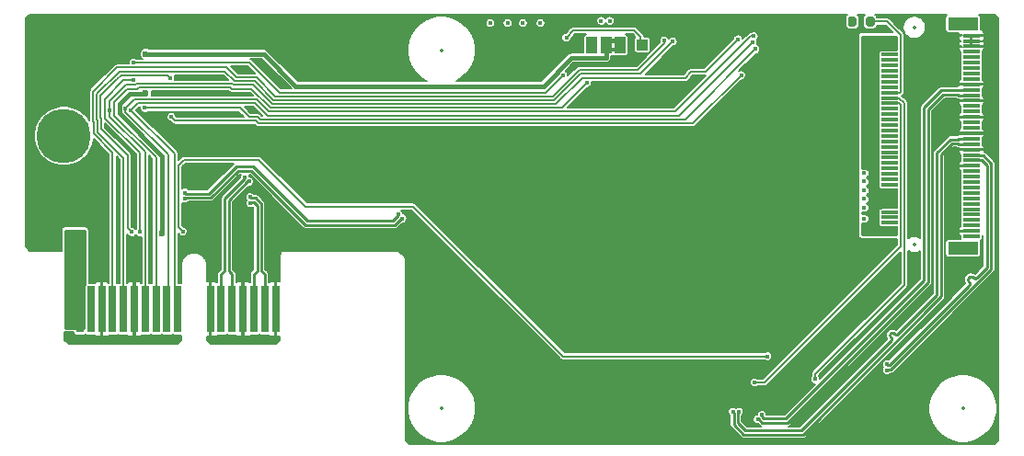
<source format=gbl>
G04 #@! TF.GenerationSoftware,KiCad,Pcbnew,5.1.8*
G04 #@! TF.CreationDate,2021-01-05T10:04:31+01:00*
G04 #@! TF.ProjectId,pislice,7069736c-6963-4652-9e6b-696361645f70,rev?*
G04 #@! TF.SameCoordinates,Original*
G04 #@! TF.FileFunction,Copper,L4,Bot*
G04 #@! TF.FilePolarity,Positive*
%FSLAX46Y46*%
G04 Gerber Fmt 4.6, Leading zero omitted, Abs format (unit mm)*
G04 Created by KiCad (PCBNEW 5.1.8) date 2021-01-05 10:04:31*
%MOMM*%
%LPD*%
G01*
G04 APERTURE LIST*
G04 #@! TA.AperFunction,EtchedComponent*
%ADD10C,0.100000*%
G04 #@! TD*
G04 #@! TA.AperFunction,ComponentPad*
%ADD11C,5.000000*%
G04 #@! TD*
G04 #@! TA.AperFunction,SMDPad,CuDef*
%ADD12R,2.750000X1.200000*%
G04 #@! TD*
G04 #@! TA.AperFunction,SMDPad,CuDef*
%ADD13R,1.550000X0.300000*%
G04 #@! TD*
G04 #@! TA.AperFunction,ComponentPad*
%ADD14C,3.000000*%
G04 #@! TD*
G04 #@! TA.AperFunction,ConnectorPad*
%ADD15R,0.700000X4.300000*%
G04 #@! TD*
G04 #@! TA.AperFunction,ConnectorPad*
%ADD16R,0.700000X3.200000*%
G04 #@! TD*
G04 #@! TA.AperFunction,SMDPad,CuDef*
%ADD17R,1.000000X1.000000*%
G04 #@! TD*
G04 #@! TA.AperFunction,SMDPad,CuDef*
%ADD18R,1.000000X1.500000*%
G04 #@! TD*
G04 #@! TA.AperFunction,ViaPad*
%ADD19C,0.400000*%
G04 #@! TD*
G04 #@! TA.AperFunction,ViaPad*
%ADD20C,0.600000*%
G04 #@! TD*
G04 #@! TA.AperFunction,Conductor*
%ADD21C,0.200000*%
G04 #@! TD*
G04 #@! TA.AperFunction,Conductor*
%ADD22C,0.228600*%
G04 #@! TD*
G04 #@! TA.AperFunction,Conductor*
%ADD23C,0.300000*%
G04 #@! TD*
G04 #@! TA.AperFunction,Conductor*
%ADD24C,0.400000*%
G04 #@! TD*
G04 #@! TA.AperFunction,Conductor*
%ADD25C,0.100000*%
G04 #@! TD*
G04 #@! TA.AperFunction,Conductor*
%ADD26C,0.254000*%
G04 #@! TD*
%ADD27C,0.200000*%
%ADD28C,0.300000*%
%ADD29C,0.350000*%
G04 APERTURE END LIST*
D10*
G04 #@! TO.C,JP1*
G36*
X144550000Y-73250000D02*
G01*
X144050000Y-73250000D01*
X144050000Y-73650000D01*
X144550000Y-73650000D01*
X144550000Y-73250000D01*
G37*
G36*
X144550000Y-72450000D02*
G01*
X144050000Y-72450000D01*
X144050000Y-72850000D01*
X144550000Y-72850000D01*
X144550000Y-72450000D01*
G37*
G04 #@! TD*
D11*
G04 #@! TO.P,U1,76*
G04 #@! TO.N,N/C*
X93750000Y-81400000D03*
D12*
G04 #@! TO.P,U1,*
G04 #@! TO.N,*
X176500000Y-71050000D03*
X176500000Y-91750000D03*
D13*
G04 #@! TO.P,U1,75*
G04 #@! TO.N,GND*
X177275000Y-72150000D03*
G04 #@! TO.P,U1,74*
G04 #@! TO.N,+3V3*
X169725000Y-72400000D03*
G04 #@! TO.P,U1,73*
G04 #@! TO.N,GND*
X177275000Y-72650000D03*
G04 #@! TO.P,U1,72*
G04 #@! TO.N,+3V3*
X169725000Y-72900000D03*
G04 #@! TO.P,U1,71*
G04 #@! TO.N,GND*
X177275000Y-73150000D03*
G04 #@! TO.P,U1,70*
G04 #@! TO.N,+3V3*
X169725000Y-73400000D03*
G04 #@! TO.P,U1,69*
G04 #@! TO.N,N/C*
X177275000Y-73650000D03*
G04 #@! TO.P,U1,68*
X169725000Y-73900000D03*
G04 #@! TO.P,U1,67*
X177275000Y-74150000D03*
G04 #@! TO.P,U1,66*
X169725000Y-74400000D03*
G04 #@! TO.P,U1,65*
X177275000Y-74650000D03*
G04 #@! TO.P,U1,64*
X169725000Y-74900000D03*
G04 #@! TO.P,U1,63*
X177275000Y-75150000D03*
G04 #@! TO.P,U1,62*
X169725000Y-75400000D03*
G04 #@! TO.P,U1,61*
X177275000Y-75650000D03*
G04 #@! TO.P,U1,60*
X169725000Y-75900000D03*
G04 #@! TO.P,U1,59*
X177275000Y-76150000D03*
G04 #@! TO.P,U1,58*
X169725000Y-76400000D03*
G04 #@! TO.P,U1,57*
G04 #@! TO.N,GND*
X177275000Y-76650000D03*
G04 #@! TO.P,U1,56*
G04 #@! TO.N,N/C*
X169725000Y-76900000D03*
G04 #@! TO.P,U1,55*
G04 #@! TO.N,c1-pcie-clk+*
X177275000Y-77150000D03*
G04 #@! TO.P,U1,54*
G04 #@! TO.N,Net-(R5-Pad1)*
X169725000Y-77400000D03*
G04 #@! TO.P,U1,53*
G04 #@! TO.N,c1-pcie-clk-*
X177275000Y-77650000D03*
G04 #@! TO.P,U1,52*
G04 #@! TO.N,c1-pcie-clk-nreq*
X169725000Y-77900000D03*
G04 #@! TO.P,U1,51*
G04 #@! TO.N,GND*
X177275000Y-78150000D03*
G04 #@! TO.P,U1,50*
G04 #@! TO.N,c1-pcie-nrst*
X169725000Y-78400000D03*
G04 #@! TO.P,U1,49*
G04 #@! TO.N,N/C*
X177275000Y-78650000D03*
G04 #@! TO.P,U1,48*
X169725000Y-78900000D03*
G04 #@! TO.P,U1,47*
X177275000Y-79150000D03*
G04 #@! TO.P,U1,46*
X169725000Y-79400000D03*
G04 #@! TO.P,U1,45*
G04 #@! TO.N,GND*
X177275000Y-79650000D03*
G04 #@! TO.P,U1,44*
G04 #@! TO.N,N/C*
X169725000Y-79900000D03*
G04 #@! TO.P,U1,43*
X177275000Y-80150000D03*
G04 #@! TO.P,U1,42*
X169725000Y-80400000D03*
G04 #@! TO.P,U1,41*
X177275000Y-80650000D03*
G04 #@! TO.P,U1,40*
X169725000Y-80900000D03*
G04 #@! TO.P,U1,39*
G04 #@! TO.N,GND*
X177275000Y-81150000D03*
G04 #@! TO.P,U1,38*
G04 #@! TO.N,N/C*
X169725000Y-81400000D03*
G04 #@! TO.P,U1,37*
G04 #@! TO.N,c1-pcie-tx+*
X177275000Y-81650000D03*
G04 #@! TO.P,U1,36*
G04 #@! TO.N,N/C*
X169725000Y-81900000D03*
G04 #@! TO.P,U1,35*
G04 #@! TO.N,c1-pcie-tx-*
X177275000Y-82150000D03*
G04 #@! TO.P,U1,34*
G04 #@! TO.N,N/C*
X169725000Y-82400000D03*
G04 #@! TO.P,U1,33*
G04 #@! TO.N,GND*
X177275000Y-82650000D03*
G04 #@! TO.P,U1,32*
G04 #@! TO.N,N/C*
X169725000Y-82900000D03*
G04 #@! TO.P,U1,31*
G04 #@! TO.N,c1-pcie-rx+*
X177275000Y-83150000D03*
G04 #@! TO.P,U1,30*
G04 #@! TO.N,N/C*
X169725000Y-83400000D03*
G04 #@! TO.P,U1,29*
G04 #@! TO.N,c1-pcie-rx-*
X177275000Y-83650000D03*
G04 #@! TO.P,U1,28*
G04 #@! TO.N,N/C*
X169725000Y-83900000D03*
G04 #@! TO.P,U1,27*
G04 #@! TO.N,GND*
X177275000Y-84150000D03*
G04 #@! TO.P,U1,26*
G04 #@! TO.N,N/C*
X169725000Y-84400000D03*
G04 #@! TO.P,U1,25*
X177275000Y-84650000D03*
G04 #@! TO.P,U1,24*
X169725000Y-84900000D03*
G04 #@! TO.P,U1,23*
X177275000Y-85150000D03*
G04 #@! TO.P,U1,22*
X169725000Y-85400000D03*
G04 #@! TO.P,U1,21*
X177275000Y-85650000D03*
G04 #@! TO.P,U1,20*
X169725000Y-85900000D03*
G04 #@! TO.P,U1,11*
X177275000Y-88150000D03*
G04 #@! TO.P,U1,10*
X169725000Y-88400000D03*
G04 #@! TO.P,U1,9*
X177275000Y-88650000D03*
G04 #@! TO.P,U1,8*
X169725000Y-88900000D03*
G04 #@! TO.P,U1,7*
X177275000Y-89150000D03*
G04 #@! TO.P,U1,6*
X169725000Y-89400000D03*
G04 #@! TO.P,U1,5*
X177275000Y-89650000D03*
G04 #@! TO.P,U1,4*
G04 #@! TO.N,+3V3*
X169725000Y-89900000D03*
G04 #@! TO.P,U1,3*
G04 #@! TO.N,GND*
X177275000Y-90150000D03*
G04 #@! TO.P,U1,2*
G04 #@! TO.N,+3V3*
X169725000Y-90400000D03*
G04 #@! TO.P,U1,1*
G04 #@! TO.N,N/C*
X177275000Y-90650000D03*
G04 #@! TO.P,U1,12*
G04 #@! TO.N,+3V3*
X169725000Y-87900000D03*
G04 #@! TO.P,U1,14*
X169725000Y-87400000D03*
G04 #@! TO.P,U1,16*
X169725000Y-86900000D03*
G04 #@! TO.P,U1,18*
X169725000Y-86400000D03*
G04 #@! TO.P,U1,13*
G04 #@! TO.N,N/C*
X177275000Y-87650000D03*
G04 #@! TO.P,U1,15*
X177275000Y-87150000D03*
G04 #@! TO.P,U1,17*
X177275000Y-86650000D03*
G04 #@! TO.P,U1,19*
X177275000Y-86150000D03*
D14*
G04 #@! TO.P,U1,76*
X93750000Y-81400000D03*
G04 #@! TD*
D15*
G04 #@! TO.P,U14,A13*
G04 #@! TO.N,eth-p4+*
X108240000Y-97350000D03*
G04 #@! TO.P,U14,A12*
G04 #@! TO.N,GND*
X107240000Y-97350000D03*
G04 #@! TO.P,U14,A18*
X113240000Y-97350000D03*
G04 #@! TO.P,U14,A17*
G04 #@! TO.N,eth-p3-*
X112240000Y-97350000D03*
G04 #@! TO.P,U14,A16*
G04 #@! TO.N,eth-p3+*
X111240000Y-97350000D03*
G04 #@! TO.P,U14,A15*
G04 #@! TO.N,GND*
X110240000Y-97350000D03*
G04 #@! TO.P,U14,A14*
G04 #@! TO.N,eth-p4-*
X109240000Y-97350000D03*
G04 #@! TO.P,U14,A11*
G04 #@! TO.N,c1-eth-led2*
X104240000Y-97350000D03*
G04 #@! TO.P,U14,A10*
G04 #@! TO.N,c1-eth-led3*
X103240000Y-97350000D03*
G04 #@! TO.P,U14,A9*
G04 #@! TO.N,c1-run-reset*
X102240000Y-97350000D03*
G04 #@! TO.P,U14,A8*
G04 #@! TO.N,c1-led-activity*
X101240000Y-97350000D03*
G04 #@! TO.P,U14,A7*
G04 #@! TO.N,GND*
X100240000Y-97350000D03*
G04 #@! TO.P,U14,A6*
G04 #@! TO.N,c1_UART_RX*
X99240000Y-97350000D03*
G04 #@! TO.P,U14,A5*
G04 #@! TO.N,c1_UART_TX*
X98240000Y-97350000D03*
G04 #@! TO.P,U14,A4*
G04 #@! TO.N,GND*
X97240000Y-97350000D03*
G04 #@! TO.P,U14,A3*
G04 #@! TO.N,N/C*
X96240000Y-97350000D03*
G04 #@! TO.P,U14,A2*
G04 #@! TO.N,+5V*
X95240000Y-97350000D03*
D16*
G04 #@! TO.P,U14,A1*
X94240000Y-96800000D03*
G04 #@! TD*
D17*
G04 #@! TO.P,TP1,1*
G04 #@! TO.N,Net-(TP1-Pad1)*
X146980000Y-73000000D03*
G04 #@! TD*
G04 #@! TO.P,R5,2*
G04 #@! TO.N,N/C*
G04 #@! TA.AperFunction,SMDPad,CuDef*
G36*
G01*
X166707000Y-70591000D02*
X166707000Y-71141000D01*
G75*
G02*
X166507000Y-71341000I-200000J0D01*
G01*
X166107000Y-71341000D01*
G75*
G02*
X165907000Y-71141000I0J200000D01*
G01*
X165907000Y-70591000D01*
G75*
G02*
X166107000Y-70391000I200000J0D01*
G01*
X166507000Y-70391000D01*
G75*
G02*
X166707000Y-70591000I0J-200000D01*
G01*
G37*
G04 #@! TD.AperFunction*
G04 #@! TO.P,R5,1*
G04 #@! TO.N,Net-(R5-Pad1)*
G04 #@! TA.AperFunction,SMDPad,CuDef*
G36*
G01*
X168357000Y-70591000D02*
X168357000Y-71141000D01*
G75*
G02*
X168157000Y-71341000I-200000J0D01*
G01*
X167757000Y-71341000D01*
G75*
G02*
X167557000Y-71141000I0J200000D01*
G01*
X167557000Y-70591000D01*
G75*
G02*
X167757000Y-70391000I200000J0D01*
G01*
X168157000Y-70391000D01*
G75*
G02*
X168357000Y-70591000I0J-200000D01*
G01*
G37*
G04 #@! TD.AperFunction*
G04 #@! TD*
D18*
G04 #@! TO.P,JP1,2*
G04 #@! TO.N,GPIO_REF*
X143650000Y-73050000D03*
G04 #@! TO.P,JP1,3*
G04 #@! TO.N,Net-(JP1-Pad3)*
X142350000Y-73050000D03*
G04 #@! TO.P,JP1,1*
G04 #@! TO.N,Net-(JP1-Pad1)*
X144950000Y-73050000D03*
G04 #@! TD*
D19*
G04 #@! TO.N,GND*
X97200000Y-93300000D03*
X97200000Y-92500000D03*
X97200000Y-94100000D03*
X110250000Y-93350000D03*
X110250000Y-92500000D03*
X107250000Y-93350000D03*
X113250000Y-93350000D03*
X113250000Y-92500000D03*
X160400000Y-71800000D03*
X159200000Y-75800000D03*
X158200000Y-73600000D03*
X111000000Y-79200000D03*
X110000000Y-75200000D03*
X113200000Y-82600000D03*
X110400000Y-90600000D03*
X108000000Y-88200000D03*
X113400000Y-90400000D03*
X141400000Y-73200000D03*
X179000000Y-74000000D03*
X179000000Y-76000000D03*
X179000000Y-78000000D03*
X179000000Y-80000000D03*
X179000000Y-82000000D03*
X176000000Y-94000000D03*
X175500000Y-89000000D03*
X175500000Y-85500000D03*
X175000000Y-80000000D03*
X174000000Y-76000000D03*
X165000000Y-81500000D03*
X165000000Y-84000000D03*
X165000000Y-87000000D03*
X157000000Y-80500000D03*
X160000000Y-77000000D03*
X153000000Y-73000000D03*
X151000000Y-73000000D03*
X148800000Y-70700000D03*
X152500000Y-70700000D03*
X154400000Y-70700000D03*
X156500000Y-70700000D03*
X146400000Y-70700000D03*
X139200000Y-71800000D03*
X148000000Y-72800000D03*
X150600000Y-75500000D03*
X158100000Y-79000000D03*
X163200000Y-72900000D03*
X127000000Y-83800000D03*
X128700000Y-83800000D03*
X126400000Y-81000000D03*
X120200000Y-82400000D03*
X115200000Y-85200000D03*
X120000000Y-72200000D03*
X117500000Y-72300000D03*
X103900000Y-72100000D03*
X104300000Y-81300000D03*
X101750000Y-85100000D03*
X100220000Y-85800000D03*
X98740000Y-86600000D03*
X96300000Y-87200000D03*
X92100000Y-88700000D03*
X134400000Y-105900000D03*
X128600000Y-99300000D03*
X128300000Y-92400000D03*
X135000000Y-98600000D03*
X151000000Y-104200000D03*
X151900000Y-107200000D03*
X164200000Y-99800000D03*
X172100000Y-93700000D03*
X163500000Y-103400000D03*
X164900000Y-104200000D03*
X161500000Y-107600000D03*
X104900000Y-85100000D03*
X110500000Y-82900000D03*
X112800000Y-87800000D03*
X100200000Y-94100000D03*
X100200000Y-93300000D03*
X100200000Y-92500000D03*
X106900000Y-77550000D03*
X106700000Y-76000000D03*
X104600000Y-76000000D03*
X113700000Y-76700000D03*
X112300000Y-75200000D03*
X179100000Y-71900000D03*
X151800000Y-76200000D03*
G04 #@! TO.N,+3V3*
X169300000Y-72900000D03*
X167900000Y-74000000D03*
X167900000Y-74800000D03*
X167800000Y-78500000D03*
X167800000Y-79200000D03*
X167800000Y-80000000D03*
G04 #@! TO.N,c1-pcie-rx-*
X169500000Y-102423800D03*
G04 #@! TO.N,c1-pcie-rx+*
X169500000Y-102976200D03*
G04 #@! TO.N,c1-pcie-clk+*
X157995303Y-107104697D03*
G04 #@! TO.N,c1-pcie-clk-*
X157604697Y-107495303D03*
G04 #@! TO.N,c1-pcie-clk-nreq*
X162900000Y-103800000D03*
G04 #@! TO.N,c1-pcie-nrst*
X157300000Y-104100000D03*
G04 #@! TO.N,c1-pcie-tx+*
X155876200Y-106800000D03*
G04 #@! TO.N,c1-pcie-tx-*
X155323800Y-106800000D03*
G04 #@! TO.N,eth-p4+*
X110404697Y-85204697D03*
G04 #@! TO.N,eth-p4-*
X110795303Y-85595303D03*
G04 #@! TO.N,eth-p3-*
X110900000Y-87023800D03*
G04 #@! TO.N,eth-p3+*
X110900000Y-87576200D03*
G04 #@! TO.N,c1-led-activity*
X155800000Y-72500000D03*
X97954821Y-79018439D03*
G04 #@! TO.N,+5V*
X94200000Y-90600000D03*
X94800000Y-90600000D03*
X95400000Y-90600000D03*
X94200000Y-91200000D03*
X94800000Y-91200000D03*
X95400000Y-91200000D03*
X94200000Y-91800000D03*
X94800000Y-91800000D03*
X95400000Y-91800000D03*
X94200000Y-92400000D03*
X94800000Y-92400000D03*
X95400000Y-92400000D03*
X94200000Y-93000000D03*
X94800000Y-93000000D03*
X95400000Y-93000000D03*
X144000000Y-70800000D03*
X143200000Y-70800000D03*
X133000000Y-71000000D03*
X134600000Y-71000000D03*
X136000000Y-71000000D03*
X137600000Y-71000000D03*
X167400000Y-84800000D03*
X167400000Y-85600000D03*
X167400000Y-86400000D03*
X167400000Y-87200000D03*
X167400000Y-88000000D03*
X167400000Y-89000000D03*
G04 #@! TO.N,c1_UART_TX*
X149000000Y-72600000D03*
G04 #@! TO.N,c1_UART_RX*
X149800000Y-72700000D03*
G04 #@! TO.N,c1-usb-d+*
X124504697Y-88604697D03*
X104900000Y-86623800D03*
G04 #@! TO.N,c1-usb-d-*
X124895303Y-88995303D03*
X104900000Y-87176200D03*
G04 #@! TO.N,GPIO_REF*
X143650000Y-73050000D03*
D20*
X102800000Y-90350000D03*
X101300000Y-73850000D03*
X101300000Y-77462054D03*
D19*
G04 #@! TO.N,c1-usb-otg-id*
X104700000Y-90200000D03*
X158500000Y-101700000D03*
D20*
G04 #@! TO.N,Net-(JP1-Pad3)*
X142350000Y-73050000D03*
G04 #@! TO.N,Net-(JP1-Pad1)*
X144950000Y-73050000D03*
D19*
G04 #@! TO.N,c1-rpiboot*
X100750000Y-90250000D03*
X139700000Y-75800000D03*
X100150000Y-76252410D03*
X100150000Y-74642770D03*
G04 #@! TO.N,c1-eeprom_wp*
X100000000Y-90250000D03*
X103550000Y-76050000D03*
X103650000Y-79650000D03*
X156100000Y-75800000D03*
G04 #@! TO.N,Net-(R4-Pad1)*
X157400000Y-73400000D03*
X101200000Y-78819276D03*
G04 #@! TO.N,Net-(TP1-Pad1)*
X140000000Y-72350000D03*
G04 #@! TO.N,c1-run-reset*
X141900000Y-76504821D03*
G04 #@! TO.N,c1-eth-led3*
X157243401Y-72223952D03*
X99412044Y-78850808D03*
G04 #@! TO.N,c1-eth-led2*
X157149902Y-72770258D03*
X99936463Y-79024426D03*
G04 #@! TD*
D21*
G04 #@! TO.N,GND*
X178850000Y-72150000D02*
X179100000Y-71900000D01*
X177275000Y-72150000D02*
X178850000Y-72150000D01*
X177275000Y-72650000D02*
X178850000Y-72650000D01*
X179100000Y-72400000D02*
X179100000Y-71900000D01*
X178850000Y-72650000D02*
X179100000Y-72400000D01*
X177275000Y-73150000D02*
X178750000Y-73150000D01*
X179000000Y-73400000D02*
X179000000Y-74000000D01*
X178750000Y-73150000D02*
X179000000Y-73400000D01*
D22*
G04 #@! TO.N,c1-pcie-rx-*
X169585700Y-102509500D02*
X169500000Y-102423800D01*
X177037478Y-95193113D02*
X174838795Y-97391797D01*
X177116293Y-95029447D02*
X177102590Y-95089484D01*
X177116293Y-94967867D02*
X177116293Y-95029447D01*
X177075872Y-94852348D02*
X177102590Y-94907830D01*
X174838795Y-97391797D02*
X169721092Y-102509500D01*
X178709500Y-84078908D02*
X178709500Y-93521092D01*
X177767150Y-94453690D02*
X177711668Y-94480409D01*
X169721092Y-102509500D02*
X169585700Y-102509500D01*
X178221092Y-83590500D02*
X178709500Y-84078908D01*
X177075872Y-95144966D02*
X177037478Y-95193113D01*
X178709500Y-93521092D02*
X177815296Y-94415296D01*
X177651631Y-94494112D02*
X177590051Y-94494112D01*
X176996599Y-94460957D02*
X176969880Y-94516439D01*
X176956177Y-94638056D02*
X176969880Y-94698093D01*
X177711668Y-94480409D02*
X177651631Y-94494112D01*
X177530014Y-94480409D02*
X177474532Y-94453690D01*
X177320276Y-94347699D02*
X177260239Y-94333996D01*
X177102590Y-94907830D02*
X177116293Y-94967867D01*
X177083140Y-94374417D02*
X177034994Y-94412812D01*
X177900000Y-83650000D02*
X177959500Y-83590500D01*
X176969880Y-94698093D02*
X176996599Y-94753575D01*
X177959500Y-83590500D02*
X178221092Y-83590500D01*
X177815296Y-94415296D02*
X177767150Y-94453690D01*
X177275000Y-83650000D02*
X177900000Y-83650000D01*
X177474532Y-94453690D02*
X177426387Y-94415296D01*
X177426387Y-94415296D02*
X177423903Y-94412812D01*
X177260239Y-94333996D02*
X177198659Y-94333996D01*
X177034994Y-94801720D02*
X177037477Y-94804203D01*
X177037477Y-94804203D02*
X177075872Y-94852348D01*
X177590051Y-94494112D02*
X177530014Y-94480409D01*
X177198659Y-94333996D02*
X177138622Y-94347699D01*
X177102590Y-95089484D02*
X177075872Y-95144966D01*
X177138622Y-94347699D02*
X177083140Y-94374417D01*
X177034994Y-94412812D02*
X176996599Y-94460957D01*
X176969880Y-94516439D02*
X176956177Y-94576476D01*
X177423903Y-94412812D02*
X177375758Y-94374417D01*
X176956177Y-94576476D02*
X176956177Y-94638056D01*
X177375758Y-94374417D02*
X177320276Y-94347699D01*
X176996599Y-94753575D02*
X177034994Y-94801720D01*
G04 #@! TO.N,c1-pcie-rx+*
X169585700Y-102890500D02*
X169878908Y-102890500D01*
X169500000Y-102976200D02*
X169585700Y-102890500D01*
X179090500Y-83921092D02*
X178378908Y-83209500D01*
X177900000Y-83150000D02*
X177275000Y-83150000D01*
X179090500Y-93678908D02*
X179090500Y-83921092D01*
X178378908Y-83209500D02*
X177959500Y-83209500D01*
X177959500Y-83209500D02*
X177900000Y-83150000D01*
X169878908Y-102890500D02*
X179090500Y-93678908D01*
G04 #@! TO.N,c1-pcie-clk+*
X157995303Y-107104697D02*
X157995303Y-107225895D01*
X176052999Y-77209500D02*
X176112499Y-77150000D01*
X172909500Y-94721092D02*
X172909500Y-78821092D01*
X172909500Y-78821092D02*
X174521092Y-77209500D01*
X160221092Y-107409500D02*
X172909500Y-94721092D01*
X157995303Y-107225895D02*
X158178908Y-107409500D01*
X176112499Y-77150000D02*
X177275000Y-77150000D01*
X158178908Y-107409500D02*
X160221092Y-107409500D01*
X174521092Y-77209500D02*
X176052999Y-77209500D01*
G04 #@! TO.N,c1-pcie-clk-*
X160378908Y-107790500D02*
X173290500Y-94878908D01*
X157604697Y-107495303D02*
X157725895Y-107495303D01*
X157725895Y-107495303D02*
X158021092Y-107790500D01*
X158021092Y-107790500D02*
X160378908Y-107790500D01*
X173290500Y-94878908D02*
X173290500Y-78978908D01*
X173290500Y-78978908D02*
X174678908Y-77590500D01*
X174678908Y-77590500D02*
X176052999Y-77590500D01*
X176052999Y-77590500D02*
X176112499Y-77650000D01*
X176112499Y-77650000D02*
X177275000Y-77650000D01*
D21*
G04 #@! TO.N,c1-pcie-clk-nreq*
X170602706Y-77900000D02*
X171104812Y-78402106D01*
X169725000Y-77900000D02*
X170602706Y-77900000D01*
X171104812Y-78402106D02*
X171104812Y-95095188D01*
X162900000Y-103300000D02*
X171104812Y-95095188D01*
X162900000Y-103800000D02*
X162900000Y-103300000D01*
G04 #@! TO.N,c1-pcie-nrst*
X169725000Y-78400000D02*
X170604322Y-78400000D01*
X170604322Y-78400000D02*
X170752401Y-78548079D01*
X170752401Y-78548079D02*
X170752401Y-91247599D01*
X170752401Y-91247599D02*
X170752401Y-91547599D01*
X158200000Y-104100000D02*
X157300000Y-104100000D01*
X170752401Y-91547599D02*
X158200000Y-104100000D01*
D22*
G04 #@! TO.N,c1-pcie-tx+*
X155861210Y-106814990D02*
X155876200Y-106800000D01*
X155790500Y-106885700D02*
X155861210Y-106814990D01*
X156478908Y-108509500D02*
X155790500Y-107821092D01*
X161621092Y-108509500D02*
X156478908Y-108509500D01*
X169900633Y-100221851D02*
X169868717Y-100261874D01*
X169922843Y-100175730D02*
X169900633Y-100221851D01*
X169934234Y-100074634D02*
X169934234Y-100125824D01*
X169900633Y-99978606D02*
X169922843Y-100024727D01*
X169868716Y-99938584D02*
X169900633Y-99978606D01*
X169868717Y-100261874D02*
X161621092Y-108509500D01*
X170429153Y-99669423D02*
X170379246Y-99680814D01*
X155790500Y-107821092D02*
X155790500Y-106885700D01*
X169831925Y-99578504D02*
X169800008Y-99618526D01*
X169934234Y-100125824D02*
X169922843Y-100175730D01*
X169922843Y-100024727D02*
X169934234Y-100074634D01*
X170475273Y-99647212D02*
X170429153Y-99669423D01*
X174109500Y-96021092D02*
X170515296Y-99615296D01*
X170379246Y-99680814D02*
X170328056Y-99680814D01*
X170155214Y-99578504D02*
X170115192Y-99546587D01*
X170515296Y-99615296D02*
X170475273Y-99647212D01*
X170328056Y-99680814D02*
X170278149Y-99669423D01*
X169967974Y-99512986D02*
X169918068Y-99524377D01*
X169831925Y-99901793D02*
X169868716Y-99938584D01*
X175321092Y-81709500D02*
X174109500Y-82921092D01*
X170278149Y-99669423D02*
X170232028Y-99647212D01*
X176052999Y-81709500D02*
X175321092Y-81709500D01*
X170232028Y-99647212D02*
X170192006Y-99615296D01*
X176112499Y-81650000D02*
X176052999Y-81709500D01*
X170192006Y-99615296D02*
X170155214Y-99578504D01*
X170069071Y-99524377D02*
X170019164Y-99512986D01*
X170115192Y-99546587D02*
X170069071Y-99524377D01*
X170019164Y-99512986D02*
X169967974Y-99512986D01*
X169918068Y-99524377D02*
X169871947Y-99546587D01*
X169871947Y-99546587D02*
X169831925Y-99578504D01*
X169800008Y-99618526D02*
X169777797Y-99664646D01*
X174109500Y-82921092D02*
X174109500Y-96021092D01*
X169777797Y-99664646D02*
X169766406Y-99714553D01*
X169766406Y-99714553D02*
X169766406Y-99765743D01*
X177275000Y-81650000D02*
X176112499Y-81650000D01*
X169766406Y-99765743D02*
X169777797Y-99815650D01*
X169777797Y-99815650D02*
X169800008Y-99861771D01*
X169800008Y-99861771D02*
X169831925Y-99901793D01*
G04 #@! TO.N,c1-pcie-tx-*
X155409500Y-106885700D02*
X155323800Y-106800000D01*
X156321092Y-108890500D02*
X155409500Y-107978908D01*
X155409500Y-107978908D02*
X155409500Y-106885700D01*
X161778908Y-108890500D02*
X156321092Y-108890500D01*
X174490500Y-96178908D02*
X161778908Y-108890500D01*
X174490500Y-83078908D02*
X174490500Y-96178908D01*
X175478908Y-82090500D02*
X174490500Y-83078908D01*
X177275000Y-82150000D02*
X176112499Y-82150000D01*
X176052999Y-82090500D02*
X175478908Y-82090500D01*
X176112499Y-82150000D02*
X176052999Y-82090500D01*
G04 #@! TO.N,eth-p4+*
X108240000Y-94124999D02*
X108240000Y-97350000D01*
X108549500Y-93815499D02*
X108240000Y-94124999D01*
X108549500Y-87181092D02*
X108549500Y-93815499D01*
X110404697Y-85325895D02*
X108549500Y-87181092D01*
X110404697Y-85204697D02*
X110404697Y-85325895D01*
G04 #@! TO.N,eth-p4-*
X109240000Y-94124999D02*
X109240000Y-97350000D01*
X108930500Y-87338908D02*
X108930500Y-93815499D01*
X110674105Y-85595303D02*
X108930500Y-87338908D01*
X108930500Y-93815499D02*
X109240000Y-94124999D01*
X110795303Y-85595303D02*
X110674105Y-85595303D01*
G04 #@! TO.N,eth-p3-*
X112240000Y-94124999D02*
X112240000Y-97350000D01*
X111930500Y-93815499D02*
X112240000Y-94124999D01*
X110985700Y-87109500D02*
X111378908Y-87109500D01*
X110900000Y-87023800D02*
X110985700Y-87109500D01*
X111930500Y-87661092D02*
X111930500Y-93815499D01*
X111378908Y-87109500D02*
X111930500Y-87661092D01*
G04 #@! TO.N,eth-p3+*
X111240000Y-94124999D02*
X111240000Y-97350000D01*
X111549500Y-93815499D02*
X111240000Y-94124999D01*
X110985700Y-87490500D02*
X111221092Y-87490500D01*
X110900000Y-87576200D02*
X110985700Y-87490500D01*
X111549500Y-87818908D02*
X111549500Y-93815499D01*
X111221092Y-87490500D02*
X111549500Y-87818908D01*
D21*
G04 #@! TO.N,c1-led-activity*
X97954821Y-79595091D02*
X97954821Y-79018439D01*
X101240000Y-97350000D02*
X101240000Y-82880270D01*
X101240000Y-82880270D02*
X97954821Y-79595091D01*
X112920660Y-78457233D02*
X111173061Y-76709634D01*
X139029340Y-78457233D02*
X112920660Y-78457233D01*
X111173061Y-76709634D02*
X109344928Y-76709634D01*
X109192527Y-76557233D02*
X100514733Y-76557233D01*
X100367154Y-76704812D02*
X99443572Y-76704812D01*
X99443572Y-76704812D02*
X97954821Y-78193563D01*
X141434162Y-76052411D02*
X139029340Y-78457233D01*
X97954821Y-78193563D02*
X97954821Y-79018439D01*
X100514733Y-76557233D02*
X100367154Y-76704812D01*
X109344928Y-76709634D02*
X109192527Y-76557233D01*
X141434162Y-76052411D02*
X150947589Y-76052411D01*
X151500000Y-75500000D02*
X152800000Y-75500000D01*
X150947589Y-76052411D02*
X151500000Y-75500000D01*
X155800000Y-72500000D02*
X152800000Y-75500000D01*
G04 #@! TO.N,c1_UART_TX*
X98240000Y-82936768D02*
X98240000Y-97350000D01*
X96445179Y-80021625D02*
X96502401Y-80078847D01*
X98658053Y-75095179D02*
X96445178Y-77308054D01*
X149000000Y-72600000D02*
X149000000Y-72882842D01*
X96445178Y-77308054D02*
X96445179Y-80021625D01*
X108727241Y-75095179D02*
X98658053Y-75095179D01*
X96502401Y-80078847D02*
X96502401Y-81199169D01*
X109636874Y-76004812D02*
X108727241Y-75095179D01*
X111465007Y-76004812D02*
X109636874Y-76004812D01*
X96502401Y-81199169D02*
X98240000Y-82936768D01*
X113212607Y-77752411D02*
X111465007Y-76004812D01*
X146582842Y-75300000D02*
X141189804Y-75300000D01*
X138737393Y-77752411D02*
X113212607Y-77752411D01*
X141189804Y-75300000D02*
X138737393Y-77752411D01*
X149000000Y-72882842D02*
X146582842Y-75300000D01*
G04 #@! TO.N,c1_UART_RX*
X96854812Y-81053196D02*
X96854812Y-79932874D01*
X98904027Y-75447589D02*
X108581267Y-75447589D01*
X108581267Y-75447589D02*
X109490901Y-76357223D01*
X96797589Y-79875651D02*
X96797590Y-77554026D01*
X146847589Y-75652411D02*
X149800000Y-72700000D01*
X141335777Y-75652411D02*
X146847589Y-75652411D01*
X138883366Y-78104822D02*
X141335777Y-75652411D01*
X111319034Y-76357223D02*
X113066634Y-78104822D01*
X96854812Y-79932874D02*
X96797589Y-79875651D01*
X99240000Y-97350000D02*
X99240000Y-83438384D01*
X99240000Y-83438384D02*
X96854812Y-81053196D01*
X113066634Y-78104822D02*
X138883366Y-78104822D01*
X109490901Y-76357223D02*
X111319034Y-76357223D01*
X96797590Y-77554026D02*
X98904027Y-75447589D01*
D22*
G04 #@! TO.N,c1-usb-d+*
X124504697Y-88604697D02*
X124504697Y-88725895D01*
X124504697Y-88725895D02*
X124021092Y-89209500D01*
X124021092Y-89209500D02*
X116178908Y-89209500D01*
X116178908Y-89209500D02*
X111178908Y-84209500D01*
X111178908Y-84209500D02*
X109621092Y-84209500D01*
X104985700Y-86709500D02*
X104900000Y-86623800D01*
X107121092Y-86709500D02*
X104985700Y-86709500D01*
X109621092Y-84209500D02*
X107121092Y-86709500D01*
G04 #@! TO.N,c1-usb-d-*
X124895303Y-88995303D02*
X124774105Y-88995303D01*
X124774105Y-88995303D02*
X124178908Y-89590500D01*
X124178908Y-89590500D02*
X116021092Y-89590500D01*
X116021092Y-89590500D02*
X111021092Y-84590500D01*
X111021092Y-84590500D02*
X109778908Y-84590500D01*
X104985700Y-87090500D02*
X104900000Y-87176200D01*
X107278908Y-87090500D02*
X104985700Y-87090500D01*
X109778908Y-84590500D02*
X107278908Y-87090500D01*
D23*
G04 #@! TO.N,GPIO_REF*
X143600000Y-73000000D02*
X143650000Y-73050000D01*
D24*
X115089805Y-76800000D02*
X137882444Y-76800000D01*
X101300000Y-73850000D02*
X112139805Y-73850000D01*
X112139805Y-73850000D02*
X115089805Y-76800000D01*
X137882444Y-76800000D02*
X140482444Y-74200000D01*
X140482444Y-74200000D02*
X143650000Y-74200000D01*
X143650000Y-74200000D02*
X143650000Y-73050000D01*
X98859634Y-78426938D02*
X99776938Y-77509634D01*
X101252420Y-77509634D02*
X101300000Y-77462054D01*
X99776938Y-77509634D02*
X101252420Y-77509634D01*
X98859634Y-79324676D02*
X98859634Y-78426938D01*
X102800000Y-83265042D02*
X98859634Y-79324676D01*
X102800000Y-90350000D02*
X102800000Y-83265042D01*
D21*
G04 #@! TO.N,c1-usb-otg-id*
X104700000Y-90200000D02*
X104300000Y-89800000D01*
X104300000Y-89800000D02*
X104300000Y-84100000D01*
X104300000Y-84100000D02*
X104800000Y-83600000D01*
X104800000Y-83600000D02*
X111700000Y-83600000D01*
X111700000Y-83600000D02*
X116000000Y-87900000D01*
X116000000Y-87900000D02*
X125900000Y-87900000D01*
X125900000Y-87900000D02*
X139700000Y-101700000D01*
X139700000Y-101700000D02*
X158500000Y-101700000D01*
G04 #@! TO.N,Net-(R5-Pad1)*
X170700000Y-77400000D02*
X169725000Y-77400000D01*
X170752401Y-77347599D02*
X170700000Y-77400000D01*
X170752401Y-72077401D02*
X170752401Y-77347599D01*
X169541000Y-70866000D02*
X170752401Y-72077401D01*
X167957000Y-70866000D02*
X169541000Y-70866000D01*
G04 #@! TO.N,c1-rpiboot*
X99245974Y-76252410D02*
X100150000Y-76252410D01*
X97502411Y-79583705D02*
X97502411Y-77995973D01*
X138100000Y-77400000D02*
X113600000Y-77400000D01*
X139700000Y-75800000D02*
X138100000Y-77400000D01*
X97559632Y-79640926D02*
X97502411Y-79583705D01*
X110842770Y-74642770D02*
X100150000Y-74642770D01*
X113600000Y-77400000D02*
X110842770Y-74642770D01*
X100750000Y-82951616D02*
X97559632Y-79761248D01*
X100750000Y-90250000D02*
X100750000Y-82951616D01*
X97559632Y-79761248D02*
X97559632Y-79640926D01*
X97502411Y-77995973D02*
X99245974Y-76252410D01*
G04 #@! TO.N,c1-eeprom_wp*
X100000000Y-90250000D02*
X99650000Y-89900000D01*
X99650000Y-89900000D02*
X99650000Y-83200000D01*
X97207222Y-79786900D02*
X97150000Y-79729678D01*
X99650000Y-83200000D02*
X97207223Y-80757223D01*
X97207223Y-80757223D02*
X97207222Y-79786900D01*
X97150000Y-79729678D02*
X97150000Y-77700000D01*
X97150000Y-77700000D02*
X98650000Y-76200000D01*
X98650000Y-76200000D02*
X99050000Y-75800000D01*
X103300000Y-75800000D02*
X103550000Y-76050000D01*
X99050000Y-75800000D02*
X103300000Y-75800000D01*
X104004812Y-80004812D02*
X111454812Y-80004812D01*
X103650000Y-79650000D02*
X104004812Y-80004812D01*
X111454812Y-80004812D02*
X111700000Y-80250000D01*
X151650000Y-80250000D02*
X156100000Y-75800000D01*
X111700000Y-80250000D02*
X151650000Y-80250000D01*
G04 #@! TO.N,Net-(R4-Pad1)*
X157400000Y-73400000D02*
X150933125Y-79866875D01*
X150933125Y-79866875D02*
X111815259Y-79866875D01*
X111815259Y-79866875D02*
X111600785Y-79652401D01*
X111600785Y-79652401D02*
X110800785Y-79652401D01*
X110800785Y-79652401D02*
X109967660Y-78819276D01*
X109967660Y-78819276D02*
X101200000Y-78819276D01*
G04 #@! TO.N,Net-(TP1-Pad1)*
X140654812Y-71695188D02*
X146245188Y-71695188D01*
X146850000Y-72300000D02*
X146850000Y-73000000D01*
X140000000Y-72350000D02*
X140654812Y-71695188D01*
X146245188Y-71695188D02*
X146850000Y-72300000D01*
G04 #@! TO.N,c1-run-reset*
X98407223Y-79512071D02*
X98407223Y-78239545D01*
X100513127Y-77057223D02*
X100660706Y-76909644D01*
X109198955Y-77062045D02*
X111027088Y-77062045D01*
X111027088Y-77062045D02*
X112774687Y-78809644D01*
X99589545Y-77057223D02*
X100513127Y-77057223D01*
X100660706Y-76909644D02*
X109046554Y-76909644D01*
X98407223Y-78239545D02*
X99589545Y-77057223D01*
X112774687Y-78809644D02*
X139595177Y-78809644D01*
X102240000Y-97350000D02*
X102240000Y-83344848D01*
X139595177Y-78809644D02*
X141900000Y-76504821D01*
X102240000Y-83344848D02*
X98407223Y-79512071D01*
X109046554Y-76909644D02*
X109198955Y-77062045D01*
G04 #@! TO.N,c1-eth-led3*
X100248397Y-78014455D02*
X99412044Y-78850808D01*
X103240000Y-97350000D02*
X103352401Y-97237599D01*
X111481114Y-78014455D02*
X100248397Y-78014455D01*
X150022456Y-79162055D02*
X112628714Y-79162055D01*
X157243401Y-72223952D02*
X156960559Y-72223952D01*
X103352401Y-83125116D02*
X99412044Y-79184759D01*
X112628714Y-79162055D02*
X111481114Y-78014455D01*
X156960559Y-72223952D02*
X150022456Y-79162055D01*
X103352401Y-97237599D02*
X103352401Y-83125116D01*
X99412044Y-79184759D02*
X99412044Y-78850808D01*
G04 #@! TO.N,c1-eth-led2*
X103947589Y-83035552D02*
X99936463Y-79024426D01*
X103947589Y-97057589D02*
X103947589Y-83035552D01*
X150405695Y-79514465D02*
X112482740Y-79514465D01*
X104240000Y-97350000D02*
X103947589Y-97057589D01*
X157149902Y-72770258D02*
X150405695Y-79514465D01*
X111335141Y-78366866D02*
X100594023Y-78366866D01*
X112482740Y-79514465D02*
X111335141Y-78366866D01*
X100594023Y-78366866D02*
X99936463Y-79024426D01*
G04 #@! TD*
G04 #@! TO.N,GND*
X165786242Y-70270242D02*
X165729828Y-70338982D01*
X165687909Y-70417407D01*
X165662095Y-70502503D01*
X165653379Y-70591000D01*
X165653379Y-71141000D01*
X165662095Y-71229497D01*
X165687909Y-71314593D01*
X165729828Y-71393018D01*
X165786242Y-71461758D01*
X165854982Y-71518172D01*
X165933407Y-71560091D01*
X166018503Y-71585905D01*
X166107000Y-71594621D01*
X166507000Y-71594621D01*
X166595497Y-71585905D01*
X166680593Y-71560091D01*
X166759018Y-71518172D01*
X166827758Y-71461758D01*
X166884172Y-71393018D01*
X166926091Y-71314593D01*
X166951905Y-71229497D01*
X166960621Y-71141000D01*
X166960621Y-70591000D01*
X166951905Y-70502503D01*
X166926091Y-70417407D01*
X166884172Y-70338982D01*
X166827758Y-70270242D01*
X166772631Y-70225000D01*
X167491369Y-70225000D01*
X167436242Y-70270242D01*
X167379828Y-70338982D01*
X167337909Y-70417407D01*
X167312095Y-70502503D01*
X167303379Y-70591000D01*
X167303379Y-71141000D01*
X167312095Y-71229497D01*
X167337909Y-71314593D01*
X167379828Y-71393018D01*
X167436242Y-71461758D01*
X167504982Y-71518172D01*
X167583407Y-71560091D01*
X167668503Y-71585905D01*
X167757000Y-71594621D01*
X168157000Y-71594621D01*
X168245497Y-71585905D01*
X168330593Y-71560091D01*
X168409018Y-71518172D01*
X168477758Y-71461758D01*
X168534172Y-71393018D01*
X168576091Y-71314593D01*
X168601905Y-71229497D01*
X168602998Y-71218400D01*
X169395032Y-71218400D01*
X170024231Y-71847600D01*
X167100000Y-71847600D01*
X167050759Y-71852450D01*
X167003411Y-71866813D01*
X166959774Y-71890137D01*
X166921526Y-71921526D01*
X166890137Y-71959774D01*
X166866813Y-72003411D01*
X166852450Y-72050759D01*
X166847600Y-72100000D01*
X166847600Y-90600000D01*
X166852450Y-90649241D01*
X166866813Y-90696589D01*
X166890137Y-90740226D01*
X166921526Y-90778474D01*
X166959774Y-90809863D01*
X167003411Y-90833187D01*
X167050759Y-90847550D01*
X167100000Y-90852400D01*
X170400002Y-90852400D01*
X170400002Y-91230279D01*
X170400001Y-91230289D01*
X170400001Y-91401630D01*
X158054032Y-103747600D01*
X157586894Y-103747600D01*
X157514292Y-103699088D01*
X157431960Y-103664985D01*
X157344558Y-103647600D01*
X157255442Y-103647600D01*
X157168040Y-103664985D01*
X157085708Y-103699088D01*
X157011612Y-103748598D01*
X156948598Y-103811612D01*
X156899088Y-103885708D01*
X156864985Y-103968040D01*
X156847600Y-104055442D01*
X156847600Y-104144558D01*
X156864985Y-104231960D01*
X156899088Y-104314292D01*
X156948598Y-104388388D01*
X157011612Y-104451402D01*
X157085708Y-104500912D01*
X157168040Y-104535015D01*
X157255442Y-104552400D01*
X157344558Y-104552400D01*
X157431960Y-104535015D01*
X157514292Y-104500912D01*
X157586894Y-104452400D01*
X158182696Y-104452400D01*
X158200000Y-104454104D01*
X158217304Y-104452400D01*
X158217311Y-104452400D01*
X158269082Y-104447301D01*
X158335510Y-104427150D01*
X158396730Y-104394428D01*
X158450390Y-104350390D01*
X158461429Y-104336939D01*
X170752413Y-92045956D01*
X170752413Y-94949219D01*
X162663057Y-103038575D01*
X162649611Y-103049610D01*
X162638576Y-103063056D01*
X162638575Y-103063057D01*
X162605573Y-103103270D01*
X162572850Y-103164491D01*
X162552699Y-103230918D01*
X162545896Y-103300000D01*
X162547601Y-103317313D01*
X162547601Y-103513105D01*
X162499088Y-103585708D01*
X162464985Y-103668040D01*
X162447600Y-103755442D01*
X162447600Y-103844558D01*
X162464985Y-103931960D01*
X162499088Y-104014292D01*
X162548598Y-104088388D01*
X162611612Y-104151402D01*
X162685708Y-104200912D01*
X162768040Y-104235015D01*
X162855442Y-104252400D01*
X162859601Y-104252400D01*
X160069201Y-107042800D01*
X158444254Y-107042800D01*
X158430318Y-106972737D01*
X158396215Y-106890405D01*
X158346705Y-106816309D01*
X158283691Y-106753295D01*
X158209595Y-106703785D01*
X158127263Y-106669682D01*
X158039861Y-106652297D01*
X157950745Y-106652297D01*
X157863343Y-106669682D01*
X157781011Y-106703785D01*
X157706915Y-106753295D01*
X157643901Y-106816309D01*
X157594391Y-106890405D01*
X157560288Y-106972737D01*
X157545763Y-107045763D01*
X157472737Y-107060288D01*
X157390405Y-107094391D01*
X157316309Y-107143901D01*
X157253295Y-107206915D01*
X157203785Y-107281011D01*
X157169682Y-107363343D01*
X157152297Y-107450745D01*
X157152297Y-107539861D01*
X157169682Y-107627263D01*
X157203785Y-107709595D01*
X157253295Y-107783691D01*
X157316309Y-107846705D01*
X157390405Y-107896215D01*
X157472737Y-107930318D01*
X157560139Y-107947703D01*
X157649255Y-107947703D01*
X157657970Y-107945970D01*
X157749063Y-108037062D01*
X157760542Y-108051050D01*
X157774529Y-108062529D01*
X157774532Y-108062532D01*
X157797818Y-108081642D01*
X157816379Y-108096875D01*
X157880083Y-108130926D01*
X157919227Y-108142800D01*
X156630800Y-108142800D01*
X156157200Y-107669201D01*
X156157200Y-107156339D01*
X156164588Y-107151402D01*
X156227602Y-107088388D01*
X156277112Y-107014292D01*
X156311215Y-106931960D01*
X156328600Y-106844558D01*
X156328600Y-106755442D01*
X156311215Y-106668040D01*
X156277112Y-106585708D01*
X156227602Y-106511612D01*
X156164588Y-106448598D01*
X156090492Y-106399088D01*
X156008160Y-106364985D01*
X155920758Y-106347600D01*
X155831642Y-106347600D01*
X155744240Y-106364985D01*
X155661908Y-106399088D01*
X155600000Y-106440454D01*
X155538092Y-106399088D01*
X155455760Y-106364985D01*
X155368358Y-106347600D01*
X155279242Y-106347600D01*
X155191840Y-106364985D01*
X155109508Y-106399088D01*
X155035412Y-106448598D01*
X154972398Y-106511612D01*
X154922888Y-106585708D01*
X154888785Y-106668040D01*
X154871400Y-106755442D01*
X154871400Y-106844558D01*
X154888785Y-106931960D01*
X154922888Y-107014292D01*
X154972398Y-107088388D01*
X155035412Y-107151402D01*
X155042801Y-107156339D01*
X155042800Y-107960906D01*
X155041027Y-107978908D01*
X155042800Y-107996910D01*
X155042800Y-107996919D01*
X155048106Y-108050793D01*
X155069074Y-108119916D01*
X155074959Y-108130925D01*
X155103125Y-108183621D01*
X155137468Y-108225467D01*
X155137471Y-108225470D01*
X155148950Y-108239457D01*
X155162938Y-108250937D01*
X156049063Y-109137063D01*
X156060542Y-109151050D01*
X156074529Y-109162529D01*
X156074532Y-109162532D01*
X156116379Y-109196875D01*
X156180083Y-109230926D01*
X156249206Y-109251894D01*
X156303080Y-109257200D01*
X156303090Y-109257200D01*
X156321092Y-109258973D01*
X156339094Y-109257200D01*
X161760906Y-109257200D01*
X161778908Y-109258973D01*
X161796910Y-109257200D01*
X161796920Y-109257200D01*
X161850794Y-109251894D01*
X161919917Y-109230926D01*
X161983621Y-109196875D01*
X162039458Y-109151050D01*
X162050942Y-109137057D01*
X164998247Y-106189752D01*
X173350000Y-106189752D01*
X173350000Y-106810248D01*
X173471052Y-107418821D01*
X173708506Y-107992085D01*
X174053235Y-108508008D01*
X174491992Y-108946765D01*
X175007915Y-109291494D01*
X175581179Y-109528948D01*
X176189752Y-109650000D01*
X176810248Y-109650000D01*
X177418821Y-109528948D01*
X177992085Y-109291494D01*
X178508008Y-108946765D01*
X178946765Y-108508008D01*
X179291494Y-107992085D01*
X179528948Y-107418821D01*
X179650000Y-106810248D01*
X179650000Y-106189752D01*
X179528948Y-105581179D01*
X179291494Y-105007915D01*
X178946765Y-104491992D01*
X178508008Y-104053235D01*
X177992085Y-103708506D01*
X177418821Y-103471052D01*
X176810248Y-103350000D01*
X176189752Y-103350000D01*
X175581179Y-103471052D01*
X175007915Y-103708506D01*
X174491992Y-104053235D01*
X174053235Y-104491992D01*
X173708506Y-105007915D01*
X173471052Y-105581179D01*
X173350000Y-106189752D01*
X164998247Y-106189752D01*
X168808757Y-102379242D01*
X169047600Y-102379242D01*
X169047600Y-102468358D01*
X169064985Y-102555760D01*
X169099088Y-102638092D01*
X169140454Y-102700000D01*
X169099088Y-102761908D01*
X169064985Y-102844240D01*
X169047600Y-102931642D01*
X169047600Y-103020758D01*
X169064985Y-103108160D01*
X169099088Y-103190492D01*
X169148598Y-103264588D01*
X169211612Y-103327602D01*
X169285708Y-103377112D01*
X169368040Y-103411215D01*
X169455442Y-103428600D01*
X169544558Y-103428600D01*
X169631960Y-103411215D01*
X169714292Y-103377112D01*
X169788388Y-103327602D01*
X169851402Y-103264588D01*
X169856339Y-103257200D01*
X169860906Y-103257200D01*
X169878908Y-103258973D01*
X169896910Y-103257200D01*
X169896920Y-103257200D01*
X169950794Y-103251894D01*
X170019917Y-103230926D01*
X170083621Y-103196875D01*
X170139458Y-103151050D01*
X170150942Y-103137057D01*
X179337067Y-93950933D01*
X179351049Y-93939458D01*
X179362525Y-93925475D01*
X179362532Y-93925468D01*
X179396874Y-93883622D01*
X179396875Y-93883621D01*
X179430926Y-93819917D01*
X179451894Y-93750794D01*
X179457200Y-93696920D01*
X179457200Y-93696911D01*
X179458973Y-93678909D01*
X179457200Y-93660907D01*
X179457200Y-83939093D01*
X179458973Y-83921091D01*
X179457200Y-83903089D01*
X179457200Y-83903080D01*
X179451894Y-83849206D01*
X179430926Y-83780083D01*
X179412652Y-83745895D01*
X179396875Y-83716378D01*
X179362532Y-83674532D01*
X179362529Y-83674529D01*
X179351050Y-83660542D01*
X179337063Y-83649063D01*
X178650940Y-82962941D01*
X178639458Y-82948950D01*
X178583621Y-82903125D01*
X178519917Y-82869074D01*
X178450794Y-82848106D01*
X178447232Y-82847755D01*
X178451935Y-82800000D01*
X178450000Y-82800000D01*
X178350000Y-82700000D01*
X177325000Y-82700000D01*
X177325000Y-82720000D01*
X177225000Y-82720000D01*
X177225000Y-82700000D01*
X176200000Y-82700000D01*
X176100000Y-82800000D01*
X176098065Y-82800000D01*
X176105788Y-82878414D01*
X176128660Y-82953814D01*
X176165803Y-83023303D01*
X176215789Y-83084211D01*
X176246379Y-83109316D01*
X176246379Y-83300000D01*
X176251252Y-83349479D01*
X176265685Y-83397057D01*
X176267258Y-83400000D01*
X176265685Y-83402943D01*
X176251252Y-83450521D01*
X176246379Y-83500000D01*
X176246379Y-83690684D01*
X176215789Y-83715789D01*
X176165803Y-83776697D01*
X176128660Y-83846186D01*
X176105788Y-83921586D01*
X176098065Y-84000000D01*
X176100000Y-84000000D01*
X176200000Y-84100000D01*
X177225000Y-84100000D01*
X177225000Y-84080000D01*
X177325000Y-84080000D01*
X177325000Y-84100000D01*
X177345000Y-84100000D01*
X177345000Y-84200000D01*
X177325000Y-84200000D01*
X177325000Y-84220000D01*
X177225000Y-84220000D01*
X177225000Y-84200000D01*
X176200000Y-84200000D01*
X176100000Y-84300000D01*
X176098065Y-84300000D01*
X176105788Y-84378414D01*
X176128660Y-84453814D01*
X176165803Y-84523303D01*
X176215789Y-84584211D01*
X176246379Y-84609316D01*
X176246379Y-84800000D01*
X176251252Y-84849479D01*
X176265685Y-84897057D01*
X176267258Y-84900000D01*
X176265685Y-84902943D01*
X176251252Y-84950521D01*
X176246379Y-85000000D01*
X176246379Y-85300000D01*
X176251252Y-85349479D01*
X176265685Y-85397057D01*
X176267258Y-85400000D01*
X176265685Y-85402943D01*
X176251252Y-85450521D01*
X176246379Y-85500000D01*
X176246379Y-85800000D01*
X176251252Y-85849479D01*
X176265685Y-85897057D01*
X176267258Y-85900000D01*
X176265685Y-85902943D01*
X176251252Y-85950521D01*
X176246379Y-86000000D01*
X176246379Y-86300000D01*
X176251252Y-86349479D01*
X176265685Y-86397057D01*
X176267258Y-86400000D01*
X176265685Y-86402943D01*
X176251252Y-86450521D01*
X176246379Y-86500000D01*
X176246379Y-86800000D01*
X176251252Y-86849479D01*
X176265685Y-86897057D01*
X176267258Y-86900000D01*
X176265685Y-86902943D01*
X176251252Y-86950521D01*
X176246379Y-87000000D01*
X176246379Y-87300000D01*
X176251252Y-87349479D01*
X176265685Y-87397057D01*
X176267258Y-87400000D01*
X176265685Y-87402943D01*
X176251252Y-87450521D01*
X176246379Y-87500000D01*
X176246379Y-87800000D01*
X176251252Y-87849479D01*
X176265685Y-87897057D01*
X176267258Y-87900000D01*
X176265685Y-87902943D01*
X176251252Y-87950521D01*
X176246379Y-88000000D01*
X176246379Y-88300000D01*
X176251252Y-88349479D01*
X176265685Y-88397057D01*
X176267258Y-88400000D01*
X176265685Y-88402943D01*
X176251252Y-88450521D01*
X176246379Y-88500000D01*
X176246379Y-88800000D01*
X176251252Y-88849479D01*
X176265685Y-88897057D01*
X176267258Y-88900000D01*
X176265685Y-88902943D01*
X176251252Y-88950521D01*
X176246379Y-89000000D01*
X176246379Y-89300000D01*
X176251252Y-89349479D01*
X176265685Y-89397057D01*
X176267258Y-89400000D01*
X176265685Y-89402943D01*
X176251252Y-89450521D01*
X176246379Y-89500000D01*
X176246379Y-89690684D01*
X176215789Y-89715789D01*
X176165803Y-89776697D01*
X176128660Y-89846186D01*
X176105788Y-89921586D01*
X176098065Y-90000000D01*
X176100000Y-90000000D01*
X176200000Y-90100000D01*
X177225000Y-90100000D01*
X177225000Y-90080000D01*
X177325000Y-90080000D01*
X177325000Y-90100000D01*
X177345000Y-90100000D01*
X177345000Y-90200000D01*
X177325000Y-90200000D01*
X177325000Y-90220000D01*
X177225000Y-90220000D01*
X177225000Y-90200000D01*
X176200000Y-90200000D01*
X176100000Y-90300000D01*
X176098065Y-90300000D01*
X176105788Y-90378414D01*
X176128660Y-90453814D01*
X176165803Y-90523303D01*
X176215789Y-90584211D01*
X176246379Y-90609316D01*
X176246379Y-90800000D01*
X176251252Y-90849479D01*
X176265479Y-90896379D01*
X175125000Y-90896379D01*
X175075521Y-90901252D01*
X175027943Y-90915685D01*
X174984096Y-90939122D01*
X174945663Y-90970663D01*
X174914122Y-91009096D01*
X174890685Y-91052943D01*
X174876252Y-91100521D01*
X174871379Y-91150000D01*
X174871379Y-92350000D01*
X174876252Y-92399479D01*
X174890685Y-92447057D01*
X174914122Y-92490904D01*
X174945663Y-92529337D01*
X174984096Y-92560878D01*
X175027943Y-92584315D01*
X175075521Y-92598748D01*
X175125000Y-92603621D01*
X177875000Y-92603621D01*
X177924479Y-92598748D01*
X177972057Y-92584315D01*
X178015904Y-92560878D01*
X178054337Y-92529337D01*
X178085878Y-92490904D01*
X178109315Y-92447057D01*
X178123748Y-92399479D01*
X178128621Y-92350000D01*
X178128621Y-91150000D01*
X178123748Y-91100521D01*
X178109315Y-91052943D01*
X178106013Y-91046766D01*
X178147057Y-91034315D01*
X178190904Y-91010878D01*
X178229337Y-90979337D01*
X178260878Y-90940904D01*
X178284315Y-90897057D01*
X178298748Y-90849479D01*
X178303621Y-90800000D01*
X178303621Y-90609316D01*
X178334211Y-90584211D01*
X178342801Y-90573744D01*
X178342801Y-93369199D01*
X177615457Y-94096544D01*
X177614441Y-94095734D01*
X177597324Y-94080001D01*
X177570886Y-94063901D01*
X177544883Y-94047049D01*
X177523271Y-94038450D01*
X177490974Y-94022897D01*
X177470777Y-94011362D01*
X177441374Y-94001534D01*
X177412308Y-93990904D01*
X177389342Y-93987333D01*
X177354381Y-93979353D01*
X177332125Y-93972602D01*
X177301290Y-93969565D01*
X177270572Y-93965667D01*
X177247379Y-93967296D01*
X177211518Y-93967296D01*
X177188325Y-93965667D01*
X177157606Y-93969565D01*
X177126773Y-93972602D01*
X177104517Y-93979353D01*
X177069556Y-93987333D01*
X177046590Y-93990904D01*
X177017524Y-94001534D01*
X176988121Y-94011362D01*
X176967925Y-94022896D01*
X176935621Y-94038453D01*
X176914018Y-94047048D01*
X176888031Y-94063890D01*
X176861574Y-94080001D01*
X176844456Y-94095735D01*
X176816421Y-94118093D01*
X176797268Y-94131282D01*
X176775664Y-94153500D01*
X176753467Y-94175083D01*
X176740281Y-94194230D01*
X176717917Y-94222274D01*
X176702186Y-94239387D01*
X176686087Y-94265824D01*
X176669231Y-94291832D01*
X176660632Y-94313444D01*
X176645080Y-94345738D01*
X176633543Y-94365938D01*
X176623718Y-94395332D01*
X176613086Y-94424402D01*
X176609513Y-94447375D01*
X176601533Y-94482338D01*
X176594783Y-94504591D01*
X176591747Y-94535422D01*
X176587848Y-94566143D01*
X176589477Y-94589336D01*
X176589477Y-94625196D01*
X176587848Y-94648389D01*
X176591746Y-94679107D01*
X176594783Y-94709942D01*
X176601534Y-94732198D01*
X176609513Y-94767157D01*
X176613086Y-94790130D01*
X176623718Y-94819200D01*
X176633543Y-94848594D01*
X176645080Y-94868794D01*
X176660632Y-94901088D01*
X176669231Y-94922700D01*
X176686087Y-94948708D01*
X176702186Y-94975145D01*
X176717917Y-94992258D01*
X176718726Y-94993273D01*
X174592240Y-97119761D01*
X174592235Y-97119765D01*
X169696488Y-102015513D01*
X169631960Y-101988785D01*
X169544558Y-101971400D01*
X169455442Y-101971400D01*
X169368040Y-101988785D01*
X169285708Y-102022888D01*
X169211612Y-102072398D01*
X169148598Y-102135412D01*
X169099088Y-102209508D01*
X169064985Y-102291840D01*
X169047600Y-102379242D01*
X168808757Y-102379242D01*
X174737063Y-96450937D01*
X174751050Y-96439458D01*
X174762529Y-96425471D01*
X174762532Y-96425468D01*
X174796875Y-96383621D01*
X174830926Y-96319917D01*
X174842536Y-96281642D01*
X174851894Y-96250794D01*
X174857200Y-96196920D01*
X174857200Y-96196910D01*
X174858973Y-96178908D01*
X174857200Y-96160906D01*
X174857200Y-83230799D01*
X175630800Y-82457200D01*
X175909329Y-82457200D01*
X175971490Y-82490426D01*
X176040613Y-82511394D01*
X176094487Y-82516700D01*
X176094497Y-82516700D01*
X176112499Y-82518473D01*
X176117937Y-82517937D01*
X176200000Y-82600000D01*
X177225000Y-82600000D01*
X177225000Y-82580000D01*
X177325000Y-82580000D01*
X177325000Y-82600000D01*
X178350000Y-82600000D01*
X178450000Y-82500000D01*
X178451935Y-82500000D01*
X178444212Y-82421586D01*
X178421340Y-82346186D01*
X178384197Y-82276697D01*
X178334211Y-82215789D01*
X178303621Y-82190684D01*
X178303621Y-82000000D01*
X178298748Y-81950521D01*
X178284315Y-81902943D01*
X178282742Y-81900000D01*
X178284315Y-81897057D01*
X178298748Y-81849479D01*
X178303621Y-81800000D01*
X178303621Y-81609316D01*
X178334211Y-81584211D01*
X178384197Y-81523303D01*
X178421340Y-81453814D01*
X178444212Y-81378414D01*
X178451935Y-81300000D01*
X178450000Y-81300000D01*
X178350000Y-81200000D01*
X177325000Y-81200000D01*
X177325000Y-81220000D01*
X177225000Y-81220000D01*
X177225000Y-81200000D01*
X176200000Y-81200000D01*
X176117937Y-81282063D01*
X176112499Y-81281527D01*
X176094497Y-81283300D01*
X176094487Y-81283300D01*
X176040613Y-81288606D01*
X175971490Y-81309574D01*
X175909329Y-81342800D01*
X175339094Y-81342800D01*
X175321092Y-81341027D01*
X175303090Y-81342800D01*
X175303080Y-81342800D01*
X175249206Y-81348106D01*
X175180083Y-81369074D01*
X175116379Y-81403125D01*
X175074532Y-81437468D01*
X175074529Y-81437471D01*
X175060542Y-81448950D01*
X175049063Y-81462937D01*
X173862938Y-82649063D01*
X173848950Y-82660543D01*
X173837471Y-82674530D01*
X173837468Y-82674533D01*
X173803125Y-82716379D01*
X173796199Y-82729337D01*
X173769074Y-82780084D01*
X173748106Y-82849207D01*
X173742800Y-82903081D01*
X173742800Y-82903090D01*
X173741027Y-82921092D01*
X173742800Y-82939094D01*
X173742801Y-95869199D01*
X170348780Y-99263221D01*
X170336758Y-99252170D01*
X170310309Y-99236064D01*
X170284317Y-99219219D01*
X170262706Y-99210621D01*
X170239757Y-99199569D01*
X170219572Y-99188041D01*
X170190203Y-99178224D01*
X170161102Y-99167581D01*
X170138131Y-99164009D01*
X170113304Y-99158343D01*
X170091050Y-99151592D01*
X170060219Y-99148556D01*
X170029498Y-99144657D01*
X170006305Y-99146286D01*
X169980830Y-99146286D01*
X169957637Y-99144657D01*
X169926928Y-99148555D01*
X169896088Y-99151592D01*
X169873825Y-99158345D01*
X169849006Y-99164010D01*
X169826037Y-99167582D01*
X169796953Y-99178218D01*
X169767565Y-99188041D01*
X169747373Y-99199574D01*
X169724424Y-99210625D01*
X169702822Y-99219220D01*
X169676846Y-99236054D01*
X169650381Y-99252170D01*
X169633257Y-99267910D01*
X169613345Y-99283790D01*
X169594198Y-99296975D01*
X169572614Y-99319173D01*
X169550395Y-99340778D01*
X169537206Y-99359930D01*
X169521334Y-99379832D01*
X169505597Y-99396952D01*
X169489489Y-99423404D01*
X169472640Y-99449401D01*
X169464043Y-99471009D01*
X169452993Y-99493954D01*
X169441461Y-99514145D01*
X169431641Y-99543523D01*
X169421004Y-99572606D01*
X169417431Y-99595577D01*
X169411762Y-99620417D01*
X169405012Y-99642668D01*
X169401976Y-99673494D01*
X169398077Y-99704219D01*
X169399706Y-99727412D01*
X169399706Y-99752884D01*
X169398077Y-99776077D01*
X169401976Y-99806798D01*
X169405012Y-99837629D01*
X169411763Y-99859883D01*
X169417431Y-99884716D01*
X169421003Y-99907687D01*
X169431640Y-99936770D01*
X169441461Y-99966151D01*
X169452992Y-99986341D01*
X169464043Y-100009288D01*
X169472640Y-100030896D01*
X169489486Y-100056889D01*
X169505595Y-100083342D01*
X169516641Y-100095358D01*
X161469201Y-108142800D01*
X160480773Y-108142800D01*
X160519917Y-108130926D01*
X160583621Y-108096875D01*
X160639458Y-108051050D01*
X160650942Y-108037057D01*
X173537067Y-95150933D01*
X173551049Y-95139458D01*
X173562525Y-95125475D01*
X173562532Y-95125468D01*
X173596875Y-95083621D01*
X173630926Y-95019917D01*
X173651894Y-94950794D01*
X173652982Y-94939744D01*
X173657200Y-94896920D01*
X173657200Y-94896913D01*
X173658973Y-94878908D01*
X173657200Y-94860903D01*
X173657200Y-79800000D01*
X176098065Y-79800000D01*
X176105788Y-79878414D01*
X176128660Y-79953814D01*
X176165803Y-80023303D01*
X176215789Y-80084211D01*
X176246379Y-80109316D01*
X176246379Y-80300000D01*
X176251252Y-80349479D01*
X176265685Y-80397057D01*
X176267258Y-80400000D01*
X176265685Y-80402943D01*
X176251252Y-80450521D01*
X176246379Y-80500000D01*
X176246379Y-80690684D01*
X176215789Y-80715789D01*
X176165803Y-80776697D01*
X176128660Y-80846186D01*
X176105788Y-80921586D01*
X176098065Y-81000000D01*
X176100000Y-81000000D01*
X176200000Y-81100000D01*
X177225000Y-81100000D01*
X177225000Y-81080000D01*
X177325000Y-81080000D01*
X177325000Y-81100000D01*
X178350000Y-81100000D01*
X178450000Y-81000000D01*
X178451935Y-81000000D01*
X178444212Y-80921586D01*
X178421340Y-80846186D01*
X178384197Y-80776697D01*
X178334211Y-80715789D01*
X178303621Y-80690684D01*
X178303621Y-80500000D01*
X178298748Y-80450521D01*
X178284315Y-80402943D01*
X178282742Y-80400000D01*
X178284315Y-80397057D01*
X178298748Y-80349479D01*
X178303621Y-80300000D01*
X178303621Y-80109316D01*
X178334211Y-80084211D01*
X178384197Y-80023303D01*
X178421340Y-79953814D01*
X178444212Y-79878414D01*
X178451935Y-79800000D01*
X178450000Y-79800000D01*
X178350000Y-79700000D01*
X177325000Y-79700000D01*
X177325000Y-79720000D01*
X177225000Y-79720000D01*
X177225000Y-79700000D01*
X176200000Y-79700000D01*
X176100000Y-79800000D01*
X176098065Y-79800000D01*
X173657200Y-79800000D01*
X173657200Y-79130799D01*
X174487999Y-78300000D01*
X176098065Y-78300000D01*
X176105788Y-78378414D01*
X176128660Y-78453814D01*
X176165803Y-78523303D01*
X176215789Y-78584211D01*
X176246379Y-78609316D01*
X176246379Y-78800000D01*
X176251252Y-78849479D01*
X176265685Y-78897057D01*
X176267258Y-78900000D01*
X176265685Y-78902943D01*
X176251252Y-78950521D01*
X176246379Y-79000000D01*
X176246379Y-79190684D01*
X176215789Y-79215789D01*
X176165803Y-79276697D01*
X176128660Y-79346186D01*
X176105788Y-79421586D01*
X176098065Y-79500000D01*
X176100000Y-79500000D01*
X176200000Y-79600000D01*
X177225000Y-79600000D01*
X177225000Y-79580000D01*
X177325000Y-79580000D01*
X177325000Y-79600000D01*
X178350000Y-79600000D01*
X178450000Y-79500000D01*
X178451935Y-79500000D01*
X178444212Y-79421586D01*
X178421340Y-79346186D01*
X178384197Y-79276697D01*
X178334211Y-79215789D01*
X178303621Y-79190684D01*
X178303621Y-79000000D01*
X178298748Y-78950521D01*
X178284315Y-78902943D01*
X178282742Y-78900000D01*
X178284315Y-78897057D01*
X178298748Y-78849479D01*
X178303621Y-78800000D01*
X178303621Y-78609316D01*
X178334211Y-78584211D01*
X178384197Y-78523303D01*
X178421340Y-78453814D01*
X178444212Y-78378414D01*
X178451935Y-78300000D01*
X178450000Y-78300000D01*
X178350000Y-78200000D01*
X177325000Y-78200000D01*
X177325000Y-78220000D01*
X177225000Y-78220000D01*
X177225000Y-78200000D01*
X176200000Y-78200000D01*
X176100000Y-78300000D01*
X176098065Y-78300000D01*
X174487999Y-78300000D01*
X174830800Y-77957200D01*
X175909329Y-77957200D01*
X175971490Y-77990426D01*
X176040613Y-78011394D01*
X176094487Y-78016700D01*
X176094497Y-78016700D01*
X176112499Y-78018473D01*
X176117937Y-78017937D01*
X176200000Y-78100000D01*
X177225000Y-78100000D01*
X177225000Y-78080000D01*
X177325000Y-78080000D01*
X177325000Y-78100000D01*
X178350000Y-78100000D01*
X178450000Y-78000000D01*
X178451935Y-78000000D01*
X178444212Y-77921586D01*
X178421340Y-77846186D01*
X178384197Y-77776697D01*
X178334211Y-77715789D01*
X178303621Y-77690684D01*
X178303621Y-77500000D01*
X178298748Y-77450521D01*
X178284315Y-77402943D01*
X178282742Y-77400000D01*
X178284315Y-77397057D01*
X178298748Y-77349479D01*
X178303621Y-77300000D01*
X178303621Y-77109316D01*
X178334211Y-77084211D01*
X178384197Y-77023303D01*
X178421340Y-76953814D01*
X178444212Y-76878414D01*
X178451935Y-76800000D01*
X178450000Y-76800000D01*
X178350000Y-76700000D01*
X177325000Y-76700000D01*
X177325000Y-76720000D01*
X177225000Y-76720000D01*
X177225000Y-76700000D01*
X176200000Y-76700000D01*
X176117937Y-76782063D01*
X176112499Y-76781527D01*
X176094497Y-76783300D01*
X176094487Y-76783300D01*
X176040613Y-76788606D01*
X175971490Y-76809574D01*
X175909329Y-76842800D01*
X174539093Y-76842800D01*
X174521091Y-76841027D01*
X174503089Y-76842800D01*
X174503080Y-76842800D01*
X174449206Y-76848106D01*
X174380083Y-76869074D01*
X174351442Y-76884383D01*
X174316378Y-76903125D01*
X174274532Y-76937468D01*
X174274529Y-76937471D01*
X174260542Y-76948950D01*
X174249063Y-76962937D01*
X172662938Y-78549063D01*
X172648951Y-78560542D01*
X172637472Y-78574529D01*
X172637468Y-78574533D01*
X172603125Y-78616379D01*
X172582975Y-78654078D01*
X172569075Y-78680083D01*
X172548107Y-78749206D01*
X172546794Y-78762541D01*
X172541027Y-78821092D01*
X172542801Y-78839104D01*
X172542800Y-90783036D01*
X172536500Y-90776736D01*
X172405079Y-90688923D01*
X172259051Y-90628436D01*
X172104029Y-90597600D01*
X171945971Y-90597600D01*
X171790949Y-90628436D01*
X171644921Y-90688923D01*
X171513500Y-90776736D01*
X171457212Y-90833024D01*
X171457212Y-78419409D01*
X171458916Y-78402105D01*
X171457212Y-78384801D01*
X171457212Y-78384795D01*
X171452113Y-78333024D01*
X171431962Y-78266596D01*
X171399240Y-78205376D01*
X171373804Y-78174383D01*
X171366237Y-78165162D01*
X171366232Y-78165157D01*
X171355201Y-78151716D01*
X171341761Y-78140686D01*
X170895930Y-77694856D01*
X170896730Y-77694428D01*
X170950390Y-77650390D01*
X170961429Y-77636939D01*
X170989340Y-77609028D01*
X171002791Y-77597989D01*
X171046829Y-77544329D01*
X171079551Y-77483109D01*
X171097099Y-77425261D01*
X171099702Y-77416682D01*
X171102409Y-77389195D01*
X171104801Y-77364910D01*
X171104801Y-77364904D01*
X171106505Y-77347600D01*
X171104801Y-77330296D01*
X171104801Y-72094712D01*
X171106506Y-72077401D01*
X171099702Y-72008318D01*
X171079551Y-71941891D01*
X171065170Y-71914985D01*
X171046829Y-71880671D01*
X171023668Y-71852450D01*
X171013826Y-71840457D01*
X171013821Y-71840452D01*
X171002790Y-71827011D01*
X170989350Y-71815981D01*
X170469717Y-71296348D01*
X170972600Y-71296348D01*
X170972600Y-71503652D01*
X171013043Y-71706974D01*
X171092375Y-71898498D01*
X171207548Y-72070866D01*
X171354134Y-72217452D01*
X171526502Y-72332625D01*
X171718026Y-72411957D01*
X171921348Y-72452400D01*
X172128652Y-72452400D01*
X172331974Y-72411957D01*
X172523498Y-72332625D01*
X172695866Y-72217452D01*
X172842452Y-72070866D01*
X172957625Y-71898498D01*
X173036957Y-71706974D01*
X173077400Y-71503652D01*
X173077400Y-71296348D01*
X173036957Y-71093026D01*
X172957625Y-70901502D01*
X172842452Y-70729134D01*
X172695866Y-70582548D01*
X172523498Y-70467375D01*
X172331974Y-70388043D01*
X172128652Y-70347600D01*
X171921348Y-70347600D01*
X171718026Y-70388043D01*
X171526502Y-70467375D01*
X171354134Y-70582548D01*
X171207548Y-70729134D01*
X171092375Y-70901502D01*
X171013043Y-71093026D01*
X170972600Y-71296348D01*
X170469717Y-71296348D01*
X169802429Y-70629061D01*
X169791390Y-70615610D01*
X169737730Y-70571572D01*
X169676510Y-70538850D01*
X169610082Y-70518699D01*
X169558311Y-70513600D01*
X169558304Y-70513600D01*
X169541000Y-70511896D01*
X169523696Y-70513600D01*
X168602998Y-70513600D01*
X168601905Y-70502503D01*
X168576091Y-70417407D01*
X168534172Y-70338982D01*
X168477758Y-70270242D01*
X168422631Y-70225000D01*
X175010516Y-70225000D01*
X174984096Y-70239122D01*
X174945663Y-70270663D01*
X174914122Y-70309096D01*
X174890685Y-70352943D01*
X174876252Y-70400521D01*
X174871379Y-70450000D01*
X174871379Y-71650000D01*
X174876252Y-71699479D01*
X174890685Y-71747057D01*
X174914122Y-71790904D01*
X174945663Y-71829337D01*
X174984096Y-71860878D01*
X175027943Y-71884315D01*
X175075521Y-71898748D01*
X175125000Y-71903621D01*
X176111238Y-71903621D01*
X176105788Y-71921586D01*
X176098065Y-72000000D01*
X176100000Y-72000000D01*
X176200000Y-72100000D01*
X176480353Y-72100000D01*
X176421586Y-72105788D01*
X176346186Y-72128660D01*
X176276697Y-72165803D01*
X176235028Y-72200000D01*
X176200000Y-72200000D01*
X176100000Y-72300000D01*
X176098065Y-72300000D01*
X176105788Y-72378414D01*
X176112336Y-72400000D01*
X176105788Y-72421586D01*
X176098065Y-72500000D01*
X176100000Y-72500000D01*
X176200000Y-72600000D01*
X176235028Y-72600000D01*
X176276697Y-72634197D01*
X176306262Y-72650000D01*
X176276697Y-72665803D01*
X176235028Y-72700000D01*
X176200000Y-72700000D01*
X176100000Y-72800000D01*
X176098065Y-72800000D01*
X176105788Y-72878414D01*
X176112336Y-72900000D01*
X176105788Y-72921586D01*
X176098065Y-73000000D01*
X176100000Y-73000000D01*
X176200000Y-73100000D01*
X176235028Y-73100000D01*
X176276697Y-73134197D01*
X176346186Y-73171340D01*
X176421586Y-73194212D01*
X176480353Y-73200000D01*
X176200000Y-73200000D01*
X176100000Y-73300000D01*
X176098065Y-73300000D01*
X176105788Y-73378414D01*
X176128660Y-73453814D01*
X176165803Y-73523303D01*
X176215789Y-73584211D01*
X176246379Y-73609316D01*
X176246379Y-73800000D01*
X176251252Y-73849479D01*
X176265685Y-73897057D01*
X176267258Y-73900000D01*
X176265685Y-73902943D01*
X176251252Y-73950521D01*
X176246379Y-74000000D01*
X176246379Y-74300000D01*
X176251252Y-74349479D01*
X176265685Y-74397057D01*
X176267258Y-74400000D01*
X176265685Y-74402943D01*
X176251252Y-74450521D01*
X176246379Y-74500000D01*
X176246379Y-74800000D01*
X176251252Y-74849479D01*
X176265685Y-74897057D01*
X176267258Y-74900000D01*
X176265685Y-74902943D01*
X176251252Y-74950521D01*
X176246379Y-75000000D01*
X176246379Y-75300000D01*
X176251252Y-75349479D01*
X176265685Y-75397057D01*
X176267258Y-75400000D01*
X176265685Y-75402943D01*
X176251252Y-75450521D01*
X176246379Y-75500000D01*
X176246379Y-75800000D01*
X176251252Y-75849479D01*
X176265685Y-75897057D01*
X176267258Y-75900000D01*
X176265685Y-75902943D01*
X176251252Y-75950521D01*
X176246379Y-76000000D01*
X176246379Y-76190684D01*
X176215789Y-76215789D01*
X176165803Y-76276697D01*
X176128660Y-76346186D01*
X176105788Y-76421586D01*
X176098065Y-76500000D01*
X176100000Y-76500000D01*
X176200000Y-76600000D01*
X177225000Y-76600000D01*
X177225000Y-76580000D01*
X177325000Y-76580000D01*
X177325000Y-76600000D01*
X178350000Y-76600000D01*
X178450000Y-76500000D01*
X178451935Y-76500000D01*
X178444212Y-76421586D01*
X178421340Y-76346186D01*
X178384197Y-76276697D01*
X178334211Y-76215789D01*
X178303621Y-76190684D01*
X178303621Y-76000000D01*
X178298748Y-75950521D01*
X178284315Y-75902943D01*
X178282742Y-75900000D01*
X178284315Y-75897057D01*
X178298748Y-75849479D01*
X178303621Y-75800000D01*
X178303621Y-75500000D01*
X178298748Y-75450521D01*
X178284315Y-75402943D01*
X178282742Y-75400000D01*
X178284315Y-75397057D01*
X178298748Y-75349479D01*
X178303621Y-75300000D01*
X178303621Y-75000000D01*
X178298748Y-74950521D01*
X178284315Y-74902943D01*
X178282742Y-74900000D01*
X178284315Y-74897057D01*
X178298748Y-74849479D01*
X178303621Y-74800000D01*
X178303621Y-74500000D01*
X178298748Y-74450521D01*
X178284315Y-74402943D01*
X178282742Y-74400000D01*
X178284315Y-74397057D01*
X178298748Y-74349479D01*
X178303621Y-74300000D01*
X178303621Y-74000000D01*
X178298748Y-73950521D01*
X178284315Y-73902943D01*
X178282742Y-73900000D01*
X178284315Y-73897057D01*
X178298748Y-73849479D01*
X178303621Y-73800000D01*
X178303621Y-73609316D01*
X178334211Y-73584211D01*
X178384197Y-73523303D01*
X178421340Y-73453814D01*
X178444212Y-73378414D01*
X178451935Y-73300000D01*
X178450000Y-73300000D01*
X178350000Y-73200000D01*
X178069647Y-73200000D01*
X178128414Y-73194212D01*
X178203814Y-73171340D01*
X178273303Y-73134197D01*
X178314972Y-73100000D01*
X178350000Y-73100000D01*
X178450000Y-73000000D01*
X178451935Y-73000000D01*
X178444212Y-72921586D01*
X178437664Y-72900000D01*
X178444212Y-72878414D01*
X178451935Y-72800000D01*
X178450000Y-72800000D01*
X178350000Y-72700000D01*
X178314972Y-72700000D01*
X178273303Y-72665803D01*
X178243738Y-72650000D01*
X178273303Y-72634197D01*
X178314972Y-72600000D01*
X178350000Y-72600000D01*
X178450000Y-72500000D01*
X178451935Y-72500000D01*
X178444212Y-72421586D01*
X178437664Y-72400000D01*
X178444212Y-72378414D01*
X178451935Y-72300000D01*
X178450000Y-72300000D01*
X178350000Y-72200000D01*
X178314972Y-72200000D01*
X178273303Y-72165803D01*
X178203814Y-72128660D01*
X178128414Y-72105788D01*
X178069647Y-72100000D01*
X178350000Y-72100000D01*
X178450000Y-72000000D01*
X178451935Y-72000000D01*
X178444212Y-71921586D01*
X178421340Y-71846186D01*
X178384197Y-71776697D01*
X178334211Y-71715789D01*
X178273303Y-71665803D01*
X178203814Y-71628660D01*
X178128621Y-71605851D01*
X178128621Y-70450000D01*
X178123748Y-70400521D01*
X178109315Y-70352943D01*
X178085878Y-70309096D01*
X178054337Y-70270663D01*
X178015904Y-70239122D01*
X177989484Y-70225000D01*
X179406803Y-70225000D01*
X179775001Y-70593199D01*
X179775000Y-109406802D01*
X179406803Y-109775000D01*
X125593198Y-109775000D01*
X125225000Y-109406803D01*
X125225000Y-106189752D01*
X125350000Y-106189752D01*
X125350000Y-106810248D01*
X125471052Y-107418821D01*
X125708506Y-107992085D01*
X126053235Y-108508008D01*
X126491992Y-108946765D01*
X127007915Y-109291494D01*
X127581179Y-109528948D01*
X128189752Y-109650000D01*
X128810248Y-109650000D01*
X129418821Y-109528948D01*
X129992085Y-109291494D01*
X130508008Y-108946765D01*
X130946765Y-108508008D01*
X131291494Y-107992085D01*
X131528948Y-107418821D01*
X131650000Y-106810248D01*
X131650000Y-106189752D01*
X131528948Y-105581179D01*
X131291494Y-105007915D01*
X130946765Y-104491992D01*
X130508008Y-104053235D01*
X129992085Y-103708506D01*
X129418821Y-103471052D01*
X128810248Y-103350000D01*
X128189752Y-103350000D01*
X127581179Y-103471052D01*
X127007915Y-103708506D01*
X126491992Y-104053235D01*
X126053235Y-104491992D01*
X125708506Y-105007915D01*
X125471052Y-105581179D01*
X125350000Y-106189752D01*
X125225000Y-106189752D01*
X125225000Y-92711037D01*
X125226087Y-92700000D01*
X125225000Y-92688963D01*
X125225000Y-92688953D01*
X125221744Y-92655892D01*
X125210836Y-92619935D01*
X125208878Y-92613479D01*
X125187985Y-92574392D01*
X125166910Y-92548712D01*
X125166908Y-92548710D01*
X125159868Y-92540132D01*
X125151291Y-92533093D01*
X124666912Y-92048715D01*
X124659868Y-92040132D01*
X124625608Y-92012015D01*
X124586520Y-91991122D01*
X124544108Y-91978256D01*
X124511047Y-91975000D01*
X124511037Y-91975000D01*
X124500000Y-91973913D01*
X124488963Y-91975000D01*
X113901047Y-91975000D01*
X113890000Y-91973912D01*
X113878953Y-91975000D01*
X113845892Y-91978256D01*
X113803480Y-91991122D01*
X113764392Y-92012015D01*
X113730132Y-92040132D01*
X113702015Y-92074392D01*
X113681122Y-92113480D01*
X113668256Y-92155892D01*
X113663912Y-92200000D01*
X113665000Y-92211047D01*
X113665000Y-92290608D01*
X113657913Y-92303867D01*
X113643618Y-92350993D01*
X113640000Y-92387726D01*
X113640000Y-94802990D01*
X113590000Y-94798065D01*
X113390000Y-94800000D01*
X113290000Y-94900000D01*
X113290000Y-97300000D01*
X113310000Y-97300000D01*
X113310000Y-97400000D01*
X113290000Y-97400000D01*
X113290000Y-99800000D01*
X113390000Y-99900000D01*
X113590000Y-99901935D01*
X113640001Y-99897010D01*
X113640001Y-100196446D01*
X113286448Y-100550000D01*
X107293553Y-100550000D01*
X106940000Y-100196448D01*
X106940000Y-99901451D01*
X107090000Y-99900000D01*
X107190000Y-99800000D01*
X107190000Y-97400000D01*
X107170000Y-97400000D01*
X107170000Y-97300000D01*
X107190000Y-97300000D01*
X107190000Y-94900000D01*
X107090000Y-94800000D01*
X106940000Y-94798549D01*
X106940000Y-93337725D01*
X106939914Y-93336853D01*
X106939901Y-93334983D01*
X106938714Y-93323691D01*
X106938714Y-93312340D01*
X106938349Y-93308869D01*
X106917682Y-93124617D01*
X106912973Y-93102461D01*
X106908571Y-93080228D01*
X106907538Y-93076893D01*
X106907538Y-93076891D01*
X106907536Y-93076885D01*
X106851477Y-92900163D01*
X106842551Y-92879337D01*
X106833916Y-92858387D01*
X106832256Y-92855317D01*
X106742935Y-92692842D01*
X106730114Y-92674118D01*
X106717594Y-92655273D01*
X106715374Y-92652590D01*
X106715369Y-92652583D01*
X106715363Y-92652578D01*
X106596191Y-92510554D01*
X106580032Y-92494730D01*
X106564036Y-92478622D01*
X106561331Y-92476416D01*
X106416836Y-92360240D01*
X106397908Y-92347853D01*
X106379092Y-92335162D01*
X106376009Y-92333523D01*
X106211700Y-92247624D01*
X106190674Y-92239129D01*
X106169803Y-92230355D01*
X106166461Y-92229346D01*
X105988597Y-92176998D01*
X105966367Y-92172758D01*
X105944145Y-92168196D01*
X105940670Y-92167856D01*
X105756026Y-92151052D01*
X105733368Y-92151210D01*
X105710710Y-92151052D01*
X105707246Y-92151392D01*
X105707236Y-92151392D01*
X105707227Y-92151394D01*
X105522843Y-92170774D01*
X105500638Y-92175332D01*
X105478392Y-92179575D01*
X105475054Y-92180583D01*
X105475048Y-92180584D01*
X105475042Y-92180586D01*
X105297934Y-92235410D01*
X105277035Y-92244195D01*
X105256036Y-92252679D01*
X105252963Y-92254313D01*
X105252954Y-92254317D01*
X105252947Y-92254322D01*
X105089861Y-92342502D01*
X105071137Y-92355132D01*
X105052115Y-92367579D01*
X105049410Y-92369786D01*
X104906551Y-92487970D01*
X104890591Y-92504041D01*
X104874397Y-92519900D01*
X104872172Y-92522590D01*
X104754989Y-92666270D01*
X104742458Y-92685131D01*
X104729649Y-92703838D01*
X104727989Y-92706909D01*
X104640944Y-92870615D01*
X104632309Y-92891565D01*
X104623383Y-92912391D01*
X104622352Y-92915722D01*
X104622352Y-92915724D01*
X104622351Y-92915726D01*
X104568763Y-93093220D01*
X104564367Y-93115423D01*
X104559651Y-93137609D01*
X104559286Y-93141081D01*
X104541193Y-93325604D01*
X104541193Y-93325614D01*
X104540000Y-93337726D01*
X104540000Y-94946379D01*
X104299989Y-94946379D01*
X104299989Y-90415640D01*
X104348598Y-90488388D01*
X104411612Y-90551402D01*
X104485708Y-90600912D01*
X104568040Y-90635015D01*
X104655442Y-90652400D01*
X104744558Y-90652400D01*
X104831960Y-90635015D01*
X104914292Y-90600912D01*
X104988388Y-90551402D01*
X105051402Y-90488388D01*
X105100912Y-90414292D01*
X105135015Y-90331960D01*
X105152400Y-90244558D01*
X105152400Y-90155442D01*
X105135015Y-90068040D01*
X105100912Y-89985708D01*
X105051402Y-89911612D01*
X104988388Y-89848598D01*
X104914292Y-89799088D01*
X104831960Y-89764985D01*
X104746319Y-89747950D01*
X104652400Y-89654032D01*
X104652400Y-87554856D01*
X104685708Y-87577112D01*
X104768040Y-87611215D01*
X104855442Y-87628600D01*
X104944558Y-87628600D01*
X105031960Y-87611215D01*
X105114292Y-87577112D01*
X105188388Y-87527602D01*
X105251402Y-87464588D01*
X105256339Y-87457200D01*
X107260906Y-87457200D01*
X107278908Y-87458973D01*
X107296910Y-87457200D01*
X107296920Y-87457200D01*
X107350794Y-87451894D01*
X107419917Y-87430926D01*
X107483621Y-87396875D01*
X107539458Y-87351050D01*
X107550942Y-87337057D01*
X109930800Y-84957200D01*
X110025972Y-84957200D01*
X110003785Y-84990405D01*
X109969682Y-85072737D01*
X109952297Y-85160139D01*
X109952297Y-85249255D01*
X109954030Y-85257970D01*
X108302938Y-86909063D01*
X108288950Y-86920543D01*
X108277471Y-86934530D01*
X108277468Y-86934533D01*
X108243125Y-86976379D01*
X108229830Y-87001252D01*
X108209074Y-87040084D01*
X108188106Y-87109207D01*
X108182800Y-87163081D01*
X108182800Y-87163090D01*
X108181027Y-87181092D01*
X108182800Y-87199094D01*
X108182801Y-93663606D01*
X107993438Y-93852970D01*
X107979450Y-93864450D01*
X107967971Y-93878437D01*
X107967968Y-93878440D01*
X107933625Y-93920286D01*
X107923378Y-93939457D01*
X107899574Y-93983991D01*
X107878606Y-94053114D01*
X107873300Y-94106988D01*
X107873300Y-94106997D01*
X107871527Y-94124999D01*
X107873300Y-94143001D01*
X107873300Y-94915042D01*
X107813303Y-94865803D01*
X107743814Y-94828660D01*
X107668414Y-94805788D01*
X107590000Y-94798065D01*
X107390000Y-94800000D01*
X107290000Y-94900000D01*
X107290000Y-97300000D01*
X107310000Y-97300000D01*
X107310000Y-97400000D01*
X107290000Y-97400000D01*
X107290000Y-99800000D01*
X107390000Y-99900000D01*
X107590000Y-99901935D01*
X107668414Y-99894212D01*
X107743814Y-99871340D01*
X107813303Y-99834197D01*
X107874211Y-99784211D01*
X107899316Y-99753621D01*
X108590000Y-99753621D01*
X108639479Y-99748748D01*
X108687057Y-99734315D01*
X108730904Y-99710878D01*
X108740000Y-99703413D01*
X108749096Y-99710878D01*
X108792943Y-99734315D01*
X108840521Y-99748748D01*
X108890000Y-99753621D01*
X109580684Y-99753621D01*
X109605789Y-99784211D01*
X109666697Y-99834197D01*
X109736186Y-99871340D01*
X109811586Y-99894212D01*
X109890000Y-99901935D01*
X110090000Y-99900000D01*
X110190000Y-99800000D01*
X110190000Y-97400000D01*
X110170000Y-97400000D01*
X110170000Y-97300000D01*
X110190000Y-97300000D01*
X110190000Y-94900000D01*
X110290000Y-94900000D01*
X110290000Y-97300000D01*
X110310000Y-97300000D01*
X110310000Y-97400000D01*
X110290000Y-97400000D01*
X110290000Y-99800000D01*
X110390000Y-99900000D01*
X110590000Y-99901935D01*
X110668414Y-99894212D01*
X110743814Y-99871340D01*
X110813303Y-99834197D01*
X110874211Y-99784211D01*
X110899316Y-99753621D01*
X111590000Y-99753621D01*
X111639479Y-99748748D01*
X111687057Y-99734315D01*
X111730904Y-99710878D01*
X111740000Y-99703413D01*
X111749096Y-99710878D01*
X111792943Y-99734315D01*
X111840521Y-99748748D01*
X111890000Y-99753621D01*
X112580684Y-99753621D01*
X112605789Y-99784211D01*
X112666697Y-99834197D01*
X112736186Y-99871340D01*
X112811586Y-99894212D01*
X112890000Y-99901935D01*
X113090000Y-99900000D01*
X113190000Y-99800000D01*
X113190000Y-97400000D01*
X113170000Y-97400000D01*
X113170000Y-97300000D01*
X113190000Y-97300000D01*
X113190000Y-94900000D01*
X113090000Y-94800000D01*
X112890000Y-94798065D01*
X112811586Y-94805788D01*
X112736186Y-94828660D01*
X112666697Y-94865803D01*
X112606700Y-94915041D01*
X112606700Y-94143000D01*
X112608473Y-94124998D01*
X112606700Y-94106996D01*
X112606700Y-94106987D01*
X112601394Y-94053113D01*
X112580426Y-93983990D01*
X112546376Y-93920287D01*
X112546375Y-93920285D01*
X112512032Y-93878439D01*
X112512025Y-93878432D01*
X112500549Y-93864449D01*
X112486567Y-93852974D01*
X112297200Y-93663608D01*
X112297200Y-87679094D01*
X112298973Y-87661092D01*
X112297200Y-87643090D01*
X112297200Y-87643080D01*
X112291894Y-87589206D01*
X112271361Y-87521517D01*
X112270926Y-87520082D01*
X112236875Y-87456379D01*
X112202532Y-87414532D01*
X112202525Y-87414525D01*
X112191049Y-87400542D01*
X112177067Y-87389067D01*
X111650940Y-86862941D01*
X111639458Y-86848950D01*
X111583621Y-86803125D01*
X111519917Y-86769074D01*
X111450794Y-86748106D01*
X111396920Y-86742800D01*
X111396910Y-86742800D01*
X111378908Y-86741027D01*
X111360906Y-86742800D01*
X111256339Y-86742800D01*
X111251402Y-86735412D01*
X111188388Y-86672398D01*
X111114292Y-86622888D01*
X111031960Y-86588785D01*
X110944558Y-86571400D01*
X110855442Y-86571400D01*
X110768040Y-86588785D01*
X110685708Y-86622888D01*
X110611612Y-86672398D01*
X110548598Y-86735412D01*
X110499088Y-86809508D01*
X110464985Y-86891840D01*
X110447600Y-86979242D01*
X110447600Y-87068358D01*
X110464985Y-87155760D01*
X110499088Y-87238092D01*
X110540454Y-87300000D01*
X110499088Y-87361908D01*
X110464985Y-87444240D01*
X110447600Y-87531642D01*
X110447600Y-87620758D01*
X110464985Y-87708160D01*
X110499088Y-87790492D01*
X110548598Y-87864588D01*
X110611612Y-87927602D01*
X110685708Y-87977112D01*
X110768040Y-88011215D01*
X110855442Y-88028600D01*
X110944558Y-88028600D01*
X111031960Y-88011215D01*
X111114292Y-87977112D01*
X111159143Y-87947143D01*
X111182800Y-87970800D01*
X111182801Y-93663606D01*
X110993438Y-93852970D01*
X110979450Y-93864450D01*
X110967971Y-93878437D01*
X110967968Y-93878440D01*
X110933625Y-93920286D01*
X110923378Y-93939457D01*
X110899574Y-93983991D01*
X110878606Y-94053114D01*
X110873300Y-94106988D01*
X110873300Y-94106997D01*
X110871527Y-94124999D01*
X110873300Y-94143001D01*
X110873300Y-94915042D01*
X110813303Y-94865803D01*
X110743814Y-94828660D01*
X110668414Y-94805788D01*
X110590000Y-94798065D01*
X110390000Y-94800000D01*
X110290000Y-94900000D01*
X110190000Y-94900000D01*
X110090000Y-94800000D01*
X109890000Y-94798065D01*
X109811586Y-94805788D01*
X109736186Y-94828660D01*
X109666697Y-94865803D01*
X109606700Y-94915041D01*
X109606700Y-94143000D01*
X109608473Y-94124998D01*
X109606700Y-94106996D01*
X109606700Y-94106987D01*
X109601394Y-94053113D01*
X109580426Y-93983990D01*
X109546376Y-93920287D01*
X109546375Y-93920285D01*
X109512032Y-93878439D01*
X109512025Y-93878432D01*
X109500549Y-93864449D01*
X109486567Y-93852974D01*
X109297200Y-93663608D01*
X109297200Y-87490799D01*
X110742030Y-86045970D01*
X110750745Y-86047703D01*
X110839861Y-86047703D01*
X110927263Y-86030318D01*
X111009595Y-85996215D01*
X111083691Y-85946705D01*
X111146705Y-85883691D01*
X111196215Y-85809595D01*
X111230318Y-85727263D01*
X111247703Y-85639861D01*
X111247703Y-85550745D01*
X111230318Y-85463343D01*
X111196215Y-85381011D01*
X111146705Y-85306915D01*
X111083691Y-85243901D01*
X111009595Y-85194391D01*
X110927263Y-85160288D01*
X110854237Y-85145763D01*
X110839712Y-85072737D01*
X110805609Y-84990405D01*
X110783422Y-84957200D01*
X110869201Y-84957200D01*
X115749063Y-89837063D01*
X115760542Y-89851050D01*
X115774529Y-89862529D01*
X115774532Y-89862532D01*
X115816379Y-89896875D01*
X115880083Y-89930926D01*
X115949206Y-89951894D01*
X116003080Y-89957200D01*
X116003090Y-89957200D01*
X116021092Y-89958973D01*
X116039094Y-89957200D01*
X124160906Y-89957200D01*
X124178908Y-89958973D01*
X124196910Y-89957200D01*
X124196920Y-89957200D01*
X124250794Y-89951894D01*
X124319917Y-89930926D01*
X124383621Y-89896875D01*
X124439458Y-89851050D01*
X124450942Y-89837058D01*
X124842030Y-89445970D01*
X124850745Y-89447703D01*
X124939861Y-89447703D01*
X125027263Y-89430318D01*
X125109595Y-89396215D01*
X125183691Y-89346705D01*
X125246705Y-89283691D01*
X125296215Y-89209595D01*
X125330318Y-89127263D01*
X125347703Y-89039861D01*
X125347703Y-88950745D01*
X125330318Y-88863343D01*
X125296215Y-88781011D01*
X125246705Y-88706915D01*
X125183691Y-88643901D01*
X125109595Y-88594391D01*
X125027263Y-88560288D01*
X124954237Y-88545763D01*
X124939712Y-88472737D01*
X124905609Y-88390405D01*
X124856099Y-88316309D01*
X124793085Y-88253295D01*
X124791746Y-88252400D01*
X125754032Y-88252400D01*
X139438575Y-101936944D01*
X139449610Y-101950390D01*
X139503270Y-101994428D01*
X139564490Y-102027150D01*
X139599995Y-102037920D01*
X139630916Y-102047301D01*
X139643473Y-102048538D01*
X139682689Y-102052400D01*
X139682695Y-102052400D01*
X139699999Y-102054104D01*
X139717303Y-102052400D01*
X158213106Y-102052400D01*
X158285708Y-102100912D01*
X158368040Y-102135015D01*
X158455442Y-102152400D01*
X158544558Y-102152400D01*
X158631960Y-102135015D01*
X158714292Y-102100912D01*
X158788388Y-102051402D01*
X158851402Y-101988388D01*
X158900912Y-101914292D01*
X158935015Y-101831960D01*
X158952400Y-101744558D01*
X158952400Y-101655442D01*
X158935015Y-101568040D01*
X158900912Y-101485708D01*
X158851402Y-101411612D01*
X158788388Y-101348598D01*
X158714292Y-101299088D01*
X158631960Y-101264985D01*
X158544558Y-101247600D01*
X158455442Y-101247600D01*
X158368040Y-101264985D01*
X158285708Y-101299088D01*
X158213106Y-101347600D01*
X139845969Y-101347600D01*
X126161429Y-87663061D01*
X126150390Y-87649610D01*
X126096730Y-87605572D01*
X126035510Y-87572850D01*
X125969082Y-87552699D01*
X125917311Y-87547600D01*
X125917304Y-87547600D01*
X125900000Y-87545896D01*
X125882696Y-87547600D01*
X116145968Y-87547600D01*
X111961429Y-83363061D01*
X111950390Y-83349610D01*
X111896730Y-83305572D01*
X111835510Y-83272850D01*
X111769082Y-83252699D01*
X111717311Y-83247600D01*
X111717304Y-83247600D01*
X111700000Y-83245896D01*
X111682696Y-83247600D01*
X104817311Y-83247600D01*
X104800000Y-83245895D01*
X104730917Y-83252699D01*
X104676911Y-83269082D01*
X104664490Y-83272850D01*
X104603270Y-83305572D01*
X104549610Y-83349610D01*
X104538575Y-83363056D01*
X104299989Y-83601643D01*
X104299989Y-83052863D01*
X104301694Y-83035552D01*
X104294890Y-82966469D01*
X104274739Y-82900042D01*
X104269078Y-82889450D01*
X104242017Y-82838822D01*
X104197979Y-82785162D01*
X104184533Y-82774127D01*
X100434831Y-79024426D01*
X100739991Y-78719266D01*
X100758630Y-78719266D01*
X100747600Y-78774718D01*
X100747600Y-78863834D01*
X100764985Y-78951236D01*
X100799088Y-79033568D01*
X100848598Y-79107664D01*
X100911612Y-79170678D01*
X100985708Y-79220188D01*
X101068040Y-79254291D01*
X101155442Y-79271676D01*
X101244558Y-79271676D01*
X101331960Y-79254291D01*
X101414292Y-79220188D01*
X101486894Y-79171676D01*
X109821692Y-79171676D01*
X110302427Y-79652412D01*
X104150781Y-79652412D01*
X104102050Y-79603681D01*
X104085015Y-79518040D01*
X104050912Y-79435708D01*
X104001402Y-79361612D01*
X103938388Y-79298598D01*
X103864292Y-79249088D01*
X103781960Y-79214985D01*
X103694558Y-79197600D01*
X103605442Y-79197600D01*
X103518040Y-79214985D01*
X103435708Y-79249088D01*
X103361612Y-79298598D01*
X103298598Y-79361612D01*
X103249088Y-79435708D01*
X103214985Y-79518040D01*
X103197600Y-79605442D01*
X103197600Y-79694558D01*
X103214985Y-79781960D01*
X103249088Y-79864292D01*
X103298598Y-79938388D01*
X103361612Y-80001402D01*
X103435708Y-80050912D01*
X103518040Y-80085015D01*
X103603681Y-80102050D01*
X103743386Y-80241755D01*
X103754422Y-80255202D01*
X103808082Y-80299240D01*
X103839536Y-80316052D01*
X103869302Y-80331962D01*
X103935729Y-80352113D01*
X103942008Y-80352731D01*
X103987501Y-80357212D01*
X103987508Y-80357212D01*
X104004812Y-80358916D01*
X104022116Y-80357212D01*
X111308844Y-80357212D01*
X111438575Y-80486944D01*
X111449610Y-80500390D01*
X111503270Y-80544428D01*
X111564490Y-80577150D01*
X111599995Y-80587920D01*
X111630916Y-80597301D01*
X111643473Y-80598538D01*
X111682689Y-80602400D01*
X111682695Y-80602400D01*
X111699999Y-80604104D01*
X111717303Y-80602400D01*
X151632696Y-80602400D01*
X151650000Y-80604104D01*
X151667304Y-80602400D01*
X151667311Y-80602400D01*
X151719082Y-80597301D01*
X151785510Y-80577150D01*
X151846730Y-80544428D01*
X151900390Y-80500390D01*
X151911429Y-80486939D01*
X156146318Y-76252050D01*
X156231960Y-76235015D01*
X156314292Y-76200912D01*
X156388388Y-76151402D01*
X156451402Y-76088388D01*
X156500912Y-76014292D01*
X156535015Y-75931960D01*
X156552400Y-75844558D01*
X156552400Y-75755442D01*
X156535015Y-75668040D01*
X156500912Y-75585708D01*
X156451402Y-75511612D01*
X156388388Y-75448598D01*
X156314292Y-75399088D01*
X156231960Y-75364985D01*
X156144558Y-75347600D01*
X156055442Y-75347600D01*
X155968040Y-75364985D01*
X155908877Y-75389491D01*
X157446318Y-73852050D01*
X157531960Y-73835015D01*
X157614292Y-73800912D01*
X157688388Y-73751402D01*
X157751402Y-73688388D01*
X157800912Y-73614292D01*
X157835015Y-73531960D01*
X157852400Y-73444558D01*
X157852400Y-73355442D01*
X157835015Y-73268040D01*
X157800912Y-73185708D01*
X157751402Y-73111612D01*
X157688388Y-73048598D01*
X157614292Y-72999088D01*
X157554970Y-72974516D01*
X157584917Y-72902218D01*
X157602302Y-72814816D01*
X157602302Y-72725700D01*
X157584917Y-72638298D01*
X157550920Y-72556223D01*
X157594803Y-72512340D01*
X157644313Y-72438244D01*
X157678416Y-72355912D01*
X157695801Y-72268510D01*
X157695801Y-72179394D01*
X157678416Y-72091992D01*
X157644313Y-72009660D01*
X157594803Y-71935564D01*
X157531789Y-71872550D01*
X157457693Y-71823040D01*
X157375361Y-71788937D01*
X157287959Y-71771552D01*
X157198843Y-71771552D01*
X157111441Y-71788937D01*
X157029109Y-71823040D01*
X156958797Y-71870021D01*
X156943257Y-71871552D01*
X156943248Y-71871552D01*
X156891477Y-71876651D01*
X156825049Y-71896802D01*
X156763829Y-71929524D01*
X156710169Y-71973562D01*
X156699130Y-71987013D01*
X156248800Y-72437343D01*
X156235015Y-72368040D01*
X156200912Y-72285708D01*
X156151402Y-72211612D01*
X156088388Y-72148598D01*
X156014292Y-72099088D01*
X155931960Y-72064985D01*
X155844558Y-72047600D01*
X155755442Y-72047600D01*
X155668040Y-72064985D01*
X155585708Y-72099088D01*
X155511612Y-72148598D01*
X155448598Y-72211612D01*
X155399088Y-72285708D01*
X155364985Y-72368040D01*
X155347950Y-72453681D01*
X152654032Y-75147600D01*
X151517303Y-75147600D01*
X151499999Y-75145896D01*
X151482695Y-75147600D01*
X151482689Y-75147600D01*
X151444087Y-75151402D01*
X151430916Y-75152699D01*
X151399995Y-75162080D01*
X151364490Y-75172850D01*
X151303270Y-75205572D01*
X151249610Y-75249610D01*
X151238575Y-75263056D01*
X150801621Y-75700011D01*
X147298357Y-75700011D01*
X149846319Y-73152050D01*
X149931960Y-73135015D01*
X150014292Y-73100912D01*
X150088388Y-73051402D01*
X150151402Y-72988388D01*
X150200912Y-72914292D01*
X150235015Y-72831960D01*
X150252400Y-72744558D01*
X150252400Y-72655442D01*
X150235015Y-72568040D01*
X150200912Y-72485708D01*
X150151402Y-72411612D01*
X150088388Y-72348598D01*
X150014292Y-72299088D01*
X149931960Y-72264985D01*
X149844558Y-72247600D01*
X149755442Y-72247600D01*
X149668040Y-72264985D01*
X149585708Y-72299088D01*
X149511612Y-72348598D01*
X149448598Y-72411612D01*
X149425784Y-72445755D01*
X149400912Y-72385708D01*
X149351402Y-72311612D01*
X149288388Y-72248598D01*
X149214292Y-72199088D01*
X149131960Y-72164985D01*
X149044558Y-72147600D01*
X148955442Y-72147600D01*
X148868040Y-72164985D01*
X148785708Y-72199088D01*
X148711612Y-72248598D01*
X148648598Y-72311612D01*
X148599088Y-72385708D01*
X148564985Y-72468040D01*
X148547600Y-72555442D01*
X148547600Y-72644558D01*
X148564985Y-72731960D01*
X148590621Y-72793852D01*
X146436874Y-74947600D01*
X141207115Y-74947600D01*
X141189804Y-74945895D01*
X141120721Y-74952699D01*
X141063953Y-74969920D01*
X141054294Y-74972850D01*
X140993074Y-75005572D01*
X140939414Y-75049610D01*
X140928379Y-75063056D01*
X140152400Y-75839035D01*
X140152400Y-75755442D01*
X140135015Y-75668040D01*
X140100912Y-75585708D01*
X140051402Y-75511612D01*
X139988388Y-75448598D01*
X139919599Y-75402634D01*
X140669834Y-74652400D01*
X143627785Y-74652400D01*
X143650000Y-74654588D01*
X143672214Y-74652400D01*
X143672215Y-74652400D01*
X143738686Y-74645853D01*
X143823963Y-74619985D01*
X143902556Y-74577976D01*
X143971442Y-74521442D01*
X144027976Y-74452556D01*
X144069985Y-74373963D01*
X144095853Y-74288686D01*
X144100465Y-74241858D01*
X144102400Y-74222215D01*
X144102400Y-74222214D01*
X144104588Y-74200000D01*
X144102400Y-74177785D01*
X144102400Y-74053621D01*
X144150000Y-74053621D01*
X144199479Y-74048748D01*
X144247057Y-74034315D01*
X144290904Y-74010878D01*
X144300000Y-74003413D01*
X144309096Y-74010878D01*
X144352943Y-74034315D01*
X144400521Y-74048748D01*
X144450000Y-74053621D01*
X145450000Y-74053621D01*
X145499479Y-74048748D01*
X145547057Y-74034315D01*
X145590904Y-74010878D01*
X145629337Y-73979337D01*
X145660878Y-73940904D01*
X145684315Y-73897057D01*
X145698748Y-73849479D01*
X145703621Y-73800000D01*
X145703621Y-72300000D01*
X145698748Y-72250521D01*
X145684315Y-72202943D01*
X145660878Y-72159096D01*
X145629337Y-72120663D01*
X145590904Y-72089122D01*
X145547057Y-72065685D01*
X145499479Y-72051252D01*
X145462276Y-72047588D01*
X146099220Y-72047588D01*
X146340176Y-72288544D01*
X146339096Y-72289122D01*
X146300663Y-72320663D01*
X146269122Y-72359096D01*
X146245685Y-72402943D01*
X146231252Y-72450521D01*
X146226379Y-72500000D01*
X146226379Y-73500000D01*
X146231252Y-73549479D01*
X146245685Y-73597057D01*
X146269122Y-73640904D01*
X146300663Y-73679337D01*
X146339096Y-73710878D01*
X146382943Y-73734315D01*
X146430521Y-73748748D01*
X146480000Y-73753621D01*
X147480000Y-73753621D01*
X147529479Y-73748748D01*
X147577057Y-73734315D01*
X147620904Y-73710878D01*
X147659337Y-73679337D01*
X147690878Y-73640904D01*
X147714315Y-73597057D01*
X147728748Y-73549479D01*
X147733621Y-73500000D01*
X147733621Y-72500000D01*
X147728748Y-72450521D01*
X147714315Y-72402943D01*
X147690878Y-72359096D01*
X147659337Y-72320663D01*
X147620904Y-72289122D01*
X147577057Y-72265685D01*
X147529479Y-72251252D01*
X147480000Y-72246379D01*
X147198824Y-72246379D01*
X147197301Y-72230918D01*
X147177150Y-72164490D01*
X147144428Y-72103270D01*
X147100389Y-72049610D01*
X147086943Y-72038575D01*
X146506617Y-71458249D01*
X146495578Y-71444798D01*
X146441918Y-71400760D01*
X146380698Y-71368038D01*
X146314270Y-71347887D01*
X146262499Y-71342788D01*
X146262492Y-71342788D01*
X146245188Y-71341084D01*
X146227884Y-71342788D01*
X140672115Y-71342788D01*
X140654811Y-71341084D01*
X140637507Y-71342788D01*
X140637501Y-71342788D01*
X140592635Y-71347207D01*
X140585729Y-71347887D01*
X140519302Y-71368038D01*
X140458082Y-71400760D01*
X140404422Y-71444798D01*
X140393387Y-71458244D01*
X139953682Y-71897950D01*
X139868040Y-71914985D01*
X139785708Y-71949088D01*
X139711612Y-71998598D01*
X139648598Y-72061612D01*
X139599088Y-72135708D01*
X139564985Y-72218040D01*
X139547600Y-72305442D01*
X139547600Y-72394558D01*
X139564985Y-72481960D01*
X139599088Y-72564292D01*
X139648598Y-72638388D01*
X139711612Y-72701402D01*
X139785708Y-72750912D01*
X139868040Y-72785015D01*
X139955442Y-72802400D01*
X140044558Y-72802400D01*
X140131960Y-72785015D01*
X140214292Y-72750912D01*
X140288388Y-72701402D01*
X140351402Y-72638388D01*
X140400912Y-72564292D01*
X140435015Y-72481960D01*
X140452050Y-72396318D01*
X140800781Y-72047588D01*
X141837724Y-72047588D01*
X141800521Y-72051252D01*
X141752943Y-72065685D01*
X141709096Y-72089122D01*
X141670663Y-72120663D01*
X141639122Y-72159096D01*
X141615685Y-72202943D01*
X141601252Y-72250521D01*
X141596379Y-72300000D01*
X141596379Y-73747600D01*
X140504650Y-73747600D01*
X140482443Y-73745413D01*
X140460236Y-73747600D01*
X140460229Y-73747600D01*
X140393758Y-73754147D01*
X140308481Y-73780015D01*
X140229888Y-73822024D01*
X140161002Y-73878558D01*
X140146841Y-73895813D01*
X137695055Y-76347600D01*
X129856633Y-76347600D01*
X129992085Y-76291494D01*
X130508008Y-75946765D01*
X130946765Y-75508008D01*
X131291494Y-74992085D01*
X131528948Y-74418821D01*
X131650000Y-73810248D01*
X131650000Y-73189752D01*
X131528948Y-72581179D01*
X131291494Y-72007915D01*
X130946765Y-71491992D01*
X130508008Y-71053235D01*
X130361651Y-70955442D01*
X132547600Y-70955442D01*
X132547600Y-71044558D01*
X132564985Y-71131960D01*
X132599088Y-71214292D01*
X132648598Y-71288388D01*
X132711612Y-71351402D01*
X132785708Y-71400912D01*
X132868040Y-71435015D01*
X132955442Y-71452400D01*
X133044558Y-71452400D01*
X133131960Y-71435015D01*
X133214292Y-71400912D01*
X133288388Y-71351402D01*
X133351402Y-71288388D01*
X133400912Y-71214292D01*
X133435015Y-71131960D01*
X133452400Y-71044558D01*
X133452400Y-70955442D01*
X134147600Y-70955442D01*
X134147600Y-71044558D01*
X134164985Y-71131960D01*
X134199088Y-71214292D01*
X134248598Y-71288388D01*
X134311612Y-71351402D01*
X134385708Y-71400912D01*
X134468040Y-71435015D01*
X134555442Y-71452400D01*
X134644558Y-71452400D01*
X134731960Y-71435015D01*
X134814292Y-71400912D01*
X134888388Y-71351402D01*
X134951402Y-71288388D01*
X135000912Y-71214292D01*
X135035015Y-71131960D01*
X135052400Y-71044558D01*
X135052400Y-70955442D01*
X135547600Y-70955442D01*
X135547600Y-71044558D01*
X135564985Y-71131960D01*
X135599088Y-71214292D01*
X135648598Y-71288388D01*
X135711612Y-71351402D01*
X135785708Y-71400912D01*
X135868040Y-71435015D01*
X135955442Y-71452400D01*
X136044558Y-71452400D01*
X136131960Y-71435015D01*
X136214292Y-71400912D01*
X136288388Y-71351402D01*
X136351402Y-71288388D01*
X136400912Y-71214292D01*
X136435015Y-71131960D01*
X136452400Y-71044558D01*
X136452400Y-70955442D01*
X137147600Y-70955442D01*
X137147600Y-71044558D01*
X137164985Y-71131960D01*
X137199088Y-71214292D01*
X137248598Y-71288388D01*
X137311612Y-71351402D01*
X137385708Y-71400912D01*
X137468040Y-71435015D01*
X137555442Y-71452400D01*
X137644558Y-71452400D01*
X137731960Y-71435015D01*
X137814292Y-71400912D01*
X137888388Y-71351402D01*
X137951402Y-71288388D01*
X138000912Y-71214292D01*
X138035015Y-71131960D01*
X138052400Y-71044558D01*
X138052400Y-70955442D01*
X138035015Y-70868040D01*
X138000912Y-70785708D01*
X137980689Y-70755442D01*
X142747600Y-70755442D01*
X142747600Y-70844558D01*
X142764985Y-70931960D01*
X142799088Y-71014292D01*
X142848598Y-71088388D01*
X142911612Y-71151402D01*
X142985708Y-71200912D01*
X143068040Y-71235015D01*
X143155442Y-71252400D01*
X143244558Y-71252400D01*
X143331960Y-71235015D01*
X143414292Y-71200912D01*
X143488388Y-71151402D01*
X143551402Y-71088388D01*
X143600000Y-71015657D01*
X143648598Y-71088388D01*
X143711612Y-71151402D01*
X143785708Y-71200912D01*
X143868040Y-71235015D01*
X143955442Y-71252400D01*
X144044558Y-71252400D01*
X144131960Y-71235015D01*
X144214292Y-71200912D01*
X144288388Y-71151402D01*
X144351402Y-71088388D01*
X144400912Y-71014292D01*
X144435015Y-70931960D01*
X144452400Y-70844558D01*
X144452400Y-70755442D01*
X144435015Y-70668040D01*
X144400912Y-70585708D01*
X144351402Y-70511612D01*
X144288388Y-70448598D01*
X144214292Y-70399088D01*
X144131960Y-70364985D01*
X144044558Y-70347600D01*
X143955442Y-70347600D01*
X143868040Y-70364985D01*
X143785708Y-70399088D01*
X143711612Y-70448598D01*
X143648598Y-70511612D01*
X143600000Y-70584343D01*
X143551402Y-70511612D01*
X143488388Y-70448598D01*
X143414292Y-70399088D01*
X143331960Y-70364985D01*
X143244558Y-70347600D01*
X143155442Y-70347600D01*
X143068040Y-70364985D01*
X142985708Y-70399088D01*
X142911612Y-70448598D01*
X142848598Y-70511612D01*
X142799088Y-70585708D01*
X142764985Y-70668040D01*
X142747600Y-70755442D01*
X137980689Y-70755442D01*
X137951402Y-70711612D01*
X137888388Y-70648598D01*
X137814292Y-70599088D01*
X137731960Y-70564985D01*
X137644558Y-70547600D01*
X137555442Y-70547600D01*
X137468040Y-70564985D01*
X137385708Y-70599088D01*
X137311612Y-70648598D01*
X137248598Y-70711612D01*
X137199088Y-70785708D01*
X137164985Y-70868040D01*
X137147600Y-70955442D01*
X136452400Y-70955442D01*
X136435015Y-70868040D01*
X136400912Y-70785708D01*
X136351402Y-70711612D01*
X136288388Y-70648598D01*
X136214292Y-70599088D01*
X136131960Y-70564985D01*
X136044558Y-70547600D01*
X135955442Y-70547600D01*
X135868040Y-70564985D01*
X135785708Y-70599088D01*
X135711612Y-70648598D01*
X135648598Y-70711612D01*
X135599088Y-70785708D01*
X135564985Y-70868040D01*
X135547600Y-70955442D01*
X135052400Y-70955442D01*
X135035015Y-70868040D01*
X135000912Y-70785708D01*
X134951402Y-70711612D01*
X134888388Y-70648598D01*
X134814292Y-70599088D01*
X134731960Y-70564985D01*
X134644558Y-70547600D01*
X134555442Y-70547600D01*
X134468040Y-70564985D01*
X134385708Y-70599088D01*
X134311612Y-70648598D01*
X134248598Y-70711612D01*
X134199088Y-70785708D01*
X134164985Y-70868040D01*
X134147600Y-70955442D01*
X133452400Y-70955442D01*
X133435015Y-70868040D01*
X133400912Y-70785708D01*
X133351402Y-70711612D01*
X133288388Y-70648598D01*
X133214292Y-70599088D01*
X133131960Y-70564985D01*
X133044558Y-70547600D01*
X132955442Y-70547600D01*
X132868040Y-70564985D01*
X132785708Y-70599088D01*
X132711612Y-70648598D01*
X132648598Y-70711612D01*
X132599088Y-70785708D01*
X132564985Y-70868040D01*
X132547600Y-70955442D01*
X130361651Y-70955442D01*
X129992085Y-70708506D01*
X129418821Y-70471052D01*
X128810248Y-70350000D01*
X128189752Y-70350000D01*
X127581179Y-70471052D01*
X127007915Y-70708506D01*
X126491992Y-71053235D01*
X126053235Y-71491992D01*
X125708506Y-72007915D01*
X125471052Y-72581179D01*
X125350000Y-73189752D01*
X125350000Y-73810248D01*
X125471052Y-74418821D01*
X125708506Y-74992085D01*
X126053235Y-75508008D01*
X126491992Y-75946765D01*
X127007915Y-76291494D01*
X127143367Y-76347600D01*
X115277195Y-76347600D01*
X112475412Y-73545818D01*
X112461247Y-73528558D01*
X112392361Y-73472024D01*
X112313768Y-73430015D01*
X112228491Y-73404147D01*
X112162020Y-73397600D01*
X112162012Y-73397600D01*
X112139805Y-73395413D01*
X112117598Y-73397600D01*
X101617230Y-73397600D01*
X101561660Y-73360469D01*
X101461129Y-73318828D01*
X101354407Y-73297600D01*
X101245593Y-73297600D01*
X101138871Y-73318828D01*
X101038340Y-73360469D01*
X100947865Y-73420923D01*
X100870923Y-73497865D01*
X100810469Y-73588340D01*
X100768828Y-73688871D01*
X100747600Y-73795593D01*
X100747600Y-73904407D01*
X100768828Y-74011129D01*
X100810469Y-74111660D01*
X100870923Y-74202135D01*
X100947865Y-74279077D01*
X100964766Y-74290370D01*
X100436894Y-74290370D01*
X100364292Y-74241858D01*
X100281960Y-74207755D01*
X100194558Y-74190370D01*
X100105442Y-74190370D01*
X100018040Y-74207755D01*
X99935708Y-74241858D01*
X99861612Y-74291368D01*
X99798598Y-74354382D01*
X99749088Y-74428478D01*
X99714985Y-74510810D01*
X99697600Y-74598212D01*
X99697600Y-74687328D01*
X99708630Y-74742779D01*
X98675364Y-74742779D01*
X98658053Y-74741074D01*
X98588970Y-74747878D01*
X98564036Y-74755442D01*
X98522543Y-74768029D01*
X98461323Y-74800751D01*
X98407663Y-74844789D01*
X98396628Y-74858235D01*
X96208234Y-77046630D01*
X96194788Y-77057665D01*
X96150750Y-77111325D01*
X96136699Y-77137614D01*
X96118028Y-77172545D01*
X96101547Y-77226876D01*
X96097877Y-77238973D01*
X96092778Y-77290744D01*
X96092778Y-77290750D01*
X96091074Y-77308054D01*
X96092778Y-77325358D01*
X96092780Y-79952028D01*
X95887929Y-79645447D01*
X95504553Y-79262071D01*
X95053750Y-78960854D01*
X94552846Y-78753373D01*
X94021088Y-78647600D01*
X93478912Y-78647600D01*
X92947154Y-78753373D01*
X92446250Y-78960854D01*
X91995447Y-79262071D01*
X91612071Y-79645447D01*
X91310854Y-80096250D01*
X91103373Y-80597154D01*
X90997600Y-81128912D01*
X90997600Y-81671088D01*
X91103373Y-82202846D01*
X91310854Y-82703750D01*
X91612071Y-83154553D01*
X91995447Y-83537929D01*
X92446250Y-83839146D01*
X92947154Y-84046627D01*
X93478912Y-84152400D01*
X94021088Y-84152400D01*
X94552846Y-84046627D01*
X95053750Y-83839146D01*
X95504553Y-83537929D01*
X95887929Y-83154553D01*
X96189146Y-82703750D01*
X96396627Y-82202846D01*
X96498012Y-81693148D01*
X97887600Y-83082737D01*
X97887601Y-94932105D01*
X97874211Y-94915789D01*
X97813303Y-94865803D01*
X97743814Y-94828660D01*
X97668414Y-94805788D01*
X97590000Y-94798065D01*
X97390000Y-94800000D01*
X97290000Y-94900000D01*
X97290000Y-97300000D01*
X97310000Y-97300000D01*
X97310000Y-97400000D01*
X97290000Y-97400000D01*
X97290000Y-99800000D01*
X97390000Y-99900000D01*
X97590000Y-99901935D01*
X97668414Y-99894212D01*
X97743814Y-99871340D01*
X97813303Y-99834197D01*
X97874211Y-99784211D01*
X97899316Y-99753621D01*
X98590000Y-99753621D01*
X98639479Y-99748748D01*
X98687057Y-99734315D01*
X98730904Y-99710878D01*
X98740000Y-99703413D01*
X98749096Y-99710878D01*
X98792943Y-99734315D01*
X98840521Y-99748748D01*
X98890000Y-99753621D01*
X99580684Y-99753621D01*
X99605789Y-99784211D01*
X99666697Y-99834197D01*
X99736186Y-99871340D01*
X99811586Y-99894212D01*
X99890000Y-99901935D01*
X100090000Y-99900000D01*
X100190000Y-99800000D01*
X100190000Y-97400000D01*
X100170000Y-97400000D01*
X100170000Y-97300000D01*
X100190000Y-97300000D01*
X100190000Y-94900000D01*
X100090000Y-94800000D01*
X99890000Y-94798065D01*
X99811586Y-94805788D01*
X99736186Y-94828660D01*
X99666697Y-94865803D01*
X99605789Y-94915789D01*
X99592400Y-94932104D01*
X99592400Y-90448146D01*
X99599088Y-90464292D01*
X99648598Y-90538388D01*
X99711612Y-90601402D01*
X99785708Y-90650912D01*
X99868040Y-90685015D01*
X99955442Y-90702400D01*
X100044558Y-90702400D01*
X100131960Y-90685015D01*
X100214292Y-90650912D01*
X100288388Y-90601402D01*
X100351402Y-90538388D01*
X100375000Y-90503072D01*
X100398598Y-90538388D01*
X100461612Y-90601402D01*
X100535708Y-90650912D01*
X100618040Y-90685015D01*
X100705442Y-90702400D01*
X100794558Y-90702400D01*
X100881960Y-90685015D01*
X100887600Y-90682679D01*
X100887600Y-94932104D01*
X100874211Y-94915789D01*
X100813303Y-94865803D01*
X100743814Y-94828660D01*
X100668414Y-94805788D01*
X100590000Y-94798065D01*
X100390000Y-94800000D01*
X100290000Y-94900000D01*
X100290000Y-97300000D01*
X100310000Y-97300000D01*
X100310000Y-97400000D01*
X100290000Y-97400000D01*
X100290000Y-99800000D01*
X100390000Y-99900000D01*
X100590000Y-99901935D01*
X100668414Y-99894212D01*
X100743814Y-99871340D01*
X100813303Y-99834197D01*
X100874211Y-99784211D01*
X100899316Y-99753621D01*
X101590000Y-99753621D01*
X101639479Y-99748748D01*
X101687057Y-99734315D01*
X101730904Y-99710878D01*
X101740000Y-99703413D01*
X101749096Y-99710878D01*
X101792943Y-99734315D01*
X101840521Y-99748748D01*
X101890000Y-99753621D01*
X102590000Y-99753621D01*
X102639479Y-99748748D01*
X102687057Y-99734315D01*
X102730904Y-99710878D01*
X102740000Y-99703413D01*
X102749096Y-99710878D01*
X102792943Y-99734315D01*
X102840521Y-99748748D01*
X102890000Y-99753621D01*
X103590000Y-99753621D01*
X103639479Y-99748748D01*
X103687057Y-99734315D01*
X103730904Y-99710878D01*
X103740000Y-99703413D01*
X103749096Y-99710878D01*
X103792943Y-99734315D01*
X103840521Y-99748748D01*
X103890000Y-99753621D01*
X104540001Y-99753621D01*
X104540001Y-100196446D01*
X104186448Y-100550000D01*
X94193553Y-100550000D01*
X93840000Y-100196448D01*
X93840000Y-99452400D01*
X94636379Y-99452400D01*
X94636379Y-99500000D01*
X94641252Y-99549479D01*
X94655685Y-99597057D01*
X94679122Y-99640904D01*
X94710663Y-99679337D01*
X94749096Y-99710878D01*
X94792943Y-99734315D01*
X94840521Y-99748748D01*
X94890000Y-99753621D01*
X95590000Y-99753621D01*
X95639479Y-99748748D01*
X95687057Y-99734315D01*
X95730904Y-99710878D01*
X95740000Y-99703413D01*
X95749096Y-99710878D01*
X95792943Y-99734315D01*
X95840521Y-99748748D01*
X95890000Y-99753621D01*
X96580684Y-99753621D01*
X96605789Y-99784211D01*
X96666697Y-99834197D01*
X96736186Y-99871340D01*
X96811586Y-99894212D01*
X96890000Y-99901935D01*
X97090000Y-99900000D01*
X97190000Y-99800000D01*
X97190000Y-97400000D01*
X97170000Y-97400000D01*
X97170000Y-97300000D01*
X97190000Y-97300000D01*
X97190000Y-94900000D01*
X97090000Y-94800000D01*
X96890000Y-94798065D01*
X96811586Y-94805788D01*
X96736186Y-94828660D01*
X96666697Y-94865803D01*
X96605789Y-94915789D01*
X96580684Y-94946379D01*
X96052400Y-94946379D01*
X96052400Y-90000000D01*
X96047550Y-89950759D01*
X96033187Y-89903411D01*
X96009863Y-89859774D01*
X95978474Y-89821526D01*
X95940226Y-89790137D01*
X95896589Y-89766813D01*
X95849241Y-89752450D01*
X95800000Y-89747600D01*
X93800000Y-89747600D01*
X93750759Y-89752450D01*
X93703411Y-89766813D01*
X93659774Y-89790137D01*
X93621526Y-89821526D01*
X93590137Y-89859774D01*
X93566813Y-89903411D01*
X93552450Y-89950759D01*
X93547600Y-90000000D01*
X93547600Y-91975000D01*
X90593198Y-91975000D01*
X90225000Y-91606803D01*
X90225000Y-70593197D01*
X90593198Y-70225000D01*
X165841369Y-70225000D01*
X165786242Y-70270242D01*
G04 #@! TA.AperFunction,Conductor*
D25*
G36*
X165786242Y-70270242D02*
G01*
X165729828Y-70338982D01*
X165687909Y-70417407D01*
X165662095Y-70502503D01*
X165653379Y-70591000D01*
X165653379Y-71141000D01*
X165662095Y-71229497D01*
X165687909Y-71314593D01*
X165729828Y-71393018D01*
X165786242Y-71461758D01*
X165854982Y-71518172D01*
X165933407Y-71560091D01*
X166018503Y-71585905D01*
X166107000Y-71594621D01*
X166507000Y-71594621D01*
X166595497Y-71585905D01*
X166680593Y-71560091D01*
X166759018Y-71518172D01*
X166827758Y-71461758D01*
X166884172Y-71393018D01*
X166926091Y-71314593D01*
X166951905Y-71229497D01*
X166960621Y-71141000D01*
X166960621Y-70591000D01*
X166951905Y-70502503D01*
X166926091Y-70417407D01*
X166884172Y-70338982D01*
X166827758Y-70270242D01*
X166772631Y-70225000D01*
X167491369Y-70225000D01*
X167436242Y-70270242D01*
X167379828Y-70338982D01*
X167337909Y-70417407D01*
X167312095Y-70502503D01*
X167303379Y-70591000D01*
X167303379Y-71141000D01*
X167312095Y-71229497D01*
X167337909Y-71314593D01*
X167379828Y-71393018D01*
X167436242Y-71461758D01*
X167504982Y-71518172D01*
X167583407Y-71560091D01*
X167668503Y-71585905D01*
X167757000Y-71594621D01*
X168157000Y-71594621D01*
X168245497Y-71585905D01*
X168330593Y-71560091D01*
X168409018Y-71518172D01*
X168477758Y-71461758D01*
X168534172Y-71393018D01*
X168576091Y-71314593D01*
X168601905Y-71229497D01*
X168602998Y-71218400D01*
X169395032Y-71218400D01*
X170024231Y-71847600D01*
X167100000Y-71847600D01*
X167050759Y-71852450D01*
X167003411Y-71866813D01*
X166959774Y-71890137D01*
X166921526Y-71921526D01*
X166890137Y-71959774D01*
X166866813Y-72003411D01*
X166852450Y-72050759D01*
X166847600Y-72100000D01*
X166847600Y-90600000D01*
X166852450Y-90649241D01*
X166866813Y-90696589D01*
X166890137Y-90740226D01*
X166921526Y-90778474D01*
X166959774Y-90809863D01*
X167003411Y-90833187D01*
X167050759Y-90847550D01*
X167100000Y-90852400D01*
X170400002Y-90852400D01*
X170400002Y-91230279D01*
X170400001Y-91230289D01*
X170400001Y-91401630D01*
X158054032Y-103747600D01*
X157586894Y-103747600D01*
X157514292Y-103699088D01*
X157431960Y-103664985D01*
X157344558Y-103647600D01*
X157255442Y-103647600D01*
X157168040Y-103664985D01*
X157085708Y-103699088D01*
X157011612Y-103748598D01*
X156948598Y-103811612D01*
X156899088Y-103885708D01*
X156864985Y-103968040D01*
X156847600Y-104055442D01*
X156847600Y-104144558D01*
X156864985Y-104231960D01*
X156899088Y-104314292D01*
X156948598Y-104388388D01*
X157011612Y-104451402D01*
X157085708Y-104500912D01*
X157168040Y-104535015D01*
X157255442Y-104552400D01*
X157344558Y-104552400D01*
X157431960Y-104535015D01*
X157514292Y-104500912D01*
X157586894Y-104452400D01*
X158182696Y-104452400D01*
X158200000Y-104454104D01*
X158217304Y-104452400D01*
X158217311Y-104452400D01*
X158269082Y-104447301D01*
X158335510Y-104427150D01*
X158396730Y-104394428D01*
X158450390Y-104350390D01*
X158461429Y-104336939D01*
X170752413Y-92045956D01*
X170752413Y-94949219D01*
X162663057Y-103038575D01*
X162649611Y-103049610D01*
X162638576Y-103063056D01*
X162638575Y-103063057D01*
X162605573Y-103103270D01*
X162572850Y-103164491D01*
X162552699Y-103230918D01*
X162545896Y-103300000D01*
X162547601Y-103317313D01*
X162547601Y-103513105D01*
X162499088Y-103585708D01*
X162464985Y-103668040D01*
X162447600Y-103755442D01*
X162447600Y-103844558D01*
X162464985Y-103931960D01*
X162499088Y-104014292D01*
X162548598Y-104088388D01*
X162611612Y-104151402D01*
X162685708Y-104200912D01*
X162768040Y-104235015D01*
X162855442Y-104252400D01*
X162859601Y-104252400D01*
X160069201Y-107042800D01*
X158444254Y-107042800D01*
X158430318Y-106972737D01*
X158396215Y-106890405D01*
X158346705Y-106816309D01*
X158283691Y-106753295D01*
X158209595Y-106703785D01*
X158127263Y-106669682D01*
X158039861Y-106652297D01*
X157950745Y-106652297D01*
X157863343Y-106669682D01*
X157781011Y-106703785D01*
X157706915Y-106753295D01*
X157643901Y-106816309D01*
X157594391Y-106890405D01*
X157560288Y-106972737D01*
X157545763Y-107045763D01*
X157472737Y-107060288D01*
X157390405Y-107094391D01*
X157316309Y-107143901D01*
X157253295Y-107206915D01*
X157203785Y-107281011D01*
X157169682Y-107363343D01*
X157152297Y-107450745D01*
X157152297Y-107539861D01*
X157169682Y-107627263D01*
X157203785Y-107709595D01*
X157253295Y-107783691D01*
X157316309Y-107846705D01*
X157390405Y-107896215D01*
X157472737Y-107930318D01*
X157560139Y-107947703D01*
X157649255Y-107947703D01*
X157657970Y-107945970D01*
X157749063Y-108037062D01*
X157760542Y-108051050D01*
X157774529Y-108062529D01*
X157774532Y-108062532D01*
X157797818Y-108081642D01*
X157816379Y-108096875D01*
X157880083Y-108130926D01*
X157919227Y-108142800D01*
X156630800Y-108142800D01*
X156157200Y-107669201D01*
X156157200Y-107156339D01*
X156164588Y-107151402D01*
X156227602Y-107088388D01*
X156277112Y-107014292D01*
X156311215Y-106931960D01*
X156328600Y-106844558D01*
X156328600Y-106755442D01*
X156311215Y-106668040D01*
X156277112Y-106585708D01*
X156227602Y-106511612D01*
X156164588Y-106448598D01*
X156090492Y-106399088D01*
X156008160Y-106364985D01*
X155920758Y-106347600D01*
X155831642Y-106347600D01*
X155744240Y-106364985D01*
X155661908Y-106399088D01*
X155600000Y-106440454D01*
X155538092Y-106399088D01*
X155455760Y-106364985D01*
X155368358Y-106347600D01*
X155279242Y-106347600D01*
X155191840Y-106364985D01*
X155109508Y-106399088D01*
X155035412Y-106448598D01*
X154972398Y-106511612D01*
X154922888Y-106585708D01*
X154888785Y-106668040D01*
X154871400Y-106755442D01*
X154871400Y-106844558D01*
X154888785Y-106931960D01*
X154922888Y-107014292D01*
X154972398Y-107088388D01*
X155035412Y-107151402D01*
X155042801Y-107156339D01*
X155042800Y-107960906D01*
X155041027Y-107978908D01*
X155042800Y-107996910D01*
X155042800Y-107996919D01*
X155048106Y-108050793D01*
X155069074Y-108119916D01*
X155074959Y-108130925D01*
X155103125Y-108183621D01*
X155137468Y-108225467D01*
X155137471Y-108225470D01*
X155148950Y-108239457D01*
X155162938Y-108250937D01*
X156049063Y-109137063D01*
X156060542Y-109151050D01*
X156074529Y-109162529D01*
X156074532Y-109162532D01*
X156116379Y-109196875D01*
X156180083Y-109230926D01*
X156249206Y-109251894D01*
X156303080Y-109257200D01*
X156303090Y-109257200D01*
X156321092Y-109258973D01*
X156339094Y-109257200D01*
X161760906Y-109257200D01*
X161778908Y-109258973D01*
X161796910Y-109257200D01*
X161796920Y-109257200D01*
X161850794Y-109251894D01*
X161919917Y-109230926D01*
X161983621Y-109196875D01*
X162039458Y-109151050D01*
X162050942Y-109137057D01*
X164998247Y-106189752D01*
X173350000Y-106189752D01*
X173350000Y-106810248D01*
X173471052Y-107418821D01*
X173708506Y-107992085D01*
X174053235Y-108508008D01*
X174491992Y-108946765D01*
X175007915Y-109291494D01*
X175581179Y-109528948D01*
X176189752Y-109650000D01*
X176810248Y-109650000D01*
X177418821Y-109528948D01*
X177992085Y-109291494D01*
X178508008Y-108946765D01*
X178946765Y-108508008D01*
X179291494Y-107992085D01*
X179528948Y-107418821D01*
X179650000Y-106810248D01*
X179650000Y-106189752D01*
X179528948Y-105581179D01*
X179291494Y-105007915D01*
X178946765Y-104491992D01*
X178508008Y-104053235D01*
X177992085Y-103708506D01*
X177418821Y-103471052D01*
X176810248Y-103350000D01*
X176189752Y-103350000D01*
X175581179Y-103471052D01*
X175007915Y-103708506D01*
X174491992Y-104053235D01*
X174053235Y-104491992D01*
X173708506Y-105007915D01*
X173471052Y-105581179D01*
X173350000Y-106189752D01*
X164998247Y-106189752D01*
X168808757Y-102379242D01*
X169047600Y-102379242D01*
X169047600Y-102468358D01*
X169064985Y-102555760D01*
X169099088Y-102638092D01*
X169140454Y-102700000D01*
X169099088Y-102761908D01*
X169064985Y-102844240D01*
X169047600Y-102931642D01*
X169047600Y-103020758D01*
X169064985Y-103108160D01*
X169099088Y-103190492D01*
X169148598Y-103264588D01*
X169211612Y-103327602D01*
X169285708Y-103377112D01*
X169368040Y-103411215D01*
X169455442Y-103428600D01*
X169544558Y-103428600D01*
X169631960Y-103411215D01*
X169714292Y-103377112D01*
X169788388Y-103327602D01*
X169851402Y-103264588D01*
X169856339Y-103257200D01*
X169860906Y-103257200D01*
X169878908Y-103258973D01*
X169896910Y-103257200D01*
X169896920Y-103257200D01*
X169950794Y-103251894D01*
X170019917Y-103230926D01*
X170083621Y-103196875D01*
X170139458Y-103151050D01*
X170150942Y-103137057D01*
X179337067Y-93950933D01*
X179351049Y-93939458D01*
X179362525Y-93925475D01*
X179362532Y-93925468D01*
X179396874Y-93883622D01*
X179396875Y-93883621D01*
X179430926Y-93819917D01*
X179451894Y-93750794D01*
X179457200Y-93696920D01*
X179457200Y-93696911D01*
X179458973Y-93678909D01*
X179457200Y-93660907D01*
X179457200Y-83939093D01*
X179458973Y-83921091D01*
X179457200Y-83903089D01*
X179457200Y-83903080D01*
X179451894Y-83849206D01*
X179430926Y-83780083D01*
X179412652Y-83745895D01*
X179396875Y-83716378D01*
X179362532Y-83674532D01*
X179362529Y-83674529D01*
X179351050Y-83660542D01*
X179337063Y-83649063D01*
X178650940Y-82962941D01*
X178639458Y-82948950D01*
X178583621Y-82903125D01*
X178519917Y-82869074D01*
X178450794Y-82848106D01*
X178447232Y-82847755D01*
X178451935Y-82800000D01*
X178450000Y-82800000D01*
X178350000Y-82700000D01*
X177325000Y-82700000D01*
X177325000Y-82720000D01*
X177225000Y-82720000D01*
X177225000Y-82700000D01*
X176200000Y-82700000D01*
X176100000Y-82800000D01*
X176098065Y-82800000D01*
X176105788Y-82878414D01*
X176128660Y-82953814D01*
X176165803Y-83023303D01*
X176215789Y-83084211D01*
X176246379Y-83109316D01*
X176246379Y-83300000D01*
X176251252Y-83349479D01*
X176265685Y-83397057D01*
X176267258Y-83400000D01*
X176265685Y-83402943D01*
X176251252Y-83450521D01*
X176246379Y-83500000D01*
X176246379Y-83690684D01*
X176215789Y-83715789D01*
X176165803Y-83776697D01*
X176128660Y-83846186D01*
X176105788Y-83921586D01*
X176098065Y-84000000D01*
X176100000Y-84000000D01*
X176200000Y-84100000D01*
X177225000Y-84100000D01*
X177225000Y-84080000D01*
X177325000Y-84080000D01*
X177325000Y-84100000D01*
X177345000Y-84100000D01*
X177345000Y-84200000D01*
X177325000Y-84200000D01*
X177325000Y-84220000D01*
X177225000Y-84220000D01*
X177225000Y-84200000D01*
X176200000Y-84200000D01*
X176100000Y-84300000D01*
X176098065Y-84300000D01*
X176105788Y-84378414D01*
X176128660Y-84453814D01*
X176165803Y-84523303D01*
X176215789Y-84584211D01*
X176246379Y-84609316D01*
X176246379Y-84800000D01*
X176251252Y-84849479D01*
X176265685Y-84897057D01*
X176267258Y-84900000D01*
X176265685Y-84902943D01*
X176251252Y-84950521D01*
X176246379Y-85000000D01*
X176246379Y-85300000D01*
X176251252Y-85349479D01*
X176265685Y-85397057D01*
X176267258Y-85400000D01*
X176265685Y-85402943D01*
X176251252Y-85450521D01*
X176246379Y-85500000D01*
X176246379Y-85800000D01*
X176251252Y-85849479D01*
X176265685Y-85897057D01*
X176267258Y-85900000D01*
X176265685Y-85902943D01*
X176251252Y-85950521D01*
X176246379Y-86000000D01*
X176246379Y-86300000D01*
X176251252Y-86349479D01*
X176265685Y-86397057D01*
X176267258Y-86400000D01*
X176265685Y-86402943D01*
X176251252Y-86450521D01*
X176246379Y-86500000D01*
X176246379Y-86800000D01*
X176251252Y-86849479D01*
X176265685Y-86897057D01*
X176267258Y-86900000D01*
X176265685Y-86902943D01*
X176251252Y-86950521D01*
X176246379Y-87000000D01*
X176246379Y-87300000D01*
X176251252Y-87349479D01*
X176265685Y-87397057D01*
X176267258Y-87400000D01*
X176265685Y-87402943D01*
X176251252Y-87450521D01*
X176246379Y-87500000D01*
X176246379Y-87800000D01*
X176251252Y-87849479D01*
X176265685Y-87897057D01*
X176267258Y-87900000D01*
X176265685Y-87902943D01*
X176251252Y-87950521D01*
X176246379Y-88000000D01*
X176246379Y-88300000D01*
X176251252Y-88349479D01*
X176265685Y-88397057D01*
X176267258Y-88400000D01*
X176265685Y-88402943D01*
X176251252Y-88450521D01*
X176246379Y-88500000D01*
X176246379Y-88800000D01*
X176251252Y-88849479D01*
X176265685Y-88897057D01*
X176267258Y-88900000D01*
X176265685Y-88902943D01*
X176251252Y-88950521D01*
X176246379Y-89000000D01*
X176246379Y-89300000D01*
X176251252Y-89349479D01*
X176265685Y-89397057D01*
X176267258Y-89400000D01*
X176265685Y-89402943D01*
X176251252Y-89450521D01*
X176246379Y-89500000D01*
X176246379Y-89690684D01*
X176215789Y-89715789D01*
X176165803Y-89776697D01*
X176128660Y-89846186D01*
X176105788Y-89921586D01*
X176098065Y-90000000D01*
X176100000Y-90000000D01*
X176200000Y-90100000D01*
X177225000Y-90100000D01*
X177225000Y-90080000D01*
X177325000Y-90080000D01*
X177325000Y-90100000D01*
X177345000Y-90100000D01*
X177345000Y-90200000D01*
X177325000Y-90200000D01*
X177325000Y-90220000D01*
X177225000Y-90220000D01*
X177225000Y-90200000D01*
X176200000Y-90200000D01*
X176100000Y-90300000D01*
X176098065Y-90300000D01*
X176105788Y-90378414D01*
X176128660Y-90453814D01*
X176165803Y-90523303D01*
X176215789Y-90584211D01*
X176246379Y-90609316D01*
X176246379Y-90800000D01*
X176251252Y-90849479D01*
X176265479Y-90896379D01*
X175125000Y-90896379D01*
X175075521Y-90901252D01*
X175027943Y-90915685D01*
X174984096Y-90939122D01*
X174945663Y-90970663D01*
X174914122Y-91009096D01*
X174890685Y-91052943D01*
X174876252Y-91100521D01*
X174871379Y-91150000D01*
X174871379Y-92350000D01*
X174876252Y-92399479D01*
X174890685Y-92447057D01*
X174914122Y-92490904D01*
X174945663Y-92529337D01*
X174984096Y-92560878D01*
X175027943Y-92584315D01*
X175075521Y-92598748D01*
X175125000Y-92603621D01*
X177875000Y-92603621D01*
X177924479Y-92598748D01*
X177972057Y-92584315D01*
X178015904Y-92560878D01*
X178054337Y-92529337D01*
X178085878Y-92490904D01*
X178109315Y-92447057D01*
X178123748Y-92399479D01*
X178128621Y-92350000D01*
X178128621Y-91150000D01*
X178123748Y-91100521D01*
X178109315Y-91052943D01*
X178106013Y-91046766D01*
X178147057Y-91034315D01*
X178190904Y-91010878D01*
X178229337Y-90979337D01*
X178260878Y-90940904D01*
X178284315Y-90897057D01*
X178298748Y-90849479D01*
X178303621Y-90800000D01*
X178303621Y-90609316D01*
X178334211Y-90584211D01*
X178342801Y-90573744D01*
X178342801Y-93369199D01*
X177615457Y-94096544D01*
X177614441Y-94095734D01*
X177597324Y-94080001D01*
X177570886Y-94063901D01*
X177544883Y-94047049D01*
X177523271Y-94038450D01*
X177490974Y-94022897D01*
X177470777Y-94011362D01*
X177441374Y-94001534D01*
X177412308Y-93990904D01*
X177389342Y-93987333D01*
X177354381Y-93979353D01*
X177332125Y-93972602D01*
X177301290Y-93969565D01*
X177270572Y-93965667D01*
X177247379Y-93967296D01*
X177211518Y-93967296D01*
X177188325Y-93965667D01*
X177157606Y-93969565D01*
X177126773Y-93972602D01*
X177104517Y-93979353D01*
X177069556Y-93987333D01*
X177046590Y-93990904D01*
X177017524Y-94001534D01*
X176988121Y-94011362D01*
X176967925Y-94022896D01*
X176935621Y-94038453D01*
X176914018Y-94047048D01*
X176888031Y-94063890D01*
X176861574Y-94080001D01*
X176844456Y-94095735D01*
X176816421Y-94118093D01*
X176797268Y-94131282D01*
X176775664Y-94153500D01*
X176753467Y-94175083D01*
X176740281Y-94194230D01*
X176717917Y-94222274D01*
X176702186Y-94239387D01*
X176686087Y-94265824D01*
X176669231Y-94291832D01*
X176660632Y-94313444D01*
X176645080Y-94345738D01*
X176633543Y-94365938D01*
X176623718Y-94395332D01*
X176613086Y-94424402D01*
X176609513Y-94447375D01*
X176601533Y-94482338D01*
X176594783Y-94504591D01*
X176591747Y-94535422D01*
X176587848Y-94566143D01*
X176589477Y-94589336D01*
X176589477Y-94625196D01*
X176587848Y-94648389D01*
X176591746Y-94679107D01*
X176594783Y-94709942D01*
X176601534Y-94732198D01*
X176609513Y-94767157D01*
X176613086Y-94790130D01*
X176623718Y-94819200D01*
X176633543Y-94848594D01*
X176645080Y-94868794D01*
X176660632Y-94901088D01*
X176669231Y-94922700D01*
X176686087Y-94948708D01*
X176702186Y-94975145D01*
X176717917Y-94992258D01*
X176718726Y-94993273D01*
X174592240Y-97119761D01*
X174592235Y-97119765D01*
X169696488Y-102015513D01*
X169631960Y-101988785D01*
X169544558Y-101971400D01*
X169455442Y-101971400D01*
X169368040Y-101988785D01*
X169285708Y-102022888D01*
X169211612Y-102072398D01*
X169148598Y-102135412D01*
X169099088Y-102209508D01*
X169064985Y-102291840D01*
X169047600Y-102379242D01*
X168808757Y-102379242D01*
X174737063Y-96450937D01*
X174751050Y-96439458D01*
X174762529Y-96425471D01*
X174762532Y-96425468D01*
X174796875Y-96383621D01*
X174830926Y-96319917D01*
X174842536Y-96281642D01*
X174851894Y-96250794D01*
X174857200Y-96196920D01*
X174857200Y-96196910D01*
X174858973Y-96178908D01*
X174857200Y-96160906D01*
X174857200Y-83230799D01*
X175630800Y-82457200D01*
X175909329Y-82457200D01*
X175971490Y-82490426D01*
X176040613Y-82511394D01*
X176094487Y-82516700D01*
X176094497Y-82516700D01*
X176112499Y-82518473D01*
X176117937Y-82517937D01*
X176200000Y-82600000D01*
X177225000Y-82600000D01*
X177225000Y-82580000D01*
X177325000Y-82580000D01*
X177325000Y-82600000D01*
X178350000Y-82600000D01*
X178450000Y-82500000D01*
X178451935Y-82500000D01*
X178444212Y-82421586D01*
X178421340Y-82346186D01*
X178384197Y-82276697D01*
X178334211Y-82215789D01*
X178303621Y-82190684D01*
X178303621Y-82000000D01*
X178298748Y-81950521D01*
X178284315Y-81902943D01*
X178282742Y-81900000D01*
X178284315Y-81897057D01*
X178298748Y-81849479D01*
X178303621Y-81800000D01*
X178303621Y-81609316D01*
X178334211Y-81584211D01*
X178384197Y-81523303D01*
X178421340Y-81453814D01*
X178444212Y-81378414D01*
X178451935Y-81300000D01*
X178450000Y-81300000D01*
X178350000Y-81200000D01*
X177325000Y-81200000D01*
X177325000Y-81220000D01*
X177225000Y-81220000D01*
X177225000Y-81200000D01*
X176200000Y-81200000D01*
X176117937Y-81282063D01*
X176112499Y-81281527D01*
X176094497Y-81283300D01*
X176094487Y-81283300D01*
X176040613Y-81288606D01*
X175971490Y-81309574D01*
X175909329Y-81342800D01*
X175339094Y-81342800D01*
X175321092Y-81341027D01*
X175303090Y-81342800D01*
X175303080Y-81342800D01*
X175249206Y-81348106D01*
X175180083Y-81369074D01*
X175116379Y-81403125D01*
X175074532Y-81437468D01*
X175074529Y-81437471D01*
X175060542Y-81448950D01*
X175049063Y-81462937D01*
X173862938Y-82649063D01*
X173848950Y-82660543D01*
X173837471Y-82674530D01*
X173837468Y-82674533D01*
X173803125Y-82716379D01*
X173796199Y-82729337D01*
X173769074Y-82780084D01*
X173748106Y-82849207D01*
X173742800Y-82903081D01*
X173742800Y-82903090D01*
X173741027Y-82921092D01*
X173742800Y-82939094D01*
X173742801Y-95869199D01*
X170348780Y-99263221D01*
X170336758Y-99252170D01*
X170310309Y-99236064D01*
X170284317Y-99219219D01*
X170262706Y-99210621D01*
X170239757Y-99199569D01*
X170219572Y-99188041D01*
X170190203Y-99178224D01*
X170161102Y-99167581D01*
X170138131Y-99164009D01*
X170113304Y-99158343D01*
X170091050Y-99151592D01*
X170060219Y-99148556D01*
X170029498Y-99144657D01*
X170006305Y-99146286D01*
X169980830Y-99146286D01*
X169957637Y-99144657D01*
X169926928Y-99148555D01*
X169896088Y-99151592D01*
X169873825Y-99158345D01*
X169849006Y-99164010D01*
X169826037Y-99167582D01*
X169796953Y-99178218D01*
X169767565Y-99188041D01*
X169747373Y-99199574D01*
X169724424Y-99210625D01*
X169702822Y-99219220D01*
X169676846Y-99236054D01*
X169650381Y-99252170D01*
X169633257Y-99267910D01*
X169613345Y-99283790D01*
X169594198Y-99296975D01*
X169572614Y-99319173D01*
X169550395Y-99340778D01*
X169537206Y-99359930D01*
X169521334Y-99379832D01*
X169505597Y-99396952D01*
X169489489Y-99423404D01*
X169472640Y-99449401D01*
X169464043Y-99471009D01*
X169452993Y-99493954D01*
X169441461Y-99514145D01*
X169431641Y-99543523D01*
X169421004Y-99572606D01*
X169417431Y-99595577D01*
X169411762Y-99620417D01*
X169405012Y-99642668D01*
X169401976Y-99673494D01*
X169398077Y-99704219D01*
X169399706Y-99727412D01*
X169399706Y-99752884D01*
X169398077Y-99776077D01*
X169401976Y-99806798D01*
X169405012Y-99837629D01*
X169411763Y-99859883D01*
X169417431Y-99884716D01*
X169421003Y-99907687D01*
X169431640Y-99936770D01*
X169441461Y-99966151D01*
X169452992Y-99986341D01*
X169464043Y-100009288D01*
X169472640Y-100030896D01*
X169489486Y-100056889D01*
X169505595Y-100083342D01*
X169516641Y-100095358D01*
X161469201Y-108142800D01*
X160480773Y-108142800D01*
X160519917Y-108130926D01*
X160583621Y-108096875D01*
X160639458Y-108051050D01*
X160650942Y-108037057D01*
X173537067Y-95150933D01*
X173551049Y-95139458D01*
X173562525Y-95125475D01*
X173562532Y-95125468D01*
X173596875Y-95083621D01*
X173630926Y-95019917D01*
X173651894Y-94950794D01*
X173652982Y-94939744D01*
X173657200Y-94896920D01*
X173657200Y-94896913D01*
X173658973Y-94878908D01*
X173657200Y-94860903D01*
X173657200Y-79800000D01*
X176098065Y-79800000D01*
X176105788Y-79878414D01*
X176128660Y-79953814D01*
X176165803Y-80023303D01*
X176215789Y-80084211D01*
X176246379Y-80109316D01*
X176246379Y-80300000D01*
X176251252Y-80349479D01*
X176265685Y-80397057D01*
X176267258Y-80400000D01*
X176265685Y-80402943D01*
X176251252Y-80450521D01*
X176246379Y-80500000D01*
X176246379Y-80690684D01*
X176215789Y-80715789D01*
X176165803Y-80776697D01*
X176128660Y-80846186D01*
X176105788Y-80921586D01*
X176098065Y-81000000D01*
X176100000Y-81000000D01*
X176200000Y-81100000D01*
X177225000Y-81100000D01*
X177225000Y-81080000D01*
X177325000Y-81080000D01*
X177325000Y-81100000D01*
X178350000Y-81100000D01*
X178450000Y-81000000D01*
X178451935Y-81000000D01*
X178444212Y-80921586D01*
X178421340Y-80846186D01*
X178384197Y-80776697D01*
X178334211Y-80715789D01*
X178303621Y-80690684D01*
X178303621Y-80500000D01*
X178298748Y-80450521D01*
X178284315Y-80402943D01*
X178282742Y-80400000D01*
X178284315Y-80397057D01*
X178298748Y-80349479D01*
X178303621Y-80300000D01*
X178303621Y-80109316D01*
X178334211Y-80084211D01*
X178384197Y-80023303D01*
X178421340Y-79953814D01*
X178444212Y-79878414D01*
X178451935Y-79800000D01*
X178450000Y-79800000D01*
X178350000Y-79700000D01*
X177325000Y-79700000D01*
X177325000Y-79720000D01*
X177225000Y-79720000D01*
X177225000Y-79700000D01*
X176200000Y-79700000D01*
X176100000Y-79800000D01*
X176098065Y-79800000D01*
X173657200Y-79800000D01*
X173657200Y-79130799D01*
X174487999Y-78300000D01*
X176098065Y-78300000D01*
X176105788Y-78378414D01*
X176128660Y-78453814D01*
X176165803Y-78523303D01*
X176215789Y-78584211D01*
X176246379Y-78609316D01*
X176246379Y-78800000D01*
X176251252Y-78849479D01*
X176265685Y-78897057D01*
X176267258Y-78900000D01*
X176265685Y-78902943D01*
X176251252Y-78950521D01*
X176246379Y-79000000D01*
X176246379Y-79190684D01*
X176215789Y-79215789D01*
X176165803Y-79276697D01*
X176128660Y-79346186D01*
X176105788Y-79421586D01*
X176098065Y-79500000D01*
X176100000Y-79500000D01*
X176200000Y-79600000D01*
X177225000Y-79600000D01*
X177225000Y-79580000D01*
X177325000Y-79580000D01*
X177325000Y-79600000D01*
X178350000Y-79600000D01*
X178450000Y-79500000D01*
X178451935Y-79500000D01*
X178444212Y-79421586D01*
X178421340Y-79346186D01*
X178384197Y-79276697D01*
X178334211Y-79215789D01*
X178303621Y-79190684D01*
X178303621Y-79000000D01*
X178298748Y-78950521D01*
X178284315Y-78902943D01*
X178282742Y-78900000D01*
X178284315Y-78897057D01*
X178298748Y-78849479D01*
X178303621Y-78800000D01*
X178303621Y-78609316D01*
X178334211Y-78584211D01*
X178384197Y-78523303D01*
X178421340Y-78453814D01*
X178444212Y-78378414D01*
X178451935Y-78300000D01*
X178450000Y-78300000D01*
X178350000Y-78200000D01*
X177325000Y-78200000D01*
X177325000Y-78220000D01*
X177225000Y-78220000D01*
X177225000Y-78200000D01*
X176200000Y-78200000D01*
X176100000Y-78300000D01*
X176098065Y-78300000D01*
X174487999Y-78300000D01*
X174830800Y-77957200D01*
X175909329Y-77957200D01*
X175971490Y-77990426D01*
X176040613Y-78011394D01*
X176094487Y-78016700D01*
X176094497Y-78016700D01*
X176112499Y-78018473D01*
X176117937Y-78017937D01*
X176200000Y-78100000D01*
X177225000Y-78100000D01*
X177225000Y-78080000D01*
X177325000Y-78080000D01*
X177325000Y-78100000D01*
X178350000Y-78100000D01*
X178450000Y-78000000D01*
X178451935Y-78000000D01*
X178444212Y-77921586D01*
X178421340Y-77846186D01*
X178384197Y-77776697D01*
X178334211Y-77715789D01*
X178303621Y-77690684D01*
X178303621Y-77500000D01*
X178298748Y-77450521D01*
X178284315Y-77402943D01*
X178282742Y-77400000D01*
X178284315Y-77397057D01*
X178298748Y-77349479D01*
X178303621Y-77300000D01*
X178303621Y-77109316D01*
X178334211Y-77084211D01*
X178384197Y-77023303D01*
X178421340Y-76953814D01*
X178444212Y-76878414D01*
X178451935Y-76800000D01*
X178450000Y-76800000D01*
X178350000Y-76700000D01*
X177325000Y-76700000D01*
X177325000Y-76720000D01*
X177225000Y-76720000D01*
X177225000Y-76700000D01*
X176200000Y-76700000D01*
X176117937Y-76782063D01*
X176112499Y-76781527D01*
X176094497Y-76783300D01*
X176094487Y-76783300D01*
X176040613Y-76788606D01*
X175971490Y-76809574D01*
X175909329Y-76842800D01*
X174539093Y-76842800D01*
X174521091Y-76841027D01*
X174503089Y-76842800D01*
X174503080Y-76842800D01*
X174449206Y-76848106D01*
X174380083Y-76869074D01*
X174351442Y-76884383D01*
X174316378Y-76903125D01*
X174274532Y-76937468D01*
X174274529Y-76937471D01*
X174260542Y-76948950D01*
X174249063Y-76962937D01*
X172662938Y-78549063D01*
X172648951Y-78560542D01*
X172637472Y-78574529D01*
X172637468Y-78574533D01*
X172603125Y-78616379D01*
X172582975Y-78654078D01*
X172569075Y-78680083D01*
X172548107Y-78749206D01*
X172546794Y-78762541D01*
X172541027Y-78821092D01*
X172542801Y-78839104D01*
X172542800Y-90783036D01*
X172536500Y-90776736D01*
X172405079Y-90688923D01*
X172259051Y-90628436D01*
X172104029Y-90597600D01*
X171945971Y-90597600D01*
X171790949Y-90628436D01*
X171644921Y-90688923D01*
X171513500Y-90776736D01*
X171457212Y-90833024D01*
X171457212Y-78419409D01*
X171458916Y-78402105D01*
X171457212Y-78384801D01*
X171457212Y-78384795D01*
X171452113Y-78333024D01*
X171431962Y-78266596D01*
X171399240Y-78205376D01*
X171373804Y-78174383D01*
X171366237Y-78165162D01*
X171366232Y-78165157D01*
X171355201Y-78151716D01*
X171341761Y-78140686D01*
X170895930Y-77694856D01*
X170896730Y-77694428D01*
X170950390Y-77650390D01*
X170961429Y-77636939D01*
X170989340Y-77609028D01*
X171002791Y-77597989D01*
X171046829Y-77544329D01*
X171079551Y-77483109D01*
X171097099Y-77425261D01*
X171099702Y-77416682D01*
X171102409Y-77389195D01*
X171104801Y-77364910D01*
X171104801Y-77364904D01*
X171106505Y-77347600D01*
X171104801Y-77330296D01*
X171104801Y-72094712D01*
X171106506Y-72077401D01*
X171099702Y-72008318D01*
X171079551Y-71941891D01*
X171065170Y-71914985D01*
X171046829Y-71880671D01*
X171023668Y-71852450D01*
X171013826Y-71840457D01*
X171013821Y-71840452D01*
X171002790Y-71827011D01*
X170989350Y-71815981D01*
X170469717Y-71296348D01*
X170972600Y-71296348D01*
X170972600Y-71503652D01*
X171013043Y-71706974D01*
X171092375Y-71898498D01*
X171207548Y-72070866D01*
X171354134Y-72217452D01*
X171526502Y-72332625D01*
X171718026Y-72411957D01*
X171921348Y-72452400D01*
X172128652Y-72452400D01*
X172331974Y-72411957D01*
X172523498Y-72332625D01*
X172695866Y-72217452D01*
X172842452Y-72070866D01*
X172957625Y-71898498D01*
X173036957Y-71706974D01*
X173077400Y-71503652D01*
X173077400Y-71296348D01*
X173036957Y-71093026D01*
X172957625Y-70901502D01*
X172842452Y-70729134D01*
X172695866Y-70582548D01*
X172523498Y-70467375D01*
X172331974Y-70388043D01*
X172128652Y-70347600D01*
X171921348Y-70347600D01*
X171718026Y-70388043D01*
X171526502Y-70467375D01*
X171354134Y-70582548D01*
X171207548Y-70729134D01*
X171092375Y-70901502D01*
X171013043Y-71093026D01*
X170972600Y-71296348D01*
X170469717Y-71296348D01*
X169802429Y-70629061D01*
X169791390Y-70615610D01*
X169737730Y-70571572D01*
X169676510Y-70538850D01*
X169610082Y-70518699D01*
X169558311Y-70513600D01*
X169558304Y-70513600D01*
X169541000Y-70511896D01*
X169523696Y-70513600D01*
X168602998Y-70513600D01*
X168601905Y-70502503D01*
X168576091Y-70417407D01*
X168534172Y-70338982D01*
X168477758Y-70270242D01*
X168422631Y-70225000D01*
X175010516Y-70225000D01*
X174984096Y-70239122D01*
X174945663Y-70270663D01*
X174914122Y-70309096D01*
X174890685Y-70352943D01*
X174876252Y-70400521D01*
X174871379Y-70450000D01*
X174871379Y-71650000D01*
X174876252Y-71699479D01*
X174890685Y-71747057D01*
X174914122Y-71790904D01*
X174945663Y-71829337D01*
X174984096Y-71860878D01*
X175027943Y-71884315D01*
X175075521Y-71898748D01*
X175125000Y-71903621D01*
X176111238Y-71903621D01*
X176105788Y-71921586D01*
X176098065Y-72000000D01*
X176100000Y-72000000D01*
X176200000Y-72100000D01*
X176480353Y-72100000D01*
X176421586Y-72105788D01*
X176346186Y-72128660D01*
X176276697Y-72165803D01*
X176235028Y-72200000D01*
X176200000Y-72200000D01*
X176100000Y-72300000D01*
X176098065Y-72300000D01*
X176105788Y-72378414D01*
X176112336Y-72400000D01*
X176105788Y-72421586D01*
X176098065Y-72500000D01*
X176100000Y-72500000D01*
X176200000Y-72600000D01*
X176235028Y-72600000D01*
X176276697Y-72634197D01*
X176306262Y-72650000D01*
X176276697Y-72665803D01*
X176235028Y-72700000D01*
X176200000Y-72700000D01*
X176100000Y-72800000D01*
X176098065Y-72800000D01*
X176105788Y-72878414D01*
X176112336Y-72900000D01*
X176105788Y-72921586D01*
X176098065Y-73000000D01*
X176100000Y-73000000D01*
X176200000Y-73100000D01*
X176235028Y-73100000D01*
X176276697Y-73134197D01*
X176346186Y-73171340D01*
X176421586Y-73194212D01*
X176480353Y-73200000D01*
X176200000Y-73200000D01*
X176100000Y-73300000D01*
X176098065Y-73300000D01*
X176105788Y-73378414D01*
X176128660Y-73453814D01*
X176165803Y-73523303D01*
X176215789Y-73584211D01*
X176246379Y-73609316D01*
X176246379Y-73800000D01*
X176251252Y-73849479D01*
X176265685Y-73897057D01*
X176267258Y-73900000D01*
X176265685Y-73902943D01*
X176251252Y-73950521D01*
X176246379Y-74000000D01*
X176246379Y-74300000D01*
X176251252Y-74349479D01*
X176265685Y-74397057D01*
X176267258Y-74400000D01*
X176265685Y-74402943D01*
X176251252Y-74450521D01*
X176246379Y-74500000D01*
X176246379Y-74800000D01*
X176251252Y-74849479D01*
X176265685Y-74897057D01*
X176267258Y-74900000D01*
X176265685Y-74902943D01*
X176251252Y-74950521D01*
X176246379Y-75000000D01*
X176246379Y-75300000D01*
X176251252Y-75349479D01*
X176265685Y-75397057D01*
X176267258Y-75400000D01*
X176265685Y-75402943D01*
X176251252Y-75450521D01*
X176246379Y-75500000D01*
X176246379Y-75800000D01*
X176251252Y-75849479D01*
X176265685Y-75897057D01*
X176267258Y-75900000D01*
X176265685Y-75902943D01*
X176251252Y-75950521D01*
X176246379Y-76000000D01*
X176246379Y-76190684D01*
X176215789Y-76215789D01*
X176165803Y-76276697D01*
X176128660Y-76346186D01*
X176105788Y-76421586D01*
X176098065Y-76500000D01*
X176100000Y-76500000D01*
X176200000Y-76600000D01*
X177225000Y-76600000D01*
X177225000Y-76580000D01*
X177325000Y-76580000D01*
X177325000Y-76600000D01*
X178350000Y-76600000D01*
X178450000Y-76500000D01*
X178451935Y-76500000D01*
X178444212Y-76421586D01*
X178421340Y-76346186D01*
X178384197Y-76276697D01*
X178334211Y-76215789D01*
X178303621Y-76190684D01*
X178303621Y-76000000D01*
X178298748Y-75950521D01*
X178284315Y-75902943D01*
X178282742Y-75900000D01*
X178284315Y-75897057D01*
X178298748Y-75849479D01*
X178303621Y-75800000D01*
X178303621Y-75500000D01*
X178298748Y-75450521D01*
X178284315Y-75402943D01*
X178282742Y-75400000D01*
X178284315Y-75397057D01*
X178298748Y-75349479D01*
X178303621Y-75300000D01*
X178303621Y-75000000D01*
X178298748Y-74950521D01*
X178284315Y-74902943D01*
X178282742Y-74900000D01*
X178284315Y-74897057D01*
X178298748Y-74849479D01*
X178303621Y-74800000D01*
X178303621Y-74500000D01*
X178298748Y-74450521D01*
X178284315Y-74402943D01*
X178282742Y-74400000D01*
X178284315Y-74397057D01*
X178298748Y-74349479D01*
X178303621Y-74300000D01*
X178303621Y-74000000D01*
X178298748Y-73950521D01*
X178284315Y-73902943D01*
X178282742Y-73900000D01*
X178284315Y-73897057D01*
X178298748Y-73849479D01*
X178303621Y-73800000D01*
X178303621Y-73609316D01*
X178334211Y-73584211D01*
X178384197Y-73523303D01*
X178421340Y-73453814D01*
X178444212Y-73378414D01*
X178451935Y-73300000D01*
X178450000Y-73300000D01*
X178350000Y-73200000D01*
X178069647Y-73200000D01*
X178128414Y-73194212D01*
X178203814Y-73171340D01*
X178273303Y-73134197D01*
X178314972Y-73100000D01*
X178350000Y-73100000D01*
X178450000Y-73000000D01*
X178451935Y-73000000D01*
X178444212Y-72921586D01*
X178437664Y-72900000D01*
X178444212Y-72878414D01*
X178451935Y-72800000D01*
X178450000Y-72800000D01*
X178350000Y-72700000D01*
X178314972Y-72700000D01*
X178273303Y-72665803D01*
X178243738Y-72650000D01*
X178273303Y-72634197D01*
X178314972Y-72600000D01*
X178350000Y-72600000D01*
X178450000Y-72500000D01*
X178451935Y-72500000D01*
X178444212Y-72421586D01*
X178437664Y-72400000D01*
X178444212Y-72378414D01*
X178451935Y-72300000D01*
X178450000Y-72300000D01*
X178350000Y-72200000D01*
X178314972Y-72200000D01*
X178273303Y-72165803D01*
X178203814Y-72128660D01*
X178128414Y-72105788D01*
X178069647Y-72100000D01*
X178350000Y-72100000D01*
X178450000Y-72000000D01*
X178451935Y-72000000D01*
X178444212Y-71921586D01*
X178421340Y-71846186D01*
X178384197Y-71776697D01*
X178334211Y-71715789D01*
X178273303Y-71665803D01*
X178203814Y-71628660D01*
X178128621Y-71605851D01*
X178128621Y-70450000D01*
X178123748Y-70400521D01*
X178109315Y-70352943D01*
X178085878Y-70309096D01*
X178054337Y-70270663D01*
X178015904Y-70239122D01*
X177989484Y-70225000D01*
X179406803Y-70225000D01*
X179775001Y-70593199D01*
X179775000Y-109406802D01*
X179406803Y-109775000D01*
X125593198Y-109775000D01*
X125225000Y-109406803D01*
X125225000Y-106189752D01*
X125350000Y-106189752D01*
X125350000Y-106810248D01*
X125471052Y-107418821D01*
X125708506Y-107992085D01*
X126053235Y-108508008D01*
X126491992Y-108946765D01*
X127007915Y-109291494D01*
X127581179Y-109528948D01*
X128189752Y-109650000D01*
X128810248Y-109650000D01*
X129418821Y-109528948D01*
X129992085Y-109291494D01*
X130508008Y-108946765D01*
X130946765Y-108508008D01*
X131291494Y-107992085D01*
X131528948Y-107418821D01*
X131650000Y-106810248D01*
X131650000Y-106189752D01*
X131528948Y-105581179D01*
X131291494Y-105007915D01*
X130946765Y-104491992D01*
X130508008Y-104053235D01*
X129992085Y-103708506D01*
X129418821Y-103471052D01*
X128810248Y-103350000D01*
X128189752Y-103350000D01*
X127581179Y-103471052D01*
X127007915Y-103708506D01*
X126491992Y-104053235D01*
X126053235Y-104491992D01*
X125708506Y-105007915D01*
X125471052Y-105581179D01*
X125350000Y-106189752D01*
X125225000Y-106189752D01*
X125225000Y-92711037D01*
X125226087Y-92700000D01*
X125225000Y-92688963D01*
X125225000Y-92688953D01*
X125221744Y-92655892D01*
X125210836Y-92619935D01*
X125208878Y-92613479D01*
X125187985Y-92574392D01*
X125166910Y-92548712D01*
X125166908Y-92548710D01*
X125159868Y-92540132D01*
X125151291Y-92533093D01*
X124666912Y-92048715D01*
X124659868Y-92040132D01*
X124625608Y-92012015D01*
X124586520Y-91991122D01*
X124544108Y-91978256D01*
X124511047Y-91975000D01*
X124511037Y-91975000D01*
X124500000Y-91973913D01*
X124488963Y-91975000D01*
X113901047Y-91975000D01*
X113890000Y-91973912D01*
X113878953Y-91975000D01*
X113845892Y-91978256D01*
X113803480Y-91991122D01*
X113764392Y-92012015D01*
X113730132Y-92040132D01*
X113702015Y-92074392D01*
X113681122Y-92113480D01*
X113668256Y-92155892D01*
X113663912Y-92200000D01*
X113665000Y-92211047D01*
X113665000Y-92290608D01*
X113657913Y-92303867D01*
X113643618Y-92350993D01*
X113640000Y-92387726D01*
X113640000Y-94802990D01*
X113590000Y-94798065D01*
X113390000Y-94800000D01*
X113290000Y-94900000D01*
X113290000Y-97300000D01*
X113310000Y-97300000D01*
X113310000Y-97400000D01*
X113290000Y-97400000D01*
X113290000Y-99800000D01*
X113390000Y-99900000D01*
X113590000Y-99901935D01*
X113640001Y-99897010D01*
X113640001Y-100196446D01*
X113286448Y-100550000D01*
X107293553Y-100550000D01*
X106940000Y-100196448D01*
X106940000Y-99901451D01*
X107090000Y-99900000D01*
X107190000Y-99800000D01*
X107190000Y-97400000D01*
X107170000Y-97400000D01*
X107170000Y-97300000D01*
X107190000Y-97300000D01*
X107190000Y-94900000D01*
X107090000Y-94800000D01*
X106940000Y-94798549D01*
X106940000Y-93337725D01*
X106939914Y-93336853D01*
X106939901Y-93334983D01*
X106938714Y-93323691D01*
X106938714Y-93312340D01*
X106938349Y-93308869D01*
X106917682Y-93124617D01*
X106912973Y-93102461D01*
X106908571Y-93080228D01*
X106907538Y-93076893D01*
X106907538Y-93076891D01*
X106907536Y-93076885D01*
X106851477Y-92900163D01*
X106842551Y-92879337D01*
X106833916Y-92858387D01*
X106832256Y-92855317D01*
X106742935Y-92692842D01*
X106730114Y-92674118D01*
X106717594Y-92655273D01*
X106715374Y-92652590D01*
X106715369Y-92652583D01*
X106715363Y-92652578D01*
X106596191Y-92510554D01*
X106580032Y-92494730D01*
X106564036Y-92478622D01*
X106561331Y-92476416D01*
X106416836Y-92360240D01*
X106397908Y-92347853D01*
X106379092Y-92335162D01*
X106376009Y-92333523D01*
X106211700Y-92247624D01*
X106190674Y-92239129D01*
X106169803Y-92230355D01*
X106166461Y-92229346D01*
X105988597Y-92176998D01*
X105966367Y-92172758D01*
X105944145Y-92168196D01*
X105940670Y-92167856D01*
X105756026Y-92151052D01*
X105733368Y-92151210D01*
X105710710Y-92151052D01*
X105707246Y-92151392D01*
X105707236Y-92151392D01*
X105707227Y-92151394D01*
X105522843Y-92170774D01*
X105500638Y-92175332D01*
X105478392Y-92179575D01*
X105475054Y-92180583D01*
X105475048Y-92180584D01*
X105475042Y-92180586D01*
X105297934Y-92235410D01*
X105277035Y-92244195D01*
X105256036Y-92252679D01*
X105252963Y-92254313D01*
X105252954Y-92254317D01*
X105252947Y-92254322D01*
X105089861Y-92342502D01*
X105071137Y-92355132D01*
X105052115Y-92367579D01*
X105049410Y-92369786D01*
X104906551Y-92487970D01*
X104890591Y-92504041D01*
X104874397Y-92519900D01*
X104872172Y-92522590D01*
X104754989Y-92666270D01*
X104742458Y-92685131D01*
X104729649Y-92703838D01*
X104727989Y-92706909D01*
X104640944Y-92870615D01*
X104632309Y-92891565D01*
X104623383Y-92912391D01*
X104622352Y-92915722D01*
X104622352Y-92915724D01*
X104622351Y-92915726D01*
X104568763Y-93093220D01*
X104564367Y-93115423D01*
X104559651Y-93137609D01*
X104559286Y-93141081D01*
X104541193Y-93325604D01*
X104541193Y-93325614D01*
X104540000Y-93337726D01*
X104540000Y-94946379D01*
X104299989Y-94946379D01*
X104299989Y-90415640D01*
X104348598Y-90488388D01*
X104411612Y-90551402D01*
X104485708Y-90600912D01*
X104568040Y-90635015D01*
X104655442Y-90652400D01*
X104744558Y-90652400D01*
X104831960Y-90635015D01*
X104914292Y-90600912D01*
X104988388Y-90551402D01*
X105051402Y-90488388D01*
X105100912Y-90414292D01*
X105135015Y-90331960D01*
X105152400Y-90244558D01*
X105152400Y-90155442D01*
X105135015Y-90068040D01*
X105100912Y-89985708D01*
X105051402Y-89911612D01*
X104988388Y-89848598D01*
X104914292Y-89799088D01*
X104831960Y-89764985D01*
X104746319Y-89747950D01*
X104652400Y-89654032D01*
X104652400Y-87554856D01*
X104685708Y-87577112D01*
X104768040Y-87611215D01*
X104855442Y-87628600D01*
X104944558Y-87628600D01*
X105031960Y-87611215D01*
X105114292Y-87577112D01*
X105188388Y-87527602D01*
X105251402Y-87464588D01*
X105256339Y-87457200D01*
X107260906Y-87457200D01*
X107278908Y-87458973D01*
X107296910Y-87457200D01*
X107296920Y-87457200D01*
X107350794Y-87451894D01*
X107419917Y-87430926D01*
X107483621Y-87396875D01*
X107539458Y-87351050D01*
X107550942Y-87337057D01*
X109930800Y-84957200D01*
X110025972Y-84957200D01*
X110003785Y-84990405D01*
X109969682Y-85072737D01*
X109952297Y-85160139D01*
X109952297Y-85249255D01*
X109954030Y-85257970D01*
X108302938Y-86909063D01*
X108288950Y-86920543D01*
X108277471Y-86934530D01*
X108277468Y-86934533D01*
X108243125Y-86976379D01*
X108229830Y-87001252D01*
X108209074Y-87040084D01*
X108188106Y-87109207D01*
X108182800Y-87163081D01*
X108182800Y-87163090D01*
X108181027Y-87181092D01*
X108182800Y-87199094D01*
X108182801Y-93663606D01*
X107993438Y-93852970D01*
X107979450Y-93864450D01*
X107967971Y-93878437D01*
X107967968Y-93878440D01*
X107933625Y-93920286D01*
X107923378Y-93939457D01*
X107899574Y-93983991D01*
X107878606Y-94053114D01*
X107873300Y-94106988D01*
X107873300Y-94106997D01*
X107871527Y-94124999D01*
X107873300Y-94143001D01*
X107873300Y-94915042D01*
X107813303Y-94865803D01*
X107743814Y-94828660D01*
X107668414Y-94805788D01*
X107590000Y-94798065D01*
X107390000Y-94800000D01*
X107290000Y-94900000D01*
X107290000Y-97300000D01*
X107310000Y-97300000D01*
X107310000Y-97400000D01*
X107290000Y-97400000D01*
X107290000Y-99800000D01*
X107390000Y-99900000D01*
X107590000Y-99901935D01*
X107668414Y-99894212D01*
X107743814Y-99871340D01*
X107813303Y-99834197D01*
X107874211Y-99784211D01*
X107899316Y-99753621D01*
X108590000Y-99753621D01*
X108639479Y-99748748D01*
X108687057Y-99734315D01*
X108730904Y-99710878D01*
X108740000Y-99703413D01*
X108749096Y-99710878D01*
X108792943Y-99734315D01*
X108840521Y-99748748D01*
X108890000Y-99753621D01*
X109580684Y-99753621D01*
X109605789Y-99784211D01*
X109666697Y-99834197D01*
X109736186Y-99871340D01*
X109811586Y-99894212D01*
X109890000Y-99901935D01*
X110090000Y-99900000D01*
X110190000Y-99800000D01*
X110190000Y-97400000D01*
X110170000Y-97400000D01*
X110170000Y-97300000D01*
X110190000Y-97300000D01*
X110190000Y-94900000D01*
X110290000Y-94900000D01*
X110290000Y-97300000D01*
X110310000Y-97300000D01*
X110310000Y-97400000D01*
X110290000Y-97400000D01*
X110290000Y-99800000D01*
X110390000Y-99900000D01*
X110590000Y-99901935D01*
X110668414Y-99894212D01*
X110743814Y-99871340D01*
X110813303Y-99834197D01*
X110874211Y-99784211D01*
X110899316Y-99753621D01*
X111590000Y-99753621D01*
X111639479Y-99748748D01*
X111687057Y-99734315D01*
X111730904Y-99710878D01*
X111740000Y-99703413D01*
X111749096Y-99710878D01*
X111792943Y-99734315D01*
X111840521Y-99748748D01*
X111890000Y-99753621D01*
X112580684Y-99753621D01*
X112605789Y-99784211D01*
X112666697Y-99834197D01*
X112736186Y-99871340D01*
X112811586Y-99894212D01*
X112890000Y-99901935D01*
X113090000Y-99900000D01*
X113190000Y-99800000D01*
X113190000Y-97400000D01*
X113170000Y-97400000D01*
X113170000Y-97300000D01*
X113190000Y-97300000D01*
X113190000Y-94900000D01*
X113090000Y-94800000D01*
X112890000Y-94798065D01*
X112811586Y-94805788D01*
X112736186Y-94828660D01*
X112666697Y-94865803D01*
X112606700Y-94915041D01*
X112606700Y-94143000D01*
X112608473Y-94124998D01*
X112606700Y-94106996D01*
X112606700Y-94106987D01*
X112601394Y-94053113D01*
X112580426Y-93983990D01*
X112546376Y-93920287D01*
X112546375Y-93920285D01*
X112512032Y-93878439D01*
X112512025Y-93878432D01*
X112500549Y-93864449D01*
X112486567Y-93852974D01*
X112297200Y-93663608D01*
X112297200Y-87679094D01*
X112298973Y-87661092D01*
X112297200Y-87643090D01*
X112297200Y-87643080D01*
X112291894Y-87589206D01*
X112271361Y-87521517D01*
X112270926Y-87520082D01*
X112236875Y-87456379D01*
X112202532Y-87414532D01*
X112202525Y-87414525D01*
X112191049Y-87400542D01*
X112177067Y-87389067D01*
X111650940Y-86862941D01*
X111639458Y-86848950D01*
X111583621Y-86803125D01*
X111519917Y-86769074D01*
X111450794Y-86748106D01*
X111396920Y-86742800D01*
X111396910Y-86742800D01*
X111378908Y-86741027D01*
X111360906Y-86742800D01*
X111256339Y-86742800D01*
X111251402Y-86735412D01*
X111188388Y-86672398D01*
X111114292Y-86622888D01*
X111031960Y-86588785D01*
X110944558Y-86571400D01*
X110855442Y-86571400D01*
X110768040Y-86588785D01*
X110685708Y-86622888D01*
X110611612Y-86672398D01*
X110548598Y-86735412D01*
X110499088Y-86809508D01*
X110464985Y-86891840D01*
X110447600Y-86979242D01*
X110447600Y-87068358D01*
X110464985Y-87155760D01*
X110499088Y-87238092D01*
X110540454Y-87300000D01*
X110499088Y-87361908D01*
X110464985Y-87444240D01*
X110447600Y-87531642D01*
X110447600Y-87620758D01*
X110464985Y-87708160D01*
X110499088Y-87790492D01*
X110548598Y-87864588D01*
X110611612Y-87927602D01*
X110685708Y-87977112D01*
X110768040Y-88011215D01*
X110855442Y-88028600D01*
X110944558Y-88028600D01*
X111031960Y-88011215D01*
X111114292Y-87977112D01*
X111159143Y-87947143D01*
X111182800Y-87970800D01*
X111182801Y-93663606D01*
X110993438Y-93852970D01*
X110979450Y-93864450D01*
X110967971Y-93878437D01*
X110967968Y-93878440D01*
X110933625Y-93920286D01*
X110923378Y-93939457D01*
X110899574Y-93983991D01*
X110878606Y-94053114D01*
X110873300Y-94106988D01*
X110873300Y-94106997D01*
X110871527Y-94124999D01*
X110873300Y-94143001D01*
X110873300Y-94915042D01*
X110813303Y-94865803D01*
X110743814Y-94828660D01*
X110668414Y-94805788D01*
X110590000Y-94798065D01*
X110390000Y-94800000D01*
X110290000Y-94900000D01*
X110190000Y-94900000D01*
X110090000Y-94800000D01*
X109890000Y-94798065D01*
X109811586Y-94805788D01*
X109736186Y-94828660D01*
X109666697Y-94865803D01*
X109606700Y-94915041D01*
X109606700Y-94143000D01*
X109608473Y-94124998D01*
X109606700Y-94106996D01*
X109606700Y-94106987D01*
X109601394Y-94053113D01*
X109580426Y-93983990D01*
X109546376Y-93920287D01*
X109546375Y-93920285D01*
X109512032Y-93878439D01*
X109512025Y-93878432D01*
X109500549Y-93864449D01*
X109486567Y-93852974D01*
X109297200Y-93663608D01*
X109297200Y-87490799D01*
X110742030Y-86045970D01*
X110750745Y-86047703D01*
X110839861Y-86047703D01*
X110927263Y-86030318D01*
X111009595Y-85996215D01*
X111083691Y-85946705D01*
X111146705Y-85883691D01*
X111196215Y-85809595D01*
X111230318Y-85727263D01*
X111247703Y-85639861D01*
X111247703Y-85550745D01*
X111230318Y-85463343D01*
X111196215Y-85381011D01*
X111146705Y-85306915D01*
X111083691Y-85243901D01*
X111009595Y-85194391D01*
X110927263Y-85160288D01*
X110854237Y-85145763D01*
X110839712Y-85072737D01*
X110805609Y-84990405D01*
X110783422Y-84957200D01*
X110869201Y-84957200D01*
X115749063Y-89837063D01*
X115760542Y-89851050D01*
X115774529Y-89862529D01*
X115774532Y-89862532D01*
X115816379Y-89896875D01*
X115880083Y-89930926D01*
X115949206Y-89951894D01*
X116003080Y-89957200D01*
X116003090Y-89957200D01*
X116021092Y-89958973D01*
X116039094Y-89957200D01*
X124160906Y-89957200D01*
X124178908Y-89958973D01*
X124196910Y-89957200D01*
X124196920Y-89957200D01*
X124250794Y-89951894D01*
X124319917Y-89930926D01*
X124383621Y-89896875D01*
X124439458Y-89851050D01*
X124450942Y-89837058D01*
X124842030Y-89445970D01*
X124850745Y-89447703D01*
X124939861Y-89447703D01*
X125027263Y-89430318D01*
X125109595Y-89396215D01*
X125183691Y-89346705D01*
X125246705Y-89283691D01*
X125296215Y-89209595D01*
X125330318Y-89127263D01*
X125347703Y-89039861D01*
X125347703Y-88950745D01*
X125330318Y-88863343D01*
X125296215Y-88781011D01*
X125246705Y-88706915D01*
X125183691Y-88643901D01*
X125109595Y-88594391D01*
X125027263Y-88560288D01*
X124954237Y-88545763D01*
X124939712Y-88472737D01*
X124905609Y-88390405D01*
X124856099Y-88316309D01*
X124793085Y-88253295D01*
X124791746Y-88252400D01*
X125754032Y-88252400D01*
X139438575Y-101936944D01*
X139449610Y-101950390D01*
X139503270Y-101994428D01*
X139564490Y-102027150D01*
X139599995Y-102037920D01*
X139630916Y-102047301D01*
X139643473Y-102048538D01*
X139682689Y-102052400D01*
X139682695Y-102052400D01*
X139699999Y-102054104D01*
X139717303Y-102052400D01*
X158213106Y-102052400D01*
X158285708Y-102100912D01*
X158368040Y-102135015D01*
X158455442Y-102152400D01*
X158544558Y-102152400D01*
X158631960Y-102135015D01*
X158714292Y-102100912D01*
X158788388Y-102051402D01*
X158851402Y-101988388D01*
X158900912Y-101914292D01*
X158935015Y-101831960D01*
X158952400Y-101744558D01*
X158952400Y-101655442D01*
X158935015Y-101568040D01*
X158900912Y-101485708D01*
X158851402Y-101411612D01*
X158788388Y-101348598D01*
X158714292Y-101299088D01*
X158631960Y-101264985D01*
X158544558Y-101247600D01*
X158455442Y-101247600D01*
X158368040Y-101264985D01*
X158285708Y-101299088D01*
X158213106Y-101347600D01*
X139845969Y-101347600D01*
X126161429Y-87663061D01*
X126150390Y-87649610D01*
X126096730Y-87605572D01*
X126035510Y-87572850D01*
X125969082Y-87552699D01*
X125917311Y-87547600D01*
X125917304Y-87547600D01*
X125900000Y-87545896D01*
X125882696Y-87547600D01*
X116145968Y-87547600D01*
X111961429Y-83363061D01*
X111950390Y-83349610D01*
X111896730Y-83305572D01*
X111835510Y-83272850D01*
X111769082Y-83252699D01*
X111717311Y-83247600D01*
X111717304Y-83247600D01*
X111700000Y-83245896D01*
X111682696Y-83247600D01*
X104817311Y-83247600D01*
X104800000Y-83245895D01*
X104730917Y-83252699D01*
X104676911Y-83269082D01*
X104664490Y-83272850D01*
X104603270Y-83305572D01*
X104549610Y-83349610D01*
X104538575Y-83363056D01*
X104299989Y-83601643D01*
X104299989Y-83052863D01*
X104301694Y-83035552D01*
X104294890Y-82966469D01*
X104274739Y-82900042D01*
X104269078Y-82889450D01*
X104242017Y-82838822D01*
X104197979Y-82785162D01*
X104184533Y-82774127D01*
X100434831Y-79024426D01*
X100739991Y-78719266D01*
X100758630Y-78719266D01*
X100747600Y-78774718D01*
X100747600Y-78863834D01*
X100764985Y-78951236D01*
X100799088Y-79033568D01*
X100848598Y-79107664D01*
X100911612Y-79170678D01*
X100985708Y-79220188D01*
X101068040Y-79254291D01*
X101155442Y-79271676D01*
X101244558Y-79271676D01*
X101331960Y-79254291D01*
X101414292Y-79220188D01*
X101486894Y-79171676D01*
X109821692Y-79171676D01*
X110302427Y-79652412D01*
X104150781Y-79652412D01*
X104102050Y-79603681D01*
X104085015Y-79518040D01*
X104050912Y-79435708D01*
X104001402Y-79361612D01*
X103938388Y-79298598D01*
X103864292Y-79249088D01*
X103781960Y-79214985D01*
X103694558Y-79197600D01*
X103605442Y-79197600D01*
X103518040Y-79214985D01*
X103435708Y-79249088D01*
X103361612Y-79298598D01*
X103298598Y-79361612D01*
X103249088Y-79435708D01*
X103214985Y-79518040D01*
X103197600Y-79605442D01*
X103197600Y-79694558D01*
X103214985Y-79781960D01*
X103249088Y-79864292D01*
X103298598Y-79938388D01*
X103361612Y-80001402D01*
X103435708Y-80050912D01*
X103518040Y-80085015D01*
X103603681Y-80102050D01*
X103743386Y-80241755D01*
X103754422Y-80255202D01*
X103808082Y-80299240D01*
X103839536Y-80316052D01*
X103869302Y-80331962D01*
X103935729Y-80352113D01*
X103942008Y-80352731D01*
X103987501Y-80357212D01*
X103987508Y-80357212D01*
X104004812Y-80358916D01*
X104022116Y-80357212D01*
X111308844Y-80357212D01*
X111438575Y-80486944D01*
X111449610Y-80500390D01*
X111503270Y-80544428D01*
X111564490Y-80577150D01*
X111599995Y-80587920D01*
X111630916Y-80597301D01*
X111643473Y-80598538D01*
X111682689Y-80602400D01*
X111682695Y-80602400D01*
X111699999Y-80604104D01*
X111717303Y-80602400D01*
X151632696Y-80602400D01*
X151650000Y-80604104D01*
X151667304Y-80602400D01*
X151667311Y-80602400D01*
X151719082Y-80597301D01*
X151785510Y-80577150D01*
X151846730Y-80544428D01*
X151900390Y-80500390D01*
X151911429Y-80486939D01*
X156146318Y-76252050D01*
X156231960Y-76235015D01*
X156314292Y-76200912D01*
X156388388Y-76151402D01*
X156451402Y-76088388D01*
X156500912Y-76014292D01*
X156535015Y-75931960D01*
X156552400Y-75844558D01*
X156552400Y-75755442D01*
X156535015Y-75668040D01*
X156500912Y-75585708D01*
X156451402Y-75511612D01*
X156388388Y-75448598D01*
X156314292Y-75399088D01*
X156231960Y-75364985D01*
X156144558Y-75347600D01*
X156055442Y-75347600D01*
X155968040Y-75364985D01*
X155908877Y-75389491D01*
X157446318Y-73852050D01*
X157531960Y-73835015D01*
X157614292Y-73800912D01*
X157688388Y-73751402D01*
X157751402Y-73688388D01*
X157800912Y-73614292D01*
X157835015Y-73531960D01*
X157852400Y-73444558D01*
X157852400Y-73355442D01*
X157835015Y-73268040D01*
X157800912Y-73185708D01*
X157751402Y-73111612D01*
X157688388Y-73048598D01*
X157614292Y-72999088D01*
X157554970Y-72974516D01*
X157584917Y-72902218D01*
X157602302Y-72814816D01*
X157602302Y-72725700D01*
X157584917Y-72638298D01*
X157550920Y-72556223D01*
X157594803Y-72512340D01*
X157644313Y-72438244D01*
X157678416Y-72355912D01*
X157695801Y-72268510D01*
X157695801Y-72179394D01*
X157678416Y-72091992D01*
X157644313Y-72009660D01*
X157594803Y-71935564D01*
X157531789Y-71872550D01*
X157457693Y-71823040D01*
X157375361Y-71788937D01*
X157287959Y-71771552D01*
X157198843Y-71771552D01*
X157111441Y-71788937D01*
X157029109Y-71823040D01*
X156958797Y-71870021D01*
X156943257Y-71871552D01*
X156943248Y-71871552D01*
X156891477Y-71876651D01*
X156825049Y-71896802D01*
X156763829Y-71929524D01*
X156710169Y-71973562D01*
X156699130Y-71987013D01*
X156248800Y-72437343D01*
X156235015Y-72368040D01*
X156200912Y-72285708D01*
X156151402Y-72211612D01*
X156088388Y-72148598D01*
X156014292Y-72099088D01*
X155931960Y-72064985D01*
X155844558Y-72047600D01*
X155755442Y-72047600D01*
X155668040Y-72064985D01*
X155585708Y-72099088D01*
X155511612Y-72148598D01*
X155448598Y-72211612D01*
X155399088Y-72285708D01*
X155364985Y-72368040D01*
X155347950Y-72453681D01*
X152654032Y-75147600D01*
X151517303Y-75147600D01*
X151499999Y-75145896D01*
X151482695Y-75147600D01*
X151482689Y-75147600D01*
X151444087Y-75151402D01*
X151430916Y-75152699D01*
X151399995Y-75162080D01*
X151364490Y-75172850D01*
X151303270Y-75205572D01*
X151249610Y-75249610D01*
X151238575Y-75263056D01*
X150801621Y-75700011D01*
X147298357Y-75700011D01*
X149846319Y-73152050D01*
X149931960Y-73135015D01*
X150014292Y-73100912D01*
X150088388Y-73051402D01*
X150151402Y-72988388D01*
X150200912Y-72914292D01*
X150235015Y-72831960D01*
X150252400Y-72744558D01*
X150252400Y-72655442D01*
X150235015Y-72568040D01*
X150200912Y-72485708D01*
X150151402Y-72411612D01*
X150088388Y-72348598D01*
X150014292Y-72299088D01*
X149931960Y-72264985D01*
X149844558Y-72247600D01*
X149755442Y-72247600D01*
X149668040Y-72264985D01*
X149585708Y-72299088D01*
X149511612Y-72348598D01*
X149448598Y-72411612D01*
X149425784Y-72445755D01*
X149400912Y-72385708D01*
X149351402Y-72311612D01*
X149288388Y-72248598D01*
X149214292Y-72199088D01*
X149131960Y-72164985D01*
X149044558Y-72147600D01*
X148955442Y-72147600D01*
X148868040Y-72164985D01*
X148785708Y-72199088D01*
X148711612Y-72248598D01*
X148648598Y-72311612D01*
X148599088Y-72385708D01*
X148564985Y-72468040D01*
X148547600Y-72555442D01*
X148547600Y-72644558D01*
X148564985Y-72731960D01*
X148590621Y-72793852D01*
X146436874Y-74947600D01*
X141207115Y-74947600D01*
X141189804Y-74945895D01*
X141120721Y-74952699D01*
X141063953Y-74969920D01*
X141054294Y-74972850D01*
X140993074Y-75005572D01*
X140939414Y-75049610D01*
X140928379Y-75063056D01*
X140152400Y-75839035D01*
X140152400Y-75755442D01*
X140135015Y-75668040D01*
X140100912Y-75585708D01*
X140051402Y-75511612D01*
X139988388Y-75448598D01*
X139919599Y-75402634D01*
X140669834Y-74652400D01*
X143627785Y-74652400D01*
X143650000Y-74654588D01*
X143672214Y-74652400D01*
X143672215Y-74652400D01*
X143738686Y-74645853D01*
X143823963Y-74619985D01*
X143902556Y-74577976D01*
X143971442Y-74521442D01*
X144027976Y-74452556D01*
X144069985Y-74373963D01*
X144095853Y-74288686D01*
X144100465Y-74241858D01*
X144102400Y-74222215D01*
X144102400Y-74222214D01*
X144104588Y-74200000D01*
X144102400Y-74177785D01*
X144102400Y-74053621D01*
X144150000Y-74053621D01*
X144199479Y-74048748D01*
X144247057Y-74034315D01*
X144290904Y-74010878D01*
X144300000Y-74003413D01*
X144309096Y-74010878D01*
X144352943Y-74034315D01*
X144400521Y-74048748D01*
X144450000Y-74053621D01*
X145450000Y-74053621D01*
X145499479Y-74048748D01*
X145547057Y-74034315D01*
X145590904Y-74010878D01*
X145629337Y-73979337D01*
X145660878Y-73940904D01*
X145684315Y-73897057D01*
X145698748Y-73849479D01*
X145703621Y-73800000D01*
X145703621Y-72300000D01*
X145698748Y-72250521D01*
X145684315Y-72202943D01*
X145660878Y-72159096D01*
X145629337Y-72120663D01*
X145590904Y-72089122D01*
X145547057Y-72065685D01*
X145499479Y-72051252D01*
X145462276Y-72047588D01*
X146099220Y-72047588D01*
X146340176Y-72288544D01*
X146339096Y-72289122D01*
X146300663Y-72320663D01*
X146269122Y-72359096D01*
X146245685Y-72402943D01*
X146231252Y-72450521D01*
X146226379Y-72500000D01*
X146226379Y-73500000D01*
X146231252Y-73549479D01*
X146245685Y-73597057D01*
X146269122Y-73640904D01*
X146300663Y-73679337D01*
X146339096Y-73710878D01*
X146382943Y-73734315D01*
X146430521Y-73748748D01*
X146480000Y-73753621D01*
X147480000Y-73753621D01*
X147529479Y-73748748D01*
X147577057Y-73734315D01*
X147620904Y-73710878D01*
X147659337Y-73679337D01*
X147690878Y-73640904D01*
X147714315Y-73597057D01*
X147728748Y-73549479D01*
X147733621Y-73500000D01*
X147733621Y-72500000D01*
X147728748Y-72450521D01*
X147714315Y-72402943D01*
X147690878Y-72359096D01*
X147659337Y-72320663D01*
X147620904Y-72289122D01*
X147577057Y-72265685D01*
X147529479Y-72251252D01*
X147480000Y-72246379D01*
X147198824Y-72246379D01*
X147197301Y-72230918D01*
X147177150Y-72164490D01*
X147144428Y-72103270D01*
X147100389Y-72049610D01*
X147086943Y-72038575D01*
X146506617Y-71458249D01*
X146495578Y-71444798D01*
X146441918Y-71400760D01*
X146380698Y-71368038D01*
X146314270Y-71347887D01*
X146262499Y-71342788D01*
X146262492Y-71342788D01*
X146245188Y-71341084D01*
X146227884Y-71342788D01*
X140672115Y-71342788D01*
X140654811Y-71341084D01*
X140637507Y-71342788D01*
X140637501Y-71342788D01*
X140592635Y-71347207D01*
X140585729Y-71347887D01*
X140519302Y-71368038D01*
X140458082Y-71400760D01*
X140404422Y-71444798D01*
X140393387Y-71458244D01*
X139953682Y-71897950D01*
X139868040Y-71914985D01*
X139785708Y-71949088D01*
X139711612Y-71998598D01*
X139648598Y-72061612D01*
X139599088Y-72135708D01*
X139564985Y-72218040D01*
X139547600Y-72305442D01*
X139547600Y-72394558D01*
X139564985Y-72481960D01*
X139599088Y-72564292D01*
X139648598Y-72638388D01*
X139711612Y-72701402D01*
X139785708Y-72750912D01*
X139868040Y-72785015D01*
X139955442Y-72802400D01*
X140044558Y-72802400D01*
X140131960Y-72785015D01*
X140214292Y-72750912D01*
X140288388Y-72701402D01*
X140351402Y-72638388D01*
X140400912Y-72564292D01*
X140435015Y-72481960D01*
X140452050Y-72396318D01*
X140800781Y-72047588D01*
X141837724Y-72047588D01*
X141800521Y-72051252D01*
X141752943Y-72065685D01*
X141709096Y-72089122D01*
X141670663Y-72120663D01*
X141639122Y-72159096D01*
X141615685Y-72202943D01*
X141601252Y-72250521D01*
X141596379Y-72300000D01*
X141596379Y-73747600D01*
X140504650Y-73747600D01*
X140482443Y-73745413D01*
X140460236Y-73747600D01*
X140460229Y-73747600D01*
X140393758Y-73754147D01*
X140308481Y-73780015D01*
X140229888Y-73822024D01*
X140161002Y-73878558D01*
X140146841Y-73895813D01*
X137695055Y-76347600D01*
X129856633Y-76347600D01*
X129992085Y-76291494D01*
X130508008Y-75946765D01*
X130946765Y-75508008D01*
X131291494Y-74992085D01*
X131528948Y-74418821D01*
X131650000Y-73810248D01*
X131650000Y-73189752D01*
X131528948Y-72581179D01*
X131291494Y-72007915D01*
X130946765Y-71491992D01*
X130508008Y-71053235D01*
X130361651Y-70955442D01*
X132547600Y-70955442D01*
X132547600Y-71044558D01*
X132564985Y-71131960D01*
X132599088Y-71214292D01*
X132648598Y-71288388D01*
X132711612Y-71351402D01*
X132785708Y-71400912D01*
X132868040Y-71435015D01*
X132955442Y-71452400D01*
X133044558Y-71452400D01*
X133131960Y-71435015D01*
X133214292Y-71400912D01*
X133288388Y-71351402D01*
X133351402Y-71288388D01*
X133400912Y-71214292D01*
X133435015Y-71131960D01*
X133452400Y-71044558D01*
X133452400Y-70955442D01*
X134147600Y-70955442D01*
X134147600Y-71044558D01*
X134164985Y-71131960D01*
X134199088Y-71214292D01*
X134248598Y-71288388D01*
X134311612Y-71351402D01*
X134385708Y-71400912D01*
X134468040Y-71435015D01*
X134555442Y-71452400D01*
X134644558Y-71452400D01*
X134731960Y-71435015D01*
X134814292Y-71400912D01*
X134888388Y-71351402D01*
X134951402Y-71288388D01*
X135000912Y-71214292D01*
X135035015Y-71131960D01*
X135052400Y-71044558D01*
X135052400Y-70955442D01*
X135547600Y-70955442D01*
X135547600Y-71044558D01*
X135564985Y-71131960D01*
X135599088Y-71214292D01*
X135648598Y-71288388D01*
X135711612Y-71351402D01*
X135785708Y-71400912D01*
X135868040Y-71435015D01*
X135955442Y-71452400D01*
X136044558Y-71452400D01*
X136131960Y-71435015D01*
X136214292Y-71400912D01*
X136288388Y-71351402D01*
X136351402Y-71288388D01*
X136400912Y-71214292D01*
X136435015Y-71131960D01*
X136452400Y-71044558D01*
X136452400Y-70955442D01*
X137147600Y-70955442D01*
X137147600Y-71044558D01*
X137164985Y-71131960D01*
X137199088Y-71214292D01*
X137248598Y-71288388D01*
X137311612Y-71351402D01*
X137385708Y-71400912D01*
X137468040Y-71435015D01*
X137555442Y-71452400D01*
X137644558Y-71452400D01*
X137731960Y-71435015D01*
X137814292Y-71400912D01*
X137888388Y-71351402D01*
X137951402Y-71288388D01*
X138000912Y-71214292D01*
X138035015Y-71131960D01*
X138052400Y-71044558D01*
X138052400Y-70955442D01*
X138035015Y-70868040D01*
X138000912Y-70785708D01*
X137980689Y-70755442D01*
X142747600Y-70755442D01*
X142747600Y-70844558D01*
X142764985Y-70931960D01*
X142799088Y-71014292D01*
X142848598Y-71088388D01*
X142911612Y-71151402D01*
X142985708Y-71200912D01*
X143068040Y-71235015D01*
X143155442Y-71252400D01*
X143244558Y-71252400D01*
X143331960Y-71235015D01*
X143414292Y-71200912D01*
X143488388Y-71151402D01*
X143551402Y-71088388D01*
X143600000Y-71015657D01*
X143648598Y-71088388D01*
X143711612Y-71151402D01*
X143785708Y-71200912D01*
X143868040Y-71235015D01*
X143955442Y-71252400D01*
X144044558Y-71252400D01*
X144131960Y-71235015D01*
X144214292Y-71200912D01*
X144288388Y-71151402D01*
X144351402Y-71088388D01*
X144400912Y-71014292D01*
X144435015Y-70931960D01*
X144452400Y-70844558D01*
X144452400Y-70755442D01*
X144435015Y-70668040D01*
X144400912Y-70585708D01*
X144351402Y-70511612D01*
X144288388Y-70448598D01*
X144214292Y-70399088D01*
X144131960Y-70364985D01*
X144044558Y-70347600D01*
X143955442Y-70347600D01*
X143868040Y-70364985D01*
X143785708Y-70399088D01*
X143711612Y-70448598D01*
X143648598Y-70511612D01*
X143600000Y-70584343D01*
X143551402Y-70511612D01*
X143488388Y-70448598D01*
X143414292Y-70399088D01*
X143331960Y-70364985D01*
X143244558Y-70347600D01*
X143155442Y-70347600D01*
X143068040Y-70364985D01*
X142985708Y-70399088D01*
X142911612Y-70448598D01*
X142848598Y-70511612D01*
X142799088Y-70585708D01*
X142764985Y-70668040D01*
X142747600Y-70755442D01*
X137980689Y-70755442D01*
X137951402Y-70711612D01*
X137888388Y-70648598D01*
X137814292Y-70599088D01*
X137731960Y-70564985D01*
X137644558Y-70547600D01*
X137555442Y-70547600D01*
X137468040Y-70564985D01*
X137385708Y-70599088D01*
X137311612Y-70648598D01*
X137248598Y-70711612D01*
X137199088Y-70785708D01*
X137164985Y-70868040D01*
X137147600Y-70955442D01*
X136452400Y-70955442D01*
X136435015Y-70868040D01*
X136400912Y-70785708D01*
X136351402Y-70711612D01*
X136288388Y-70648598D01*
X136214292Y-70599088D01*
X136131960Y-70564985D01*
X136044558Y-70547600D01*
X135955442Y-70547600D01*
X135868040Y-70564985D01*
X135785708Y-70599088D01*
X135711612Y-70648598D01*
X135648598Y-70711612D01*
X135599088Y-70785708D01*
X135564985Y-70868040D01*
X135547600Y-70955442D01*
X135052400Y-70955442D01*
X135035015Y-70868040D01*
X135000912Y-70785708D01*
X134951402Y-70711612D01*
X134888388Y-70648598D01*
X134814292Y-70599088D01*
X134731960Y-70564985D01*
X134644558Y-70547600D01*
X134555442Y-70547600D01*
X134468040Y-70564985D01*
X134385708Y-70599088D01*
X134311612Y-70648598D01*
X134248598Y-70711612D01*
X134199088Y-70785708D01*
X134164985Y-70868040D01*
X134147600Y-70955442D01*
X133452400Y-70955442D01*
X133435015Y-70868040D01*
X133400912Y-70785708D01*
X133351402Y-70711612D01*
X133288388Y-70648598D01*
X133214292Y-70599088D01*
X133131960Y-70564985D01*
X133044558Y-70547600D01*
X132955442Y-70547600D01*
X132868040Y-70564985D01*
X132785708Y-70599088D01*
X132711612Y-70648598D01*
X132648598Y-70711612D01*
X132599088Y-70785708D01*
X132564985Y-70868040D01*
X132547600Y-70955442D01*
X130361651Y-70955442D01*
X129992085Y-70708506D01*
X129418821Y-70471052D01*
X128810248Y-70350000D01*
X128189752Y-70350000D01*
X127581179Y-70471052D01*
X127007915Y-70708506D01*
X126491992Y-71053235D01*
X126053235Y-71491992D01*
X125708506Y-72007915D01*
X125471052Y-72581179D01*
X125350000Y-73189752D01*
X125350000Y-73810248D01*
X125471052Y-74418821D01*
X125708506Y-74992085D01*
X126053235Y-75508008D01*
X126491992Y-75946765D01*
X127007915Y-76291494D01*
X127143367Y-76347600D01*
X115277195Y-76347600D01*
X112475412Y-73545818D01*
X112461247Y-73528558D01*
X112392361Y-73472024D01*
X112313768Y-73430015D01*
X112228491Y-73404147D01*
X112162020Y-73397600D01*
X112162012Y-73397600D01*
X112139805Y-73395413D01*
X112117598Y-73397600D01*
X101617230Y-73397600D01*
X101561660Y-73360469D01*
X101461129Y-73318828D01*
X101354407Y-73297600D01*
X101245593Y-73297600D01*
X101138871Y-73318828D01*
X101038340Y-73360469D01*
X100947865Y-73420923D01*
X100870923Y-73497865D01*
X100810469Y-73588340D01*
X100768828Y-73688871D01*
X100747600Y-73795593D01*
X100747600Y-73904407D01*
X100768828Y-74011129D01*
X100810469Y-74111660D01*
X100870923Y-74202135D01*
X100947865Y-74279077D01*
X100964766Y-74290370D01*
X100436894Y-74290370D01*
X100364292Y-74241858D01*
X100281960Y-74207755D01*
X100194558Y-74190370D01*
X100105442Y-74190370D01*
X100018040Y-74207755D01*
X99935708Y-74241858D01*
X99861612Y-74291368D01*
X99798598Y-74354382D01*
X99749088Y-74428478D01*
X99714985Y-74510810D01*
X99697600Y-74598212D01*
X99697600Y-74687328D01*
X99708630Y-74742779D01*
X98675364Y-74742779D01*
X98658053Y-74741074D01*
X98588970Y-74747878D01*
X98564036Y-74755442D01*
X98522543Y-74768029D01*
X98461323Y-74800751D01*
X98407663Y-74844789D01*
X98396628Y-74858235D01*
X96208234Y-77046630D01*
X96194788Y-77057665D01*
X96150750Y-77111325D01*
X96136699Y-77137614D01*
X96118028Y-77172545D01*
X96101547Y-77226876D01*
X96097877Y-77238973D01*
X96092778Y-77290744D01*
X96092778Y-77290750D01*
X96091074Y-77308054D01*
X96092778Y-77325358D01*
X96092780Y-79952028D01*
X95887929Y-79645447D01*
X95504553Y-79262071D01*
X95053750Y-78960854D01*
X94552846Y-78753373D01*
X94021088Y-78647600D01*
X93478912Y-78647600D01*
X92947154Y-78753373D01*
X92446250Y-78960854D01*
X91995447Y-79262071D01*
X91612071Y-79645447D01*
X91310854Y-80096250D01*
X91103373Y-80597154D01*
X90997600Y-81128912D01*
X90997600Y-81671088D01*
X91103373Y-82202846D01*
X91310854Y-82703750D01*
X91612071Y-83154553D01*
X91995447Y-83537929D01*
X92446250Y-83839146D01*
X92947154Y-84046627D01*
X93478912Y-84152400D01*
X94021088Y-84152400D01*
X94552846Y-84046627D01*
X95053750Y-83839146D01*
X95504553Y-83537929D01*
X95887929Y-83154553D01*
X96189146Y-82703750D01*
X96396627Y-82202846D01*
X96498012Y-81693148D01*
X97887600Y-83082737D01*
X97887601Y-94932105D01*
X97874211Y-94915789D01*
X97813303Y-94865803D01*
X97743814Y-94828660D01*
X97668414Y-94805788D01*
X97590000Y-94798065D01*
X97390000Y-94800000D01*
X97290000Y-94900000D01*
X97290000Y-97300000D01*
X97310000Y-97300000D01*
X97310000Y-97400000D01*
X97290000Y-97400000D01*
X97290000Y-99800000D01*
X97390000Y-99900000D01*
X97590000Y-99901935D01*
X97668414Y-99894212D01*
X97743814Y-99871340D01*
X97813303Y-99834197D01*
X97874211Y-99784211D01*
X97899316Y-99753621D01*
X98590000Y-99753621D01*
X98639479Y-99748748D01*
X98687057Y-99734315D01*
X98730904Y-99710878D01*
X98740000Y-99703413D01*
X98749096Y-99710878D01*
X98792943Y-99734315D01*
X98840521Y-99748748D01*
X98890000Y-99753621D01*
X99580684Y-99753621D01*
X99605789Y-99784211D01*
X99666697Y-99834197D01*
X99736186Y-99871340D01*
X99811586Y-99894212D01*
X99890000Y-99901935D01*
X100090000Y-99900000D01*
X100190000Y-99800000D01*
X100190000Y-97400000D01*
X100170000Y-97400000D01*
X100170000Y-97300000D01*
X100190000Y-97300000D01*
X100190000Y-94900000D01*
X100090000Y-94800000D01*
X99890000Y-94798065D01*
X99811586Y-94805788D01*
X99736186Y-94828660D01*
X99666697Y-94865803D01*
X99605789Y-94915789D01*
X99592400Y-94932104D01*
X99592400Y-90448146D01*
X99599088Y-90464292D01*
X99648598Y-90538388D01*
X99711612Y-90601402D01*
X99785708Y-90650912D01*
X99868040Y-90685015D01*
X99955442Y-90702400D01*
X100044558Y-90702400D01*
X100131960Y-90685015D01*
X100214292Y-90650912D01*
X100288388Y-90601402D01*
X100351402Y-90538388D01*
X100375000Y-90503072D01*
X100398598Y-90538388D01*
X100461612Y-90601402D01*
X100535708Y-90650912D01*
X100618040Y-90685015D01*
X100705442Y-90702400D01*
X100794558Y-90702400D01*
X100881960Y-90685015D01*
X100887600Y-90682679D01*
X100887600Y-94932104D01*
X100874211Y-94915789D01*
X100813303Y-94865803D01*
X100743814Y-94828660D01*
X100668414Y-94805788D01*
X100590000Y-94798065D01*
X100390000Y-94800000D01*
X100290000Y-94900000D01*
X100290000Y-97300000D01*
X100310000Y-97300000D01*
X100310000Y-97400000D01*
X100290000Y-97400000D01*
X100290000Y-99800000D01*
X100390000Y-99900000D01*
X100590000Y-99901935D01*
X100668414Y-99894212D01*
X100743814Y-99871340D01*
X100813303Y-99834197D01*
X100874211Y-99784211D01*
X100899316Y-99753621D01*
X101590000Y-99753621D01*
X101639479Y-99748748D01*
X101687057Y-99734315D01*
X101730904Y-99710878D01*
X101740000Y-99703413D01*
X101749096Y-99710878D01*
X101792943Y-99734315D01*
X101840521Y-99748748D01*
X101890000Y-99753621D01*
X102590000Y-99753621D01*
X102639479Y-99748748D01*
X102687057Y-99734315D01*
X102730904Y-99710878D01*
X102740000Y-99703413D01*
X102749096Y-99710878D01*
X102792943Y-99734315D01*
X102840521Y-99748748D01*
X102890000Y-99753621D01*
X103590000Y-99753621D01*
X103639479Y-99748748D01*
X103687057Y-99734315D01*
X103730904Y-99710878D01*
X103740000Y-99703413D01*
X103749096Y-99710878D01*
X103792943Y-99734315D01*
X103840521Y-99748748D01*
X103890000Y-99753621D01*
X104540001Y-99753621D01*
X104540001Y-100196446D01*
X104186448Y-100550000D01*
X94193553Y-100550000D01*
X93840000Y-100196448D01*
X93840000Y-99452400D01*
X94636379Y-99452400D01*
X94636379Y-99500000D01*
X94641252Y-99549479D01*
X94655685Y-99597057D01*
X94679122Y-99640904D01*
X94710663Y-99679337D01*
X94749096Y-99710878D01*
X94792943Y-99734315D01*
X94840521Y-99748748D01*
X94890000Y-99753621D01*
X95590000Y-99753621D01*
X95639479Y-99748748D01*
X95687057Y-99734315D01*
X95730904Y-99710878D01*
X95740000Y-99703413D01*
X95749096Y-99710878D01*
X95792943Y-99734315D01*
X95840521Y-99748748D01*
X95890000Y-99753621D01*
X96580684Y-99753621D01*
X96605789Y-99784211D01*
X96666697Y-99834197D01*
X96736186Y-99871340D01*
X96811586Y-99894212D01*
X96890000Y-99901935D01*
X97090000Y-99900000D01*
X97190000Y-99800000D01*
X97190000Y-97400000D01*
X97170000Y-97400000D01*
X97170000Y-97300000D01*
X97190000Y-97300000D01*
X97190000Y-94900000D01*
X97090000Y-94800000D01*
X96890000Y-94798065D01*
X96811586Y-94805788D01*
X96736186Y-94828660D01*
X96666697Y-94865803D01*
X96605789Y-94915789D01*
X96580684Y-94946379D01*
X96052400Y-94946379D01*
X96052400Y-90000000D01*
X96047550Y-89950759D01*
X96033187Y-89903411D01*
X96009863Y-89859774D01*
X95978474Y-89821526D01*
X95940226Y-89790137D01*
X95896589Y-89766813D01*
X95849241Y-89752450D01*
X95800000Y-89747600D01*
X93800000Y-89747600D01*
X93750759Y-89752450D01*
X93703411Y-89766813D01*
X93659774Y-89790137D01*
X93621526Y-89821526D01*
X93590137Y-89859774D01*
X93566813Y-89903411D01*
X93552450Y-89950759D01*
X93547600Y-90000000D01*
X93547600Y-91975000D01*
X90593198Y-91975000D01*
X90225000Y-91606803D01*
X90225000Y-70593197D01*
X90593198Y-70225000D01*
X165841369Y-70225000D01*
X165786242Y-70270242D01*
G37*
G04 #@! TD.AperFunction*
D21*
X171513500Y-92023264D02*
X171644921Y-92111077D01*
X171790949Y-92171564D01*
X171945971Y-92202400D01*
X172104029Y-92202400D01*
X172259051Y-92171564D01*
X172405079Y-92111077D01*
X172536500Y-92023264D01*
X172542800Y-92016964D01*
X172542800Y-94569200D01*
X163352400Y-103759601D01*
X163352400Y-103755442D01*
X163335015Y-103668040D01*
X163300912Y-103585708D01*
X163252400Y-103513106D01*
X163252400Y-103445968D01*
X171341751Y-95356617D01*
X171355202Y-95345578D01*
X171399240Y-95291918D01*
X171431962Y-95230698D01*
X171452113Y-95164270D01*
X171457212Y-95112499D01*
X171457212Y-95112490D01*
X171458916Y-95095189D01*
X171457212Y-95077888D01*
X171457212Y-91966976D01*
X171513500Y-92023264D01*
G04 #@! TA.AperFunction,Conductor*
D25*
G36*
X171513500Y-92023264D02*
G01*
X171644921Y-92111077D01*
X171790949Y-92171564D01*
X171945971Y-92202400D01*
X172104029Y-92202400D01*
X172259051Y-92171564D01*
X172405079Y-92111077D01*
X172536500Y-92023264D01*
X172542800Y-92016964D01*
X172542800Y-94569200D01*
X163352400Y-103759601D01*
X163352400Y-103755442D01*
X163335015Y-103668040D01*
X163300912Y-103585708D01*
X163252400Y-103513106D01*
X163252400Y-103445968D01*
X171341751Y-95356617D01*
X171355202Y-95345578D01*
X171399240Y-95291918D01*
X171431962Y-95230698D01*
X171452113Y-95164270D01*
X171457212Y-95112499D01*
X171457212Y-95112490D01*
X171458916Y-95095189D01*
X171457212Y-95077888D01*
X171457212Y-91966976D01*
X171513500Y-92023264D01*
G37*
G04 #@! TD.AperFunction*
D21*
X101887601Y-83490818D02*
X101887600Y-94946615D01*
X101840521Y-94951252D01*
X101792943Y-94965685D01*
X101749096Y-94989122D01*
X101740000Y-94996587D01*
X101730904Y-94989122D01*
X101687057Y-94965685D01*
X101639479Y-94951252D01*
X101592400Y-94946615D01*
X101592400Y-83195617D01*
X101887601Y-83490818D01*
G04 #@! TA.AperFunction,Conductor*
D25*
G36*
X101887601Y-83490818D02*
G01*
X101887600Y-94946615D01*
X101840521Y-94951252D01*
X101792943Y-94965685D01*
X101749096Y-94989122D01*
X101740000Y-94996587D01*
X101730904Y-94989122D01*
X101687057Y-94965685D01*
X101639479Y-94951252D01*
X101592400Y-94946615D01*
X101592400Y-83195617D01*
X101887601Y-83490818D01*
G37*
G04 #@! TD.AperFunction*
D21*
X98887601Y-83584354D02*
X98887600Y-94946615D01*
X98840521Y-94951252D01*
X98792943Y-94965685D01*
X98749096Y-94989122D01*
X98740000Y-94996587D01*
X98730904Y-94989122D01*
X98687057Y-94965685D01*
X98639479Y-94951252D01*
X98592400Y-94946615D01*
X98592400Y-83289153D01*
X98887601Y-83584354D01*
G04 #@! TA.AperFunction,Conductor*
D25*
G36*
X98887601Y-83584354D02*
G01*
X98887600Y-94946615D01*
X98840521Y-94951252D01*
X98792943Y-94965685D01*
X98749096Y-94989122D01*
X98740000Y-94996587D01*
X98730904Y-94989122D01*
X98687057Y-94965685D01*
X98639479Y-94951252D01*
X98592400Y-94946615D01*
X98592400Y-83289153D01*
X98887601Y-83584354D01*
G37*
G04 #@! TD.AperFunction*
D21*
X100397601Y-83097586D02*
X100397600Y-89963106D01*
X100375000Y-89996928D01*
X100351402Y-89961612D01*
X100288388Y-89898598D01*
X100214292Y-89849088D01*
X100131960Y-89814985D01*
X100046319Y-89797950D01*
X100002400Y-89754032D01*
X100002400Y-83217300D01*
X100004104Y-83199999D01*
X100002400Y-83182698D01*
X100002400Y-83182689D01*
X99997301Y-83130918D01*
X99977150Y-83064490D01*
X99944428Y-83003270D01*
X99900390Y-82949610D01*
X99886939Y-82938571D01*
X97559623Y-80611255D01*
X97559622Y-80259606D01*
X100397601Y-83097586D01*
G04 #@! TA.AperFunction,Conductor*
D25*
G36*
X100397601Y-83097586D02*
G01*
X100397600Y-89963106D01*
X100375000Y-89996928D01*
X100351402Y-89961612D01*
X100288388Y-89898598D01*
X100214292Y-89849088D01*
X100131960Y-89814985D01*
X100046319Y-89797950D01*
X100002400Y-89754032D01*
X100002400Y-83217300D01*
X100004104Y-83199999D01*
X100002400Y-83182698D01*
X100002400Y-83182689D01*
X99997301Y-83130918D01*
X99977150Y-83064490D01*
X99944428Y-83003270D01*
X99900390Y-82949610D01*
X99886939Y-82938571D01*
X97559623Y-80611255D01*
X97559622Y-80259606D01*
X100397601Y-83097586D01*
G37*
G04 #@! TD.AperFunction*
D21*
X109349063Y-83962937D02*
X106969201Y-86342800D01*
X105256339Y-86342800D01*
X105251402Y-86335412D01*
X105188388Y-86272398D01*
X105114292Y-86222888D01*
X105031960Y-86188785D01*
X104944558Y-86171400D01*
X104855442Y-86171400D01*
X104768040Y-86188785D01*
X104685708Y-86222888D01*
X104652400Y-86245144D01*
X104652400Y-84245968D01*
X104945969Y-83952400D01*
X109357711Y-83952400D01*
X109349063Y-83962937D01*
G04 #@! TA.AperFunction,Conductor*
D25*
G36*
X109349063Y-83962937D02*
G01*
X106969201Y-86342800D01*
X105256339Y-86342800D01*
X105251402Y-86335412D01*
X105188388Y-86272398D01*
X105114292Y-86222888D01*
X105031960Y-86188785D01*
X104944558Y-86171400D01*
X104855442Y-86171400D01*
X104768040Y-86188785D01*
X104685708Y-86222888D01*
X104652400Y-86245144D01*
X104652400Y-84245968D01*
X104945969Y-83952400D01*
X109357711Y-83952400D01*
X109349063Y-83962937D01*
G37*
G04 #@! TD.AperFunction*
D21*
X111984381Y-79514475D02*
X111961227Y-79514475D01*
X111862214Y-79415462D01*
X111851175Y-79402011D01*
X111797515Y-79357973D01*
X111736295Y-79325251D01*
X111669867Y-79305100D01*
X111618096Y-79300001D01*
X111618089Y-79300001D01*
X111600785Y-79298297D01*
X111583481Y-79300001D01*
X110946754Y-79300001D01*
X110366018Y-78719266D01*
X111189173Y-78719266D01*
X111984381Y-79514475D01*
G04 #@! TA.AperFunction,Conductor*
D25*
G36*
X111984381Y-79514475D02*
G01*
X111961227Y-79514475D01*
X111862214Y-79415462D01*
X111851175Y-79402011D01*
X111797515Y-79357973D01*
X111736295Y-79325251D01*
X111669867Y-79305100D01*
X111618096Y-79300001D01*
X111618089Y-79300001D01*
X111600785Y-79298297D01*
X111583481Y-79300001D01*
X110946754Y-79300001D01*
X110366018Y-78719266D01*
X111189173Y-78719266D01*
X111984381Y-79514475D01*
G37*
G04 #@! TD.AperFunction*
D21*
X149876488Y-78809655D02*
X140093534Y-78809655D01*
X141946319Y-76956871D01*
X142031960Y-76939836D01*
X142114292Y-76905733D01*
X142188388Y-76856223D01*
X142251402Y-76793209D01*
X142300912Y-76719113D01*
X142335015Y-76636781D01*
X142352400Y-76549379D01*
X142352400Y-76460263D01*
X142341370Y-76404811D01*
X150930285Y-76404811D01*
X150947589Y-76406515D01*
X150964893Y-76404811D01*
X150964900Y-76404811D01*
X151016671Y-76399712D01*
X151083099Y-76379561D01*
X151144319Y-76346839D01*
X151197979Y-76302801D01*
X151209018Y-76289350D01*
X151645969Y-75852400D01*
X152782696Y-75852400D01*
X152800000Y-75854104D01*
X152817304Y-75852400D01*
X152817311Y-75852400D01*
X152835538Y-75850605D01*
X149876488Y-78809655D01*
G04 #@! TA.AperFunction,Conductor*
D25*
G36*
X149876488Y-78809655D02*
G01*
X140093534Y-78809655D01*
X141946319Y-76956871D01*
X142031960Y-76939836D01*
X142114292Y-76905733D01*
X142188388Y-76856223D01*
X142251402Y-76793209D01*
X142300912Y-76719113D01*
X142335015Y-76636781D01*
X142352400Y-76549379D01*
X142352400Y-76460263D01*
X142341370Y-76404811D01*
X150930285Y-76404811D01*
X150947589Y-76406515D01*
X150964893Y-76404811D01*
X150964900Y-76404811D01*
X151016671Y-76399712D01*
X151083099Y-76379561D01*
X151144319Y-76346839D01*
X151197979Y-76302801D01*
X151209018Y-76289350D01*
X151645969Y-75852400D01*
X152782696Y-75852400D01*
X152800000Y-75854104D01*
X152817304Y-75852400D01*
X152817311Y-75852400D01*
X152835538Y-75850605D01*
X149876488Y-78809655D01*
G37*
G04 #@! TD.AperFunction*
D21*
X108937526Y-77298984D02*
X108948565Y-77312435D01*
X109002225Y-77356473D01*
X109057069Y-77385787D01*
X109063445Y-77389195D01*
X109129872Y-77409346D01*
X109198955Y-77416150D01*
X109216266Y-77414445D01*
X110881120Y-77414445D01*
X111128730Y-77662055D01*
X101815071Y-77662055D01*
X101831172Y-77623183D01*
X101852400Y-77516461D01*
X101852400Y-77407647D01*
X101831172Y-77300925D01*
X101815067Y-77262044D01*
X108900586Y-77262044D01*
X108937526Y-77298984D01*
G04 #@! TA.AperFunction,Conductor*
D25*
G36*
X108937526Y-77298984D02*
G01*
X108948565Y-77312435D01*
X109002225Y-77356473D01*
X109057069Y-77385787D01*
X109063445Y-77389195D01*
X109129872Y-77409346D01*
X109198955Y-77416150D01*
X109216266Y-77414445D01*
X110881120Y-77414445D01*
X111128730Y-77662055D01*
X101815071Y-77662055D01*
X101831172Y-77623183D01*
X101852400Y-77516461D01*
X101852400Y-77407647D01*
X101831172Y-77300925D01*
X101815067Y-77262044D01*
X108900586Y-77262044D01*
X108937526Y-77298984D01*
G37*
G04 #@! TD.AperFunction*
D21*
X114697615Y-77047600D02*
X113745969Y-77047600D01*
X111104199Y-74405831D01*
X111093160Y-74392380D01*
X111039500Y-74348342D01*
X110978280Y-74315620D01*
X110934700Y-74302400D01*
X111952416Y-74302400D01*
X114697615Y-77047600D01*
G04 #@! TA.AperFunction,Conductor*
D25*
G36*
X114697615Y-77047600D02*
G01*
X113745969Y-77047600D01*
X111104199Y-74405831D01*
X111093160Y-74392380D01*
X111039500Y-74348342D01*
X110978280Y-74315620D01*
X110934700Y-74302400D01*
X111952416Y-74302400D01*
X114697615Y-77047600D01*
G37*
G04 #@! TD.AperFunction*
D21*
X108840142Y-76204833D02*
X103975541Y-76204833D01*
X103985015Y-76181960D01*
X104002400Y-76094558D01*
X104002400Y-76005442D01*
X103985015Y-75918040D01*
X103950912Y-75835708D01*
X103927045Y-75799989D01*
X108435299Y-75799989D01*
X108840142Y-76204833D01*
G04 #@! TA.AperFunction,Conductor*
D25*
G36*
X108840142Y-76204833D02*
G01*
X103975541Y-76204833D01*
X103985015Y-76181960D01*
X104002400Y-76094558D01*
X104002400Y-76005442D01*
X103985015Y-75918040D01*
X103950912Y-75835708D01*
X103927045Y-75799989D01*
X108435299Y-75799989D01*
X108840142Y-76204833D01*
G37*
G04 #@! TD.AperFunction*
D21*
X111354044Y-75652412D02*
X109782842Y-75652412D01*
X109125600Y-74995170D01*
X110696802Y-74995170D01*
X111354044Y-75652412D01*
G04 #@! TA.AperFunction,Conductor*
D25*
G36*
X111354044Y-75652412D02*
G01*
X109782842Y-75652412D01*
X109125600Y-74995170D01*
X110696802Y-74995170D01*
X111354044Y-75652412D01*
G37*
G04 #@! TD.AperFunction*
D21*
X177325000Y-72100000D02*
X177425000Y-72100000D01*
X177325000Y-72200000D01*
X177325000Y-72600000D01*
X177375000Y-72650000D01*
X177325000Y-72700000D01*
X177325000Y-73100000D01*
X177425000Y-73200000D01*
X177325000Y-73200000D01*
X177325000Y-73220000D01*
X177225000Y-73220000D01*
X177225000Y-73200000D01*
X177125000Y-73200000D01*
X177225000Y-73100000D01*
X177225000Y-72700000D01*
X177175000Y-72650000D01*
X177225000Y-72600000D01*
X177225000Y-72200000D01*
X177125000Y-72100000D01*
X177225000Y-72100000D01*
X177225000Y-72080000D01*
X177325000Y-72080000D01*
X177325000Y-72100000D01*
G04 #@! TA.AperFunction,Conductor*
D25*
G36*
X177325000Y-72100000D02*
G01*
X177425000Y-72100000D01*
X177325000Y-72200000D01*
X177325000Y-72600000D01*
X177375000Y-72650000D01*
X177325000Y-72700000D01*
X177325000Y-73100000D01*
X177425000Y-73200000D01*
X177325000Y-73200000D01*
X177325000Y-73220000D01*
X177225000Y-73220000D01*
X177225000Y-73200000D01*
X177125000Y-73200000D01*
X177225000Y-73100000D01*
X177225000Y-72700000D01*
X177175000Y-72650000D01*
X177225000Y-72600000D01*
X177225000Y-72200000D01*
X177125000Y-72100000D01*
X177225000Y-72100000D01*
X177225000Y-72080000D01*
X177325000Y-72080000D01*
X177325000Y-72100000D01*
G37*
G04 #@! TD.AperFunction*
G04 #@! TD*
D26*
G04 #@! TO.N,+5V*
X95673000Y-95023996D02*
X95656564Y-95044023D01*
X95630620Y-95092561D01*
X95614644Y-95145228D01*
X95609249Y-95200000D01*
X95609249Y-99073000D01*
X93927000Y-99073000D01*
X93927000Y-90127000D01*
X95673000Y-90127000D01*
X95673000Y-95023996D01*
G04 #@! TA.AperFunction,Conductor*
D25*
G36*
X95673000Y-95023996D02*
G01*
X95656564Y-95044023D01*
X95630620Y-95092561D01*
X95614644Y-95145228D01*
X95609249Y-95200000D01*
X95609249Y-99073000D01*
X93927000Y-99073000D01*
X93927000Y-90127000D01*
X95673000Y-90127000D01*
X95673000Y-95023996D01*
G37*
G04 #@! TD.AperFunction*
G04 #@! TD*
D26*
G04 #@! TO.N,+3V3*
X170373001Y-72234554D02*
X170373001Y-73469249D01*
X168950000Y-73469249D01*
X168895228Y-73474644D01*
X168842561Y-73490620D01*
X168794023Y-73516564D01*
X168751479Y-73551479D01*
X168716564Y-73594023D01*
X168690620Y-73642561D01*
X168674644Y-73695228D01*
X168669249Y-73750000D01*
X168669249Y-74050000D01*
X168674644Y-74104772D01*
X168688363Y-74150000D01*
X168674644Y-74195228D01*
X168669249Y-74250000D01*
X168669249Y-74550000D01*
X168674644Y-74604772D01*
X168688363Y-74650000D01*
X168674644Y-74695228D01*
X168669249Y-74750000D01*
X168669249Y-75050000D01*
X168674644Y-75104772D01*
X168688363Y-75150000D01*
X168674644Y-75195228D01*
X168669249Y-75250000D01*
X168669249Y-75550000D01*
X168674644Y-75604772D01*
X168688363Y-75650000D01*
X168674644Y-75695228D01*
X168669249Y-75750000D01*
X168669249Y-76050000D01*
X168674644Y-76104772D01*
X168688363Y-76150000D01*
X168674644Y-76195228D01*
X168669249Y-76250000D01*
X168669249Y-76550000D01*
X168674644Y-76604772D01*
X168688363Y-76650000D01*
X168674644Y-76695228D01*
X168669249Y-76750000D01*
X168669249Y-77050000D01*
X168674644Y-77104772D01*
X168688363Y-77150000D01*
X168674644Y-77195228D01*
X168669249Y-77250000D01*
X168669249Y-77550000D01*
X168674644Y-77604772D01*
X168688363Y-77650000D01*
X168674644Y-77695228D01*
X168669249Y-77750000D01*
X168669249Y-78050000D01*
X168674644Y-78104772D01*
X168688363Y-78150000D01*
X168674644Y-78195228D01*
X168669249Y-78250000D01*
X168669249Y-78550000D01*
X168674644Y-78604772D01*
X168688363Y-78650000D01*
X168674644Y-78695228D01*
X168669249Y-78750000D01*
X168669249Y-79050000D01*
X168674644Y-79104772D01*
X168688363Y-79150000D01*
X168674644Y-79195228D01*
X168669249Y-79250000D01*
X168669249Y-79550000D01*
X168674644Y-79604772D01*
X168688363Y-79650000D01*
X168674644Y-79695228D01*
X168669249Y-79750000D01*
X168669249Y-80050000D01*
X168674644Y-80104772D01*
X168688363Y-80150000D01*
X168674644Y-80195228D01*
X168669249Y-80250000D01*
X168669249Y-80550000D01*
X168674644Y-80604772D01*
X168688363Y-80650000D01*
X168674644Y-80695228D01*
X168669249Y-80750000D01*
X168669249Y-81050000D01*
X168674644Y-81104772D01*
X168688363Y-81150000D01*
X168674644Y-81195228D01*
X168669249Y-81250000D01*
X168669249Y-81550000D01*
X168674644Y-81604772D01*
X168688363Y-81650000D01*
X168674644Y-81695228D01*
X168669249Y-81750000D01*
X168669249Y-82050000D01*
X168674644Y-82104772D01*
X168688363Y-82150000D01*
X168674644Y-82195228D01*
X168669249Y-82250000D01*
X168669249Y-82550000D01*
X168674644Y-82604772D01*
X168688363Y-82650000D01*
X168674644Y-82695228D01*
X168669249Y-82750000D01*
X168669249Y-83050000D01*
X168674644Y-83104772D01*
X168688363Y-83150000D01*
X168674644Y-83195228D01*
X168669249Y-83250000D01*
X168669249Y-83550000D01*
X168674644Y-83604772D01*
X168688363Y-83650000D01*
X168674644Y-83695228D01*
X168669249Y-83750000D01*
X168669249Y-84050000D01*
X168674644Y-84104772D01*
X168688363Y-84150000D01*
X168674644Y-84195228D01*
X168669249Y-84250000D01*
X168669249Y-84550000D01*
X168674644Y-84604772D01*
X168688363Y-84650000D01*
X168674644Y-84695228D01*
X168669249Y-84750000D01*
X168669249Y-85050000D01*
X168674644Y-85104772D01*
X168688363Y-85150000D01*
X168674644Y-85195228D01*
X168669249Y-85250000D01*
X168669249Y-85550000D01*
X168674644Y-85604772D01*
X168688363Y-85650000D01*
X168674644Y-85695228D01*
X168669249Y-85750000D01*
X168669249Y-86050000D01*
X168674644Y-86104772D01*
X168690620Y-86157439D01*
X168716564Y-86205977D01*
X168751479Y-86248521D01*
X168794023Y-86283436D01*
X168842561Y-86309380D01*
X168895228Y-86325356D01*
X168950000Y-86330751D01*
X170373002Y-86330751D01*
X170373002Y-87969249D01*
X168950000Y-87969249D01*
X168895228Y-87974644D01*
X168842561Y-87990620D01*
X168794023Y-88016564D01*
X168751479Y-88051479D01*
X168716564Y-88094023D01*
X168690620Y-88142561D01*
X168674644Y-88195228D01*
X168669249Y-88250000D01*
X168669249Y-88550000D01*
X168674644Y-88604772D01*
X168688363Y-88650000D01*
X168674644Y-88695228D01*
X168669249Y-88750000D01*
X168669249Y-89050000D01*
X168674644Y-89104772D01*
X168688363Y-89150000D01*
X168674644Y-89195228D01*
X168669249Y-89250000D01*
X168669249Y-89550000D01*
X168674644Y-89604772D01*
X168690620Y-89657439D01*
X168716564Y-89705977D01*
X168751479Y-89748521D01*
X168794023Y-89783436D01*
X168842561Y-89809380D01*
X168895228Y-89825356D01*
X168950000Y-89830751D01*
X170373002Y-89830751D01*
X170373002Y-90473000D01*
X167227000Y-90473000D01*
X167227000Y-89447240D01*
X167260164Y-89460977D01*
X167352783Y-89479400D01*
X167447217Y-89479400D01*
X167539836Y-89460977D01*
X167627081Y-89424839D01*
X167705600Y-89372375D01*
X167772375Y-89305600D01*
X167824839Y-89227081D01*
X167860977Y-89139836D01*
X167879400Y-89047217D01*
X167879400Y-88952783D01*
X167860977Y-88860164D01*
X167824839Y-88772919D01*
X167772375Y-88694400D01*
X167705600Y-88627625D01*
X167627081Y-88575161D01*
X167539836Y-88539023D01*
X167447217Y-88520600D01*
X167352783Y-88520600D01*
X167260164Y-88539023D01*
X167227000Y-88552760D01*
X167227000Y-88447240D01*
X167260164Y-88460977D01*
X167352783Y-88479400D01*
X167447217Y-88479400D01*
X167539836Y-88460977D01*
X167627081Y-88424839D01*
X167705600Y-88372375D01*
X167772375Y-88305600D01*
X167824839Y-88227081D01*
X167860977Y-88139836D01*
X167879400Y-88047217D01*
X167879400Y-87952783D01*
X167860977Y-87860164D01*
X167824839Y-87772919D01*
X167772375Y-87694400D01*
X167705600Y-87627625D01*
X167664256Y-87600000D01*
X167705600Y-87572375D01*
X167772375Y-87505600D01*
X167824839Y-87427081D01*
X167860977Y-87339836D01*
X167879400Y-87247217D01*
X167879400Y-87152783D01*
X167860977Y-87060164D01*
X167824839Y-86972919D01*
X167772375Y-86894400D01*
X167705600Y-86827625D01*
X167664256Y-86800000D01*
X167705600Y-86772375D01*
X167772375Y-86705600D01*
X167824839Y-86627081D01*
X167860977Y-86539836D01*
X167879400Y-86447217D01*
X167879400Y-86352783D01*
X167860977Y-86260164D01*
X167824839Y-86172919D01*
X167772375Y-86094400D01*
X167705600Y-86027625D01*
X167664256Y-86000000D01*
X167705600Y-85972375D01*
X167772375Y-85905600D01*
X167824839Y-85827081D01*
X167860977Y-85739836D01*
X167879400Y-85647217D01*
X167879400Y-85552783D01*
X167860977Y-85460164D01*
X167824839Y-85372919D01*
X167772375Y-85294400D01*
X167705600Y-85227625D01*
X167664256Y-85200000D01*
X167705600Y-85172375D01*
X167772375Y-85105600D01*
X167824839Y-85027081D01*
X167860977Y-84939836D01*
X167879400Y-84847217D01*
X167879400Y-84752783D01*
X167860977Y-84660164D01*
X167824839Y-84572919D01*
X167772375Y-84494400D01*
X167705600Y-84427625D01*
X167627081Y-84375161D01*
X167539836Y-84339023D01*
X167447217Y-84320600D01*
X167352783Y-84320600D01*
X167260164Y-84339023D01*
X167227000Y-84352760D01*
X167227000Y-72227000D01*
X170365447Y-72227000D01*
X170373001Y-72234554D01*
G04 #@! TA.AperFunction,Conductor*
D25*
G36*
X170373001Y-72234554D02*
G01*
X170373001Y-73469249D01*
X168950000Y-73469249D01*
X168895228Y-73474644D01*
X168842561Y-73490620D01*
X168794023Y-73516564D01*
X168751479Y-73551479D01*
X168716564Y-73594023D01*
X168690620Y-73642561D01*
X168674644Y-73695228D01*
X168669249Y-73750000D01*
X168669249Y-74050000D01*
X168674644Y-74104772D01*
X168688363Y-74150000D01*
X168674644Y-74195228D01*
X168669249Y-74250000D01*
X168669249Y-74550000D01*
X168674644Y-74604772D01*
X168688363Y-74650000D01*
X168674644Y-74695228D01*
X168669249Y-74750000D01*
X168669249Y-75050000D01*
X168674644Y-75104772D01*
X168688363Y-75150000D01*
X168674644Y-75195228D01*
X168669249Y-75250000D01*
X168669249Y-75550000D01*
X168674644Y-75604772D01*
X168688363Y-75650000D01*
X168674644Y-75695228D01*
X168669249Y-75750000D01*
X168669249Y-76050000D01*
X168674644Y-76104772D01*
X168688363Y-76150000D01*
X168674644Y-76195228D01*
X168669249Y-76250000D01*
X168669249Y-76550000D01*
X168674644Y-76604772D01*
X168688363Y-76650000D01*
X168674644Y-76695228D01*
X168669249Y-76750000D01*
X168669249Y-77050000D01*
X168674644Y-77104772D01*
X168688363Y-77150000D01*
X168674644Y-77195228D01*
X168669249Y-77250000D01*
X168669249Y-77550000D01*
X168674644Y-77604772D01*
X168688363Y-77650000D01*
X168674644Y-77695228D01*
X168669249Y-77750000D01*
X168669249Y-78050000D01*
X168674644Y-78104772D01*
X168688363Y-78150000D01*
X168674644Y-78195228D01*
X168669249Y-78250000D01*
X168669249Y-78550000D01*
X168674644Y-78604772D01*
X168688363Y-78650000D01*
X168674644Y-78695228D01*
X168669249Y-78750000D01*
X168669249Y-79050000D01*
X168674644Y-79104772D01*
X168688363Y-79150000D01*
X168674644Y-79195228D01*
X168669249Y-79250000D01*
X168669249Y-79550000D01*
X168674644Y-79604772D01*
X168688363Y-79650000D01*
X168674644Y-79695228D01*
X168669249Y-79750000D01*
X168669249Y-80050000D01*
X168674644Y-80104772D01*
X168688363Y-80150000D01*
X168674644Y-80195228D01*
X168669249Y-80250000D01*
X168669249Y-80550000D01*
X168674644Y-80604772D01*
X168688363Y-80650000D01*
X168674644Y-80695228D01*
X168669249Y-80750000D01*
X168669249Y-81050000D01*
X168674644Y-81104772D01*
X168688363Y-81150000D01*
X168674644Y-81195228D01*
X168669249Y-81250000D01*
X168669249Y-81550000D01*
X168674644Y-81604772D01*
X168688363Y-81650000D01*
X168674644Y-81695228D01*
X168669249Y-81750000D01*
X168669249Y-82050000D01*
X168674644Y-82104772D01*
X168688363Y-82150000D01*
X168674644Y-82195228D01*
X168669249Y-82250000D01*
X168669249Y-82550000D01*
X168674644Y-82604772D01*
X168688363Y-82650000D01*
X168674644Y-82695228D01*
X168669249Y-82750000D01*
X168669249Y-83050000D01*
X168674644Y-83104772D01*
X168688363Y-83150000D01*
X168674644Y-83195228D01*
X168669249Y-83250000D01*
X168669249Y-83550000D01*
X168674644Y-83604772D01*
X168688363Y-83650000D01*
X168674644Y-83695228D01*
X168669249Y-83750000D01*
X168669249Y-84050000D01*
X168674644Y-84104772D01*
X168688363Y-84150000D01*
X168674644Y-84195228D01*
X168669249Y-84250000D01*
X168669249Y-84550000D01*
X168674644Y-84604772D01*
X168688363Y-84650000D01*
X168674644Y-84695228D01*
X168669249Y-84750000D01*
X168669249Y-85050000D01*
X168674644Y-85104772D01*
X168688363Y-85150000D01*
X168674644Y-85195228D01*
X168669249Y-85250000D01*
X168669249Y-85550000D01*
X168674644Y-85604772D01*
X168688363Y-85650000D01*
X168674644Y-85695228D01*
X168669249Y-85750000D01*
X168669249Y-86050000D01*
X168674644Y-86104772D01*
X168690620Y-86157439D01*
X168716564Y-86205977D01*
X168751479Y-86248521D01*
X168794023Y-86283436D01*
X168842561Y-86309380D01*
X168895228Y-86325356D01*
X168950000Y-86330751D01*
X170373002Y-86330751D01*
X170373002Y-87969249D01*
X168950000Y-87969249D01*
X168895228Y-87974644D01*
X168842561Y-87990620D01*
X168794023Y-88016564D01*
X168751479Y-88051479D01*
X168716564Y-88094023D01*
X168690620Y-88142561D01*
X168674644Y-88195228D01*
X168669249Y-88250000D01*
X168669249Y-88550000D01*
X168674644Y-88604772D01*
X168688363Y-88650000D01*
X168674644Y-88695228D01*
X168669249Y-88750000D01*
X168669249Y-89050000D01*
X168674644Y-89104772D01*
X168688363Y-89150000D01*
X168674644Y-89195228D01*
X168669249Y-89250000D01*
X168669249Y-89550000D01*
X168674644Y-89604772D01*
X168690620Y-89657439D01*
X168716564Y-89705977D01*
X168751479Y-89748521D01*
X168794023Y-89783436D01*
X168842561Y-89809380D01*
X168895228Y-89825356D01*
X168950000Y-89830751D01*
X170373002Y-89830751D01*
X170373002Y-90473000D01*
X167227000Y-90473000D01*
X167227000Y-89447240D01*
X167260164Y-89460977D01*
X167352783Y-89479400D01*
X167447217Y-89479400D01*
X167539836Y-89460977D01*
X167627081Y-89424839D01*
X167705600Y-89372375D01*
X167772375Y-89305600D01*
X167824839Y-89227081D01*
X167860977Y-89139836D01*
X167879400Y-89047217D01*
X167879400Y-88952783D01*
X167860977Y-88860164D01*
X167824839Y-88772919D01*
X167772375Y-88694400D01*
X167705600Y-88627625D01*
X167627081Y-88575161D01*
X167539836Y-88539023D01*
X167447217Y-88520600D01*
X167352783Y-88520600D01*
X167260164Y-88539023D01*
X167227000Y-88552760D01*
X167227000Y-88447240D01*
X167260164Y-88460977D01*
X167352783Y-88479400D01*
X167447217Y-88479400D01*
X167539836Y-88460977D01*
X167627081Y-88424839D01*
X167705600Y-88372375D01*
X167772375Y-88305600D01*
X167824839Y-88227081D01*
X167860977Y-88139836D01*
X167879400Y-88047217D01*
X167879400Y-87952783D01*
X167860977Y-87860164D01*
X167824839Y-87772919D01*
X167772375Y-87694400D01*
X167705600Y-87627625D01*
X167664256Y-87600000D01*
X167705600Y-87572375D01*
X167772375Y-87505600D01*
X167824839Y-87427081D01*
X167860977Y-87339836D01*
X167879400Y-87247217D01*
X167879400Y-87152783D01*
X167860977Y-87060164D01*
X167824839Y-86972919D01*
X167772375Y-86894400D01*
X167705600Y-86827625D01*
X167664256Y-86800000D01*
X167705600Y-86772375D01*
X167772375Y-86705600D01*
X167824839Y-86627081D01*
X167860977Y-86539836D01*
X167879400Y-86447217D01*
X167879400Y-86352783D01*
X167860977Y-86260164D01*
X167824839Y-86172919D01*
X167772375Y-86094400D01*
X167705600Y-86027625D01*
X167664256Y-86000000D01*
X167705600Y-85972375D01*
X167772375Y-85905600D01*
X167824839Y-85827081D01*
X167860977Y-85739836D01*
X167879400Y-85647217D01*
X167879400Y-85552783D01*
X167860977Y-85460164D01*
X167824839Y-85372919D01*
X167772375Y-85294400D01*
X167705600Y-85227625D01*
X167664256Y-85200000D01*
X167705600Y-85172375D01*
X167772375Y-85105600D01*
X167824839Y-85027081D01*
X167860977Y-84939836D01*
X167879400Y-84847217D01*
X167879400Y-84752783D01*
X167860977Y-84660164D01*
X167824839Y-84572919D01*
X167772375Y-84494400D01*
X167705600Y-84427625D01*
X167627081Y-84375161D01*
X167539836Y-84339023D01*
X167447217Y-84320600D01*
X167352783Y-84320600D01*
X167260164Y-84339023D01*
X167227000Y-84352760D01*
X167227000Y-72227000D01*
X170365447Y-72227000D01*
X170373001Y-72234554D01*
G37*
G04 #@! TD.AperFunction*
G04 #@! TD*
D27*
X97200000Y-93300000D03*
X97200000Y-92500000D03*
X97200000Y-94100000D03*
X110250000Y-93350000D03*
X110250000Y-92500000D03*
X107250000Y-93350000D03*
X113250000Y-93350000D03*
X113250000Y-92500000D03*
X160400000Y-71800000D03*
X159200000Y-75800000D03*
X158200000Y-73600000D03*
X111000000Y-79200000D03*
X110000000Y-75200000D03*
X113200000Y-82600000D03*
X110400000Y-90600000D03*
X108000000Y-88200000D03*
X113400000Y-90400000D03*
X141400000Y-73200000D03*
X179000000Y-74000000D03*
X179000000Y-76000000D03*
X179000000Y-78000000D03*
X179000000Y-80000000D03*
X179000000Y-82000000D03*
X176000000Y-94000000D03*
X175500000Y-89000000D03*
X175500000Y-85500000D03*
X175000000Y-80000000D03*
X174000000Y-76000000D03*
X165000000Y-81500000D03*
X165000000Y-84000000D03*
X165000000Y-87000000D03*
X157000000Y-80500000D03*
X160000000Y-77000000D03*
X153000000Y-73000000D03*
X151000000Y-73000000D03*
X148800000Y-70700000D03*
X152500000Y-70700000D03*
X154400000Y-70700000D03*
X156500000Y-70700000D03*
X146400000Y-70700000D03*
X139200000Y-71800000D03*
X148000000Y-72800000D03*
X150600000Y-75500000D03*
X158100000Y-79000000D03*
X163200000Y-72900000D03*
X127000000Y-83800000D03*
X128700000Y-83800000D03*
X126400000Y-81000000D03*
X120200000Y-82400000D03*
X115200000Y-85200000D03*
X120000000Y-72200000D03*
X117500000Y-72300000D03*
X103900000Y-72100000D03*
X104300000Y-81300000D03*
X101750000Y-85100000D03*
X100220000Y-85800000D03*
X98740000Y-86600000D03*
X96300000Y-87200000D03*
X92100000Y-88700000D03*
X134400000Y-105900000D03*
X128600000Y-99300000D03*
X128300000Y-92400000D03*
X135000000Y-98600000D03*
X151000000Y-104200000D03*
X151900000Y-107200000D03*
X164200000Y-99800000D03*
X172100000Y-93700000D03*
X163500000Y-103400000D03*
X164900000Y-104200000D03*
X161500000Y-107600000D03*
X104900000Y-85100000D03*
X110500000Y-82900000D03*
X112800000Y-87800000D03*
X100200000Y-94100000D03*
X100200000Y-93300000D03*
X100200000Y-92500000D03*
X106900000Y-77550000D03*
X106700000Y-76000000D03*
X104600000Y-76000000D03*
X113700000Y-76700000D03*
X112300000Y-75200000D03*
X179100000Y-71900000D03*
X151800000Y-76200000D03*
X169300000Y-72900000D03*
X167900000Y-74000000D03*
X167900000Y-74800000D03*
X167800000Y-78500000D03*
X167800000Y-79200000D03*
X167800000Y-80000000D03*
X169500000Y-102423800D03*
X169500000Y-102976200D03*
X157995303Y-107104697D03*
X157604697Y-107495303D03*
X162900000Y-103800000D03*
X157300000Y-104100000D03*
X155876200Y-106800000D03*
X155323800Y-106800000D03*
X110404697Y-85204697D03*
X110795303Y-85595303D03*
X110900000Y-87023800D03*
X110900000Y-87576200D03*
X155800000Y-72500000D03*
X97954821Y-79018439D03*
X94200000Y-90600000D03*
X94800000Y-90600000D03*
X95400000Y-90600000D03*
X94200000Y-91200000D03*
X94800000Y-91200000D03*
X95400000Y-91200000D03*
X94200000Y-91800000D03*
X94800000Y-91800000D03*
X95400000Y-91800000D03*
X94200000Y-92400000D03*
X94800000Y-92400000D03*
X95400000Y-92400000D03*
X94200000Y-93000000D03*
X94800000Y-93000000D03*
X95400000Y-93000000D03*
X144000000Y-70800000D03*
X143200000Y-70800000D03*
X133000000Y-71000000D03*
X134600000Y-71000000D03*
X136000000Y-71000000D03*
X137600000Y-71000000D03*
X167400000Y-84800000D03*
X167400000Y-85600000D03*
X167400000Y-86400000D03*
X167400000Y-87200000D03*
X167400000Y-88000000D03*
X167400000Y-89000000D03*
X149000000Y-72600000D03*
X149800000Y-72700000D03*
X124504697Y-88604697D03*
X104900000Y-86623800D03*
X124895303Y-88995303D03*
X104900000Y-87176200D03*
X143650000Y-73050000D03*
D28*
X102800000Y-90350000D03*
X101300000Y-73850000D03*
X101300000Y-77462054D03*
D27*
X104700000Y-90200000D03*
X158500000Y-101700000D03*
D28*
X142350000Y-73050000D03*
X144950000Y-73050000D03*
D27*
X100750000Y-90250000D03*
X139700000Y-75800000D03*
X100150000Y-76252410D03*
X100150000Y-74642770D03*
X100000000Y-90250000D03*
X103550000Y-76050000D03*
X103650000Y-79650000D03*
X156100000Y-75800000D03*
X157400000Y-73400000D03*
X101200000Y-78819276D03*
X140000000Y-72350000D03*
X141900000Y-76504821D03*
X157243401Y-72223952D03*
X99412044Y-78850808D03*
X157149902Y-72770258D03*
X99936463Y-79024426D03*
D29*
X93750000Y-81400000D03*
X172025000Y-71400000D03*
X172025000Y-91400000D03*
X93750000Y-81400000D03*
X176500000Y-106500000D03*
X128500000Y-106500000D03*
X128500000Y-73500000D03*
M02*

</source>
